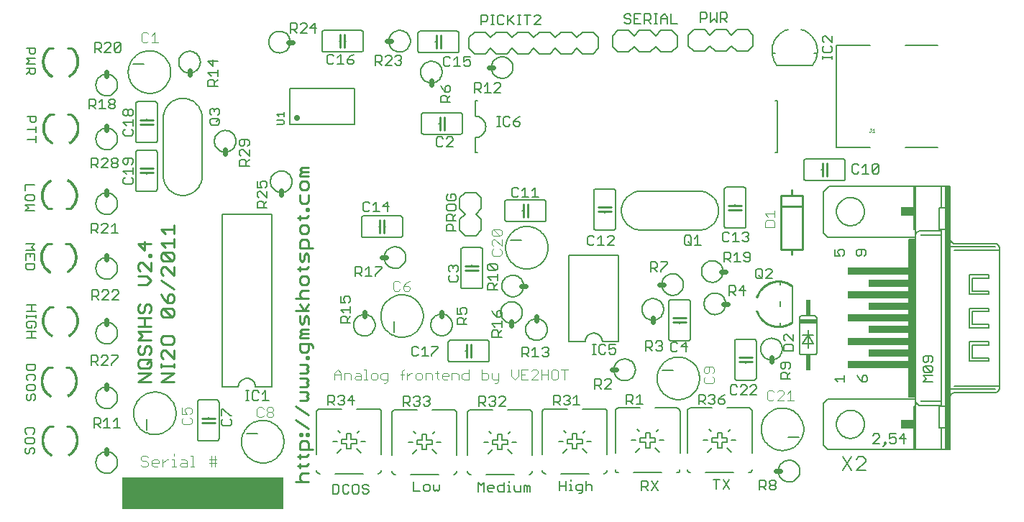
<source format=gto>
G75*
G70*
%OFA0B0*%
%FSLAX24Y24*%
%IPPOS*%
%LPD*%
%AMOC8*
5,1,8,0,0,1.08239X$1,22.5*
%
%ADD10C,0.0110*%
%ADD11C,0.0080*%
%ADD12R,0.7500X0.1500*%
%ADD13C,0.0040*%
%ADD14C,0.0050*%
%ADD15C,0.0010*%
%ADD16C,0.0100*%
%ADD17C,0.0060*%
%ADD18C,0.0240*%
%ADD19R,0.0950X0.0100*%
%ADD20R,0.0650X0.0400*%
%ADD21R,0.0300X0.7300*%
%ADD22R,0.0200X1.2200*%
%ADD23R,0.2850X0.0320*%
%ADD24R,0.1850X0.0320*%
%ADD25C,0.0070*%
%ADD26C,0.0279*%
%ADD27R,0.0800X0.0200*%
%ADD28R,0.0200X0.0750*%
D10*
X006145Y007002D02*
X006736Y007395D01*
X006145Y007395D01*
X006243Y007646D02*
X006145Y007745D01*
X006145Y007941D01*
X006243Y008040D01*
X006637Y008040D01*
X006736Y007941D01*
X006736Y007745D01*
X006637Y007646D01*
X006243Y007646D01*
X006539Y007843D02*
X006736Y008040D01*
X006637Y008291D02*
X006736Y008389D01*
X006736Y008586D01*
X006637Y008684D01*
X006539Y008684D01*
X006440Y008586D01*
X006440Y008389D01*
X006342Y008291D01*
X006243Y008291D01*
X006145Y008389D01*
X006145Y008586D01*
X006243Y008684D01*
X006145Y008935D02*
X006342Y009132D01*
X006145Y009329D01*
X006736Y009329D01*
X006736Y009580D02*
X006145Y009580D01*
X006440Y009580D02*
X006440Y009973D01*
X006342Y010224D02*
X006440Y010323D01*
X006440Y010520D01*
X006539Y010618D01*
X006637Y010618D01*
X006736Y010520D01*
X006736Y010323D01*
X006637Y010224D01*
X006736Y009973D02*
X006145Y009973D01*
X006243Y010224D02*
X006145Y010323D01*
X006145Y010520D01*
X006243Y010618D01*
X006243Y010224D02*
X006342Y010224D01*
X007215Y010122D02*
X007215Y010319D01*
X007313Y010418D01*
X007707Y010024D01*
X007805Y010122D01*
X007805Y010319D01*
X007707Y010418D01*
X007313Y010418D01*
X007510Y010669D02*
X007510Y010964D01*
X007609Y011062D01*
X007707Y011062D01*
X007805Y010964D01*
X007805Y010767D01*
X007707Y010669D01*
X007510Y010669D01*
X007313Y010865D01*
X007215Y011062D01*
X007805Y011313D02*
X007215Y011707D01*
X007313Y011958D02*
X007215Y012056D01*
X007215Y012253D01*
X007313Y012351D01*
X007412Y012351D01*
X007805Y011958D01*
X007805Y012351D01*
X007707Y012602D02*
X007313Y012602D01*
X007215Y012701D01*
X007215Y012897D01*
X007313Y012996D01*
X007707Y012602D01*
X007805Y012701D01*
X007805Y012897D01*
X007707Y012996D01*
X007313Y012996D01*
X007412Y013247D02*
X007215Y013444D01*
X007805Y013444D01*
X007805Y013640D02*
X007805Y013247D01*
X006736Y013420D02*
X006145Y013420D01*
X006440Y013125D01*
X006440Y013518D01*
X007215Y014088D02*
X007805Y014088D01*
X007805Y013891D02*
X007805Y014285D01*
X007412Y013891D02*
X007215Y014088D01*
X006736Y012901D02*
X006637Y012901D01*
X006637Y012802D01*
X006736Y012802D01*
X006736Y012901D01*
X006736Y012552D02*
X006736Y012158D01*
X006342Y012552D01*
X006243Y012552D01*
X006145Y012453D01*
X006145Y012256D01*
X006243Y012158D01*
X006145Y011907D02*
X006539Y011907D01*
X006736Y011710D01*
X006539Y011513D01*
X006145Y011513D01*
X007215Y010122D02*
X007313Y010024D01*
X007707Y010024D01*
X007707Y009129D02*
X007313Y009129D01*
X007215Y009030D01*
X007215Y008833D01*
X007313Y008735D01*
X007707Y008735D01*
X007805Y008833D01*
X007805Y009030D01*
X007707Y009129D01*
X006736Y008935D02*
X006145Y008935D01*
X007215Y008386D02*
X007215Y008189D01*
X007313Y008091D01*
X007215Y007858D02*
X007215Y007661D01*
X007215Y007759D02*
X007805Y007759D01*
X007805Y007661D02*
X007805Y007858D01*
X007805Y008091D02*
X007412Y008484D01*
X007313Y008484D01*
X007215Y008386D01*
X007805Y008484D02*
X007805Y008091D01*
X007805Y007410D02*
X007215Y007410D01*
X007215Y007016D02*
X007805Y007410D01*
X007805Y007016D02*
X007215Y007016D01*
X006736Y007002D02*
X006145Y007002D01*
X013443Y005886D02*
X014033Y005492D01*
X013443Y005241D02*
X014033Y004847D01*
X014033Y004623D02*
X014033Y004525D01*
X013935Y004525D01*
X013935Y004623D01*
X014033Y004623D01*
X013738Y004623D02*
X013738Y004525D01*
X013639Y004525D01*
X013639Y004623D01*
X013738Y004623D01*
X013738Y004274D02*
X013935Y004274D01*
X014033Y004176D01*
X014033Y003881D01*
X014230Y003881D02*
X013639Y003881D01*
X013639Y004176D01*
X013738Y004274D01*
X013639Y003648D02*
X013639Y003451D01*
X013541Y003549D02*
X013935Y003549D01*
X014033Y003648D01*
X014033Y003218D02*
X013935Y003120D01*
X013541Y003120D01*
X013639Y003218D02*
X013639Y003021D01*
X013738Y002770D02*
X014033Y002770D01*
X013738Y002770D02*
X013639Y002672D01*
X013639Y002475D01*
X013738Y002377D01*
X013443Y002377D02*
X014033Y002377D01*
X013935Y006136D02*
X013639Y006136D01*
X013935Y006136D02*
X014033Y006235D01*
X013935Y006333D01*
X014033Y006432D01*
X013935Y006530D01*
X013639Y006530D01*
X013639Y006781D02*
X013935Y006781D01*
X014033Y006879D01*
X013935Y006978D01*
X014033Y007076D01*
X013935Y007175D01*
X013639Y007175D01*
X013639Y007425D02*
X013935Y007425D01*
X014033Y007524D01*
X013935Y007622D01*
X014033Y007721D01*
X013935Y007819D01*
X013639Y007819D01*
X013935Y008070D02*
X013935Y008168D01*
X014033Y008168D01*
X014033Y008070D01*
X013935Y008070D01*
X013935Y008392D02*
X013738Y008392D01*
X013639Y008491D01*
X013639Y008786D01*
X014131Y008786D01*
X014230Y008687D01*
X014230Y008589D01*
X014033Y008491D02*
X014033Y008786D01*
X014033Y009037D02*
X013639Y009037D01*
X013639Y009135D01*
X013738Y009234D01*
X013639Y009332D01*
X013738Y009430D01*
X014033Y009430D01*
X014033Y009234D02*
X013738Y009234D01*
X013738Y009681D02*
X013639Y009780D01*
X013639Y010075D01*
X013836Y009976D02*
X013836Y009780D01*
X013738Y009681D01*
X014033Y009681D02*
X014033Y009976D01*
X013935Y010075D01*
X013836Y009976D01*
X013836Y010326D02*
X013639Y010621D01*
X013738Y010863D02*
X013639Y010961D01*
X013639Y011158D01*
X013738Y011257D01*
X014033Y011257D01*
X013935Y011507D02*
X013738Y011507D01*
X013639Y011606D01*
X013639Y011803D01*
X013738Y011901D01*
X013935Y011901D01*
X014033Y011803D01*
X014033Y011606D01*
X013935Y011507D01*
X013639Y012152D02*
X013639Y012349D01*
X013541Y012250D02*
X013935Y012250D01*
X014033Y012349D01*
X014033Y012582D02*
X014033Y012877D01*
X013935Y012975D01*
X013836Y012877D01*
X013836Y012680D01*
X013738Y012582D01*
X013639Y012680D01*
X013639Y012975D01*
X013639Y013226D02*
X013639Y013521D01*
X013738Y013620D01*
X013935Y013620D01*
X014033Y013521D01*
X014033Y013226D01*
X014230Y013226D02*
X013639Y013226D01*
X013738Y013871D02*
X013935Y013871D01*
X014033Y013969D01*
X014033Y014166D01*
X013935Y014264D01*
X013738Y014264D01*
X013639Y014166D01*
X013639Y013969D01*
X013738Y013871D01*
X013639Y014515D02*
X013639Y014712D01*
X013541Y014614D02*
X013935Y014614D01*
X014033Y014712D01*
X014033Y014945D02*
X014033Y015043D01*
X013935Y015043D01*
X013935Y014945D01*
X014033Y014945D01*
X013935Y015267D02*
X013738Y015267D01*
X013639Y015366D01*
X013639Y015661D01*
X013738Y015912D02*
X013935Y015912D01*
X014033Y016010D01*
X014033Y016207D01*
X013935Y016305D01*
X013738Y016305D01*
X013639Y016207D01*
X013639Y016010D01*
X013738Y015912D01*
X014033Y015661D02*
X014033Y015366D01*
X013935Y015267D01*
X014033Y016556D02*
X013639Y016556D01*
X013639Y016655D01*
X013738Y016753D01*
X013639Y016851D01*
X013738Y016950D01*
X014033Y016950D01*
X014033Y016753D02*
X013738Y016753D01*
X013443Y010863D02*
X014033Y010863D01*
X014033Y010621D02*
X013836Y010326D01*
X014033Y010326D02*
X013443Y010326D01*
X014033Y008491D02*
X013935Y008392D01*
D11*
X018020Y009304D02*
X018020Y009804D01*
X017398Y010058D02*
X017400Y010120D01*
X017406Y010183D01*
X017416Y010244D01*
X017430Y010305D01*
X017447Y010365D01*
X017468Y010424D01*
X017494Y010481D01*
X017522Y010536D01*
X017554Y010590D01*
X017590Y010641D01*
X017628Y010691D01*
X017670Y010737D01*
X017714Y010781D01*
X017762Y010822D01*
X017811Y010860D01*
X017863Y010894D01*
X017917Y010925D01*
X017973Y010953D01*
X018031Y010977D01*
X018090Y010998D01*
X018150Y011014D01*
X018211Y011027D01*
X018273Y011036D01*
X018335Y011041D01*
X018398Y011042D01*
X018460Y011039D01*
X018522Y011032D01*
X018584Y011021D01*
X018644Y011006D01*
X018704Y010988D01*
X018762Y010966D01*
X018819Y010940D01*
X018874Y010910D01*
X018927Y010877D01*
X018978Y010841D01*
X019026Y010802D01*
X019072Y010759D01*
X019115Y010714D01*
X019155Y010666D01*
X019192Y010616D01*
X019226Y010563D01*
X019257Y010509D01*
X019283Y010453D01*
X019307Y010395D01*
X019326Y010335D01*
X019342Y010275D01*
X019354Y010213D01*
X019362Y010152D01*
X019366Y010089D01*
X019366Y010027D01*
X019362Y009964D01*
X019354Y009903D01*
X019342Y009841D01*
X019326Y009781D01*
X019307Y009721D01*
X019283Y009663D01*
X019257Y009607D01*
X019226Y009553D01*
X019192Y009500D01*
X019155Y009450D01*
X019115Y009402D01*
X019072Y009357D01*
X019026Y009314D01*
X018978Y009275D01*
X018927Y009239D01*
X018874Y009206D01*
X018819Y009176D01*
X018762Y009150D01*
X018704Y009128D01*
X018644Y009110D01*
X018584Y009095D01*
X018522Y009084D01*
X018460Y009077D01*
X018398Y009074D01*
X018335Y009075D01*
X018273Y009080D01*
X018211Y009089D01*
X018150Y009102D01*
X018090Y009118D01*
X018031Y009139D01*
X017973Y009163D01*
X017917Y009191D01*
X017863Y009222D01*
X017811Y009256D01*
X017762Y009294D01*
X017714Y009335D01*
X017670Y009379D01*
X017628Y009425D01*
X017590Y009475D01*
X017554Y009526D01*
X017522Y009580D01*
X017494Y009635D01*
X017468Y009692D01*
X017447Y009751D01*
X017430Y009811D01*
X017416Y009872D01*
X017406Y009933D01*
X017400Y009996D01*
X017398Y010058D01*
X023414Y013587D02*
X023914Y013587D01*
X023184Y013225D02*
X023186Y013287D01*
X023192Y013350D01*
X023202Y013411D01*
X023216Y013472D01*
X023233Y013532D01*
X023254Y013591D01*
X023280Y013648D01*
X023308Y013703D01*
X023340Y013757D01*
X023376Y013808D01*
X023414Y013858D01*
X023456Y013904D01*
X023500Y013948D01*
X023548Y013989D01*
X023597Y014027D01*
X023649Y014061D01*
X023703Y014092D01*
X023759Y014120D01*
X023817Y014144D01*
X023876Y014165D01*
X023936Y014181D01*
X023997Y014194D01*
X024059Y014203D01*
X024121Y014208D01*
X024184Y014209D01*
X024246Y014206D01*
X024308Y014199D01*
X024370Y014188D01*
X024430Y014173D01*
X024490Y014155D01*
X024548Y014133D01*
X024605Y014107D01*
X024660Y014077D01*
X024713Y014044D01*
X024764Y014008D01*
X024812Y013969D01*
X024858Y013926D01*
X024901Y013881D01*
X024941Y013833D01*
X024978Y013783D01*
X025012Y013730D01*
X025043Y013676D01*
X025069Y013620D01*
X025093Y013562D01*
X025112Y013502D01*
X025128Y013442D01*
X025140Y013380D01*
X025148Y013319D01*
X025152Y013256D01*
X025152Y013194D01*
X025148Y013131D01*
X025140Y013070D01*
X025128Y013008D01*
X025112Y012948D01*
X025093Y012888D01*
X025069Y012830D01*
X025043Y012774D01*
X025012Y012720D01*
X024978Y012667D01*
X024941Y012617D01*
X024901Y012569D01*
X024858Y012524D01*
X024812Y012481D01*
X024764Y012442D01*
X024713Y012406D01*
X024660Y012373D01*
X024605Y012343D01*
X024548Y012317D01*
X024490Y012295D01*
X024430Y012277D01*
X024370Y012262D01*
X024308Y012251D01*
X024246Y012244D01*
X024184Y012241D01*
X024121Y012242D01*
X024059Y012247D01*
X023997Y012256D01*
X023936Y012269D01*
X023876Y012285D01*
X023817Y012306D01*
X023759Y012330D01*
X023703Y012358D01*
X023649Y012389D01*
X023597Y012423D01*
X023548Y012461D01*
X023500Y012502D01*
X023456Y012546D01*
X023414Y012592D01*
X023376Y012642D01*
X023340Y012693D01*
X023308Y012747D01*
X023280Y012802D01*
X023254Y012859D01*
X023233Y012918D01*
X023216Y012978D01*
X023202Y013039D01*
X023192Y013100D01*
X023186Y013163D01*
X023184Y013225D01*
X022046Y014038D02*
X021796Y013788D01*
X021296Y013788D01*
X021046Y014038D01*
X021046Y014538D01*
X021296Y014788D01*
X021046Y015038D01*
X021046Y015538D01*
X021296Y015788D01*
X021796Y015788D01*
X022046Y015538D01*
X022046Y015038D01*
X021796Y014788D01*
X022046Y014538D01*
X022046Y014038D01*
X021862Y017627D02*
X021762Y017627D01*
X021762Y018327D01*
X021806Y018329D01*
X021849Y018335D01*
X021891Y018344D01*
X021933Y018357D01*
X021973Y018374D01*
X022012Y018394D01*
X022049Y018417D01*
X022083Y018444D01*
X022116Y018473D01*
X022145Y018506D01*
X022172Y018540D01*
X022195Y018577D01*
X022215Y018616D01*
X022232Y018656D01*
X022245Y018698D01*
X022254Y018740D01*
X022260Y018783D01*
X022262Y018827D01*
X022260Y018871D01*
X022254Y018914D01*
X022245Y018956D01*
X022232Y018998D01*
X022215Y019038D01*
X022195Y019077D01*
X022172Y019114D01*
X022145Y019148D01*
X022116Y019181D01*
X022083Y019210D01*
X022049Y019237D01*
X022012Y019260D01*
X021973Y019280D01*
X021933Y019297D01*
X021891Y019310D01*
X021849Y019319D01*
X021806Y019325D01*
X021762Y019327D01*
X021762Y020027D01*
X021862Y020027D01*
X021737Y022225D02*
X022237Y022225D01*
X022487Y022475D01*
X022737Y022225D01*
X023237Y022225D01*
X023487Y022475D01*
X023737Y022225D01*
X024237Y022225D01*
X024487Y022475D01*
X024737Y022225D01*
X025237Y022225D01*
X025487Y022475D01*
X025737Y022225D01*
X026237Y022225D01*
X026487Y022475D01*
X026737Y022225D01*
X027237Y022225D01*
X027487Y022475D01*
X027487Y022975D01*
X027237Y023225D01*
X026737Y023225D01*
X026487Y022975D01*
X026237Y023225D01*
X025737Y023225D01*
X025487Y022975D01*
X025237Y023225D01*
X024737Y023225D01*
X024487Y022975D01*
X024237Y023225D01*
X023737Y023225D01*
X023487Y022975D01*
X023237Y023225D01*
X022737Y023225D01*
X022487Y022975D01*
X022237Y023225D01*
X021737Y023225D01*
X021487Y022975D01*
X021487Y022475D01*
X021737Y022225D01*
X016193Y020612D02*
X013190Y020612D01*
X013190Y018932D01*
X016193Y018932D01*
X016193Y020612D01*
X009115Y019248D02*
X009115Y016548D01*
X009113Y016489D01*
X009107Y016431D01*
X009098Y016372D01*
X009084Y016315D01*
X009067Y016259D01*
X009046Y016204D01*
X009022Y016150D01*
X008994Y016098D01*
X008963Y016048D01*
X008929Y016000D01*
X008892Y015955D01*
X008851Y015912D01*
X008808Y015871D01*
X008763Y015834D01*
X008715Y015800D01*
X008665Y015769D01*
X008613Y015741D01*
X008559Y015717D01*
X008504Y015696D01*
X008448Y015679D01*
X008391Y015665D01*
X008332Y015656D01*
X008274Y015650D01*
X008215Y015648D01*
X008156Y015650D01*
X008098Y015656D01*
X008039Y015665D01*
X007982Y015679D01*
X007926Y015696D01*
X007871Y015717D01*
X007817Y015741D01*
X007765Y015769D01*
X007715Y015800D01*
X007667Y015834D01*
X007622Y015871D01*
X007579Y015912D01*
X007538Y015955D01*
X007501Y016000D01*
X007467Y016048D01*
X007436Y016098D01*
X007408Y016150D01*
X007384Y016204D01*
X007363Y016259D01*
X007346Y016315D01*
X007332Y016372D01*
X007323Y016431D01*
X007317Y016489D01*
X007315Y016548D01*
X007315Y019248D01*
X007317Y019307D01*
X007323Y019365D01*
X007332Y019424D01*
X007346Y019481D01*
X007363Y019537D01*
X007384Y019592D01*
X007408Y019646D01*
X007436Y019698D01*
X007467Y019748D01*
X007501Y019796D01*
X007538Y019841D01*
X007579Y019884D01*
X007622Y019925D01*
X007667Y019962D01*
X007715Y019996D01*
X007765Y020027D01*
X007817Y020055D01*
X007871Y020079D01*
X007926Y020100D01*
X007982Y020117D01*
X008039Y020131D01*
X008098Y020140D01*
X008156Y020146D01*
X008215Y020148D01*
X008274Y020146D01*
X008332Y020140D01*
X008391Y020131D01*
X008448Y020117D01*
X008504Y020100D01*
X008559Y020079D01*
X008613Y020055D01*
X008665Y020027D01*
X008715Y019996D01*
X008763Y019962D01*
X008808Y019925D01*
X008851Y019884D01*
X008892Y019841D01*
X008929Y019796D01*
X008963Y019748D01*
X008994Y019698D01*
X009022Y019646D01*
X009046Y019592D01*
X009067Y019537D01*
X009084Y019481D01*
X009098Y019424D01*
X009107Y019365D01*
X009113Y019307D01*
X009115Y019248D01*
X005692Y021367D02*
X005694Y021429D01*
X005700Y021492D01*
X005710Y021553D01*
X005724Y021614D01*
X005741Y021674D01*
X005762Y021733D01*
X005788Y021790D01*
X005816Y021845D01*
X005848Y021899D01*
X005884Y021950D01*
X005922Y022000D01*
X005964Y022046D01*
X006008Y022090D01*
X006056Y022131D01*
X006105Y022169D01*
X006157Y022203D01*
X006211Y022234D01*
X006267Y022262D01*
X006325Y022286D01*
X006384Y022307D01*
X006444Y022323D01*
X006505Y022336D01*
X006567Y022345D01*
X006629Y022350D01*
X006692Y022351D01*
X006754Y022348D01*
X006816Y022341D01*
X006878Y022330D01*
X006938Y022315D01*
X006998Y022297D01*
X007056Y022275D01*
X007113Y022249D01*
X007168Y022219D01*
X007221Y022186D01*
X007272Y022150D01*
X007320Y022111D01*
X007366Y022068D01*
X007409Y022023D01*
X007449Y021975D01*
X007486Y021925D01*
X007520Y021872D01*
X007551Y021818D01*
X007577Y021762D01*
X007601Y021704D01*
X007620Y021644D01*
X007636Y021584D01*
X007648Y021522D01*
X007656Y021461D01*
X007660Y021398D01*
X007660Y021336D01*
X007656Y021273D01*
X007648Y021212D01*
X007636Y021150D01*
X007620Y021090D01*
X007601Y021030D01*
X007577Y020972D01*
X007551Y020916D01*
X007520Y020862D01*
X007486Y020809D01*
X007449Y020759D01*
X007409Y020711D01*
X007366Y020666D01*
X007320Y020623D01*
X007272Y020584D01*
X007221Y020548D01*
X007168Y020515D01*
X007113Y020485D01*
X007056Y020459D01*
X006998Y020437D01*
X006938Y020419D01*
X006878Y020404D01*
X006816Y020393D01*
X006754Y020386D01*
X006692Y020383D01*
X006629Y020384D01*
X006567Y020389D01*
X006505Y020398D01*
X006444Y020411D01*
X006384Y020427D01*
X006325Y020448D01*
X006267Y020472D01*
X006211Y020500D01*
X006157Y020531D01*
X006105Y020565D01*
X006056Y020603D01*
X006008Y020644D01*
X005964Y020688D01*
X005922Y020734D01*
X005884Y020784D01*
X005848Y020835D01*
X005816Y020889D01*
X005788Y020944D01*
X005762Y021001D01*
X005741Y021060D01*
X005724Y021120D01*
X005710Y021181D01*
X005700Y021242D01*
X005694Y021305D01*
X005692Y021367D01*
X005922Y021729D02*
X006422Y021729D01*
X001393Y021738D02*
X000972Y021738D01*
X001113Y021878D01*
X000972Y022018D01*
X001393Y022018D01*
X001323Y022198D02*
X001183Y022198D01*
X001113Y022268D01*
X001113Y022479D01*
X000972Y022479D02*
X001393Y022479D01*
X001393Y022268D01*
X001323Y022198D01*
X001393Y021558D02*
X001393Y021348D01*
X001323Y021278D01*
X001183Y021278D01*
X001113Y021348D01*
X001113Y021558D01*
X001113Y021418D02*
X000972Y021278D01*
X000972Y021558D02*
X001393Y021558D01*
X001427Y019315D02*
X001427Y019105D01*
X001357Y019035D01*
X001216Y019035D01*
X001146Y019105D01*
X001146Y019315D01*
X001006Y019315D02*
X001427Y019315D01*
X001427Y018855D02*
X001427Y018575D01*
X001427Y018715D02*
X001006Y018715D01*
X001006Y018255D02*
X001427Y018255D01*
X001427Y018395D02*
X001427Y018114D01*
X001348Y016146D02*
X000928Y016146D01*
X000928Y015866D01*
X000998Y015686D02*
X000928Y015616D01*
X000928Y015476D01*
X000998Y015406D01*
X001278Y015406D01*
X001348Y015476D01*
X001348Y015616D01*
X001278Y015686D01*
X000998Y015686D01*
X000928Y015226D02*
X001068Y015086D01*
X000928Y014945D01*
X001348Y014945D01*
X001348Y015226D02*
X000928Y015226D01*
X000933Y013399D02*
X001353Y013399D01*
X001213Y013259D01*
X001353Y013119D01*
X000933Y013119D01*
X000933Y012939D02*
X000933Y012658D01*
X000933Y012478D02*
X000933Y012268D01*
X001003Y012198D01*
X001283Y012198D01*
X001353Y012268D01*
X001353Y012478D01*
X000933Y012478D01*
X001143Y012798D02*
X001143Y012939D01*
X001353Y012939D02*
X000933Y012939D01*
X001353Y012939D02*
X001353Y012658D01*
X001408Y010566D02*
X000988Y010566D01*
X001198Y010566D02*
X001198Y010285D01*
X001408Y010285D02*
X000988Y010285D01*
X000988Y010105D02*
X000988Y009965D01*
X000988Y010035D02*
X001408Y010035D01*
X001408Y010105D02*
X001408Y009965D01*
X001338Y009798D02*
X001058Y009798D01*
X000988Y009728D01*
X000988Y009588D01*
X001058Y009518D01*
X001198Y009518D01*
X001198Y009658D01*
X001338Y009518D02*
X001408Y009588D01*
X001408Y009728D01*
X001338Y009798D01*
X001408Y009338D02*
X000988Y009338D01*
X001198Y009338D02*
X001198Y009058D01*
X001408Y009058D02*
X000988Y009058D01*
X000966Y007813D02*
X000966Y007603D01*
X001036Y007533D01*
X001316Y007533D01*
X001386Y007603D01*
X001386Y007813D01*
X000966Y007813D01*
X001036Y007353D02*
X000966Y007283D01*
X000966Y007143D01*
X001036Y007073D01*
X001036Y006893D02*
X000966Y006823D01*
X000966Y006683D01*
X001036Y006612D01*
X001316Y006612D01*
X001386Y006683D01*
X001386Y006823D01*
X001316Y006893D01*
X001036Y006893D01*
X001316Y007073D02*
X001386Y007143D01*
X001386Y007283D01*
X001316Y007353D01*
X001036Y007353D01*
X001036Y006432D02*
X000966Y006362D01*
X000966Y006222D01*
X001036Y006152D01*
X001106Y006152D01*
X001176Y006222D01*
X001176Y006362D01*
X001246Y006432D01*
X001316Y006432D01*
X001386Y006362D01*
X001386Y006222D01*
X001316Y006152D01*
X001266Y004873D02*
X000986Y004873D01*
X000916Y004803D01*
X000916Y004663D01*
X000986Y004593D01*
X000986Y004413D02*
X000916Y004343D01*
X000916Y004203D01*
X000986Y004133D01*
X001266Y004133D01*
X001336Y004203D01*
X001336Y004343D01*
X001266Y004413D01*
X000986Y004413D01*
X001266Y004593D02*
X001336Y004663D01*
X001336Y004803D01*
X001266Y004873D01*
X001266Y003953D02*
X001196Y003953D01*
X001126Y003883D01*
X001126Y003743D01*
X001056Y003673D01*
X000986Y003673D01*
X000916Y003743D01*
X000916Y003883D01*
X000986Y003953D01*
X001266Y003953D02*
X001336Y003883D01*
X001336Y003743D01*
X001266Y003673D01*
X006559Y004793D02*
X006559Y005293D01*
X005938Y005547D02*
X005940Y005609D01*
X005946Y005672D01*
X005956Y005733D01*
X005970Y005794D01*
X005987Y005854D01*
X006008Y005913D01*
X006034Y005970D01*
X006062Y006025D01*
X006094Y006079D01*
X006130Y006130D01*
X006168Y006180D01*
X006210Y006226D01*
X006254Y006270D01*
X006302Y006311D01*
X006351Y006349D01*
X006403Y006383D01*
X006457Y006414D01*
X006513Y006442D01*
X006571Y006466D01*
X006630Y006487D01*
X006690Y006503D01*
X006751Y006516D01*
X006813Y006525D01*
X006875Y006530D01*
X006938Y006531D01*
X007000Y006528D01*
X007062Y006521D01*
X007124Y006510D01*
X007184Y006495D01*
X007244Y006477D01*
X007302Y006455D01*
X007359Y006429D01*
X007414Y006399D01*
X007467Y006366D01*
X007518Y006330D01*
X007566Y006291D01*
X007612Y006248D01*
X007655Y006203D01*
X007695Y006155D01*
X007732Y006105D01*
X007766Y006052D01*
X007797Y005998D01*
X007823Y005942D01*
X007847Y005884D01*
X007866Y005824D01*
X007882Y005764D01*
X007894Y005702D01*
X007902Y005641D01*
X007906Y005578D01*
X007906Y005516D01*
X007902Y005453D01*
X007894Y005392D01*
X007882Y005330D01*
X007866Y005270D01*
X007847Y005210D01*
X007823Y005152D01*
X007797Y005096D01*
X007766Y005042D01*
X007732Y004989D01*
X007695Y004939D01*
X007655Y004891D01*
X007612Y004846D01*
X007566Y004803D01*
X007518Y004764D01*
X007467Y004728D01*
X007414Y004695D01*
X007359Y004665D01*
X007302Y004639D01*
X007244Y004617D01*
X007184Y004599D01*
X007124Y004584D01*
X007062Y004573D01*
X007000Y004566D01*
X006938Y004563D01*
X006875Y004564D01*
X006813Y004569D01*
X006751Y004578D01*
X006690Y004591D01*
X006630Y004607D01*
X006571Y004628D01*
X006513Y004652D01*
X006457Y004680D01*
X006403Y004711D01*
X006351Y004745D01*
X006302Y004783D01*
X006254Y004824D01*
X006210Y004868D01*
X006168Y004914D01*
X006130Y004964D01*
X006094Y005015D01*
X006062Y005069D01*
X006034Y005124D01*
X006008Y005181D01*
X005987Y005240D01*
X005970Y005300D01*
X005956Y005361D01*
X005946Y005422D01*
X005940Y005485D01*
X005938Y005547D01*
X011168Y004597D02*
X011668Y004597D01*
X010938Y004234D02*
X010940Y004296D01*
X010946Y004359D01*
X010956Y004420D01*
X010970Y004481D01*
X010987Y004541D01*
X011008Y004600D01*
X011034Y004657D01*
X011062Y004712D01*
X011094Y004766D01*
X011130Y004817D01*
X011168Y004867D01*
X011210Y004913D01*
X011254Y004957D01*
X011302Y004998D01*
X011351Y005036D01*
X011403Y005070D01*
X011457Y005101D01*
X011513Y005129D01*
X011571Y005153D01*
X011630Y005174D01*
X011690Y005190D01*
X011751Y005203D01*
X011813Y005212D01*
X011875Y005217D01*
X011938Y005218D01*
X012000Y005215D01*
X012062Y005208D01*
X012124Y005197D01*
X012184Y005182D01*
X012244Y005164D01*
X012302Y005142D01*
X012359Y005116D01*
X012414Y005086D01*
X012467Y005053D01*
X012518Y005017D01*
X012566Y004978D01*
X012612Y004935D01*
X012655Y004890D01*
X012695Y004842D01*
X012732Y004792D01*
X012766Y004739D01*
X012797Y004685D01*
X012823Y004629D01*
X012847Y004571D01*
X012866Y004511D01*
X012882Y004451D01*
X012894Y004389D01*
X012902Y004328D01*
X012906Y004265D01*
X012906Y004203D01*
X012902Y004140D01*
X012894Y004079D01*
X012882Y004017D01*
X012866Y003957D01*
X012847Y003897D01*
X012823Y003839D01*
X012797Y003783D01*
X012766Y003729D01*
X012732Y003676D01*
X012695Y003626D01*
X012655Y003578D01*
X012612Y003533D01*
X012566Y003490D01*
X012518Y003451D01*
X012467Y003415D01*
X012414Y003382D01*
X012359Y003352D01*
X012302Y003326D01*
X012244Y003304D01*
X012184Y003286D01*
X012124Y003271D01*
X012062Y003260D01*
X012000Y003253D01*
X011938Y003250D01*
X011875Y003251D01*
X011813Y003256D01*
X011751Y003265D01*
X011690Y003278D01*
X011630Y003294D01*
X011571Y003315D01*
X011513Y003339D01*
X011457Y003367D01*
X011403Y003398D01*
X011351Y003432D01*
X011302Y003470D01*
X011254Y003511D01*
X011210Y003555D01*
X011168Y003601D01*
X011130Y003651D01*
X011094Y003702D01*
X011062Y003756D01*
X011034Y003811D01*
X011008Y003868D01*
X010987Y003927D01*
X010970Y003987D01*
X010956Y004048D01*
X010946Y004109D01*
X010940Y004172D01*
X010938Y004234D01*
X015170Y002245D02*
X015170Y001824D01*
X015380Y001824D01*
X015450Y001894D01*
X015450Y002175D01*
X015380Y002245D01*
X015170Y002245D01*
X015630Y002175D02*
X015630Y001894D01*
X015700Y001824D01*
X015840Y001824D01*
X015911Y001894D01*
X016091Y001894D02*
X016161Y001824D01*
X016301Y001824D01*
X016371Y001894D01*
X016371Y002175D01*
X016301Y002245D01*
X016161Y002245D01*
X016091Y002175D01*
X016091Y001894D01*
X015911Y002175D02*
X015840Y002245D01*
X015700Y002245D01*
X015630Y002175D01*
X016551Y002175D02*
X016551Y002105D01*
X016621Y002035D01*
X016761Y002035D01*
X016831Y001965D01*
X016831Y001894D01*
X016761Y001824D01*
X016621Y001824D01*
X016551Y001894D01*
X016551Y002175D02*
X016621Y002245D01*
X016761Y002245D01*
X016831Y002175D01*
X018927Y002376D02*
X018927Y001956D01*
X019208Y001956D01*
X019388Y002026D02*
X019458Y001956D01*
X019598Y001956D01*
X019668Y002026D01*
X019668Y002166D01*
X019598Y002236D01*
X019458Y002236D01*
X019388Y002166D01*
X019388Y002026D01*
X019848Y002026D02*
X019848Y002236D01*
X019848Y002026D02*
X019918Y001956D01*
X019988Y002026D01*
X020058Y001956D01*
X020128Y002026D01*
X020128Y002236D01*
X021896Y002346D02*
X021896Y001925D01*
X022176Y001925D02*
X022176Y002346D01*
X022036Y002206D01*
X021896Y002346D01*
X022357Y002136D02*
X022427Y002206D01*
X022567Y002206D01*
X022637Y002136D01*
X022637Y002065D01*
X022357Y002065D01*
X022357Y001995D02*
X022357Y002136D01*
X022357Y001995D02*
X022427Y001925D01*
X022567Y001925D01*
X022817Y001995D02*
X022817Y002136D01*
X022887Y002206D01*
X023097Y002206D01*
X023097Y002346D02*
X023097Y001925D01*
X022887Y001925D01*
X022817Y001995D01*
X023277Y001925D02*
X023417Y001925D01*
X023347Y001925D02*
X023347Y002206D01*
X023277Y002206D01*
X023347Y002346D02*
X023347Y002416D01*
X023584Y002206D02*
X023584Y001995D01*
X023654Y001925D01*
X023864Y001925D01*
X023864Y002206D01*
X024044Y002206D02*
X024115Y002206D01*
X024185Y002136D01*
X024255Y002206D01*
X024325Y002136D01*
X024325Y001925D01*
X024185Y001925D02*
X024185Y002136D01*
X024044Y002206D02*
X024044Y001925D01*
X025687Y001973D02*
X025687Y002394D01*
X025687Y002183D02*
X025967Y002183D01*
X026148Y002254D02*
X026218Y002254D01*
X026218Y001973D01*
X026148Y001973D02*
X026288Y001973D01*
X026454Y002043D02*
X026525Y001973D01*
X026735Y001973D01*
X026735Y001903D02*
X026735Y002254D01*
X026525Y002254D01*
X026454Y002183D01*
X026454Y002043D01*
X026595Y001833D02*
X026665Y001833D01*
X026735Y001903D01*
X026915Y001973D02*
X026915Y002394D01*
X026985Y002254D02*
X027125Y002254D01*
X027195Y002183D01*
X027195Y001973D01*
X026915Y002183D02*
X026985Y002254D01*
X026218Y002394D02*
X026218Y002464D01*
X025967Y002394D02*
X025967Y001973D01*
X029491Y001987D02*
X029491Y002407D01*
X029701Y002407D01*
X029771Y002337D01*
X029771Y002197D01*
X029701Y002127D01*
X029491Y002127D01*
X029631Y002127D02*
X029771Y001987D01*
X029952Y001987D02*
X030232Y002407D01*
X029952Y002407D02*
X030232Y001987D01*
X032816Y002464D02*
X033097Y002464D01*
X032957Y002464D02*
X032957Y002043D01*
X033277Y002043D02*
X033557Y002464D01*
X033277Y002464D02*
X033557Y002043D01*
X036270Y004447D02*
X036770Y004447D01*
X035032Y004809D02*
X035034Y004871D01*
X035040Y004934D01*
X035050Y004995D01*
X035064Y005056D01*
X035081Y005116D01*
X035102Y005175D01*
X035128Y005232D01*
X035156Y005287D01*
X035188Y005341D01*
X035224Y005392D01*
X035262Y005442D01*
X035304Y005488D01*
X035348Y005532D01*
X035396Y005573D01*
X035445Y005611D01*
X035497Y005645D01*
X035551Y005676D01*
X035607Y005704D01*
X035665Y005728D01*
X035724Y005749D01*
X035784Y005765D01*
X035845Y005778D01*
X035907Y005787D01*
X035969Y005792D01*
X036032Y005793D01*
X036094Y005790D01*
X036156Y005783D01*
X036218Y005772D01*
X036278Y005757D01*
X036338Y005739D01*
X036396Y005717D01*
X036453Y005691D01*
X036508Y005661D01*
X036561Y005628D01*
X036612Y005592D01*
X036660Y005553D01*
X036706Y005510D01*
X036749Y005465D01*
X036789Y005417D01*
X036826Y005367D01*
X036860Y005314D01*
X036891Y005260D01*
X036917Y005204D01*
X036941Y005146D01*
X036960Y005086D01*
X036976Y005026D01*
X036988Y004964D01*
X036996Y004903D01*
X037000Y004840D01*
X037000Y004778D01*
X036996Y004715D01*
X036988Y004654D01*
X036976Y004592D01*
X036960Y004532D01*
X036941Y004472D01*
X036917Y004414D01*
X036891Y004358D01*
X036860Y004304D01*
X036826Y004251D01*
X036789Y004201D01*
X036749Y004153D01*
X036706Y004108D01*
X036660Y004065D01*
X036612Y004026D01*
X036561Y003990D01*
X036508Y003957D01*
X036453Y003927D01*
X036396Y003901D01*
X036338Y003879D01*
X036278Y003861D01*
X036218Y003846D01*
X036156Y003835D01*
X036094Y003828D01*
X036032Y003825D01*
X035969Y003826D01*
X035907Y003831D01*
X035845Y003840D01*
X035784Y003853D01*
X035724Y003869D01*
X035665Y003890D01*
X035607Y003914D01*
X035551Y003942D01*
X035497Y003973D01*
X035445Y004007D01*
X035396Y004045D01*
X035348Y004086D01*
X035304Y004130D01*
X035262Y004176D01*
X035224Y004226D01*
X035188Y004277D01*
X035156Y004331D01*
X035128Y004386D01*
X035102Y004443D01*
X035081Y004502D01*
X035064Y004562D01*
X035050Y004623D01*
X035040Y004684D01*
X035034Y004747D01*
X035032Y004809D01*
X030205Y007171D02*
X030207Y007233D01*
X030213Y007296D01*
X030223Y007357D01*
X030237Y007418D01*
X030254Y007478D01*
X030275Y007537D01*
X030301Y007594D01*
X030329Y007649D01*
X030361Y007703D01*
X030397Y007754D01*
X030435Y007804D01*
X030477Y007850D01*
X030521Y007894D01*
X030569Y007935D01*
X030618Y007973D01*
X030670Y008007D01*
X030724Y008038D01*
X030780Y008066D01*
X030838Y008090D01*
X030897Y008111D01*
X030957Y008127D01*
X031018Y008140D01*
X031080Y008149D01*
X031142Y008154D01*
X031205Y008155D01*
X031267Y008152D01*
X031329Y008145D01*
X031391Y008134D01*
X031451Y008119D01*
X031511Y008101D01*
X031569Y008079D01*
X031626Y008053D01*
X031681Y008023D01*
X031734Y007990D01*
X031785Y007954D01*
X031833Y007915D01*
X031879Y007872D01*
X031922Y007827D01*
X031962Y007779D01*
X031999Y007729D01*
X032033Y007676D01*
X032064Y007622D01*
X032090Y007566D01*
X032114Y007508D01*
X032133Y007448D01*
X032149Y007388D01*
X032161Y007326D01*
X032169Y007265D01*
X032173Y007202D01*
X032173Y007140D01*
X032169Y007077D01*
X032161Y007016D01*
X032149Y006954D01*
X032133Y006894D01*
X032114Y006834D01*
X032090Y006776D01*
X032064Y006720D01*
X032033Y006666D01*
X031999Y006613D01*
X031962Y006563D01*
X031922Y006515D01*
X031879Y006470D01*
X031833Y006427D01*
X031785Y006388D01*
X031734Y006352D01*
X031681Y006319D01*
X031626Y006289D01*
X031569Y006263D01*
X031511Y006241D01*
X031451Y006223D01*
X031391Y006208D01*
X031329Y006197D01*
X031267Y006190D01*
X031205Y006187D01*
X031142Y006188D01*
X031080Y006193D01*
X031018Y006202D01*
X030957Y006215D01*
X030897Y006231D01*
X030838Y006252D01*
X030780Y006276D01*
X030724Y006304D01*
X030670Y006335D01*
X030618Y006369D01*
X030569Y006407D01*
X030521Y006448D01*
X030477Y006492D01*
X030435Y006538D01*
X030397Y006588D01*
X030361Y006639D01*
X030329Y006693D01*
X030301Y006748D01*
X030275Y006805D01*
X030254Y006864D01*
X030237Y006924D01*
X030223Y006985D01*
X030213Y007046D01*
X030207Y007109D01*
X030205Y007171D01*
X030436Y007533D02*
X030936Y007533D01*
X035925Y009573D02*
X035925Y009731D01*
X036475Y009794D02*
X036475Y011443D01*
X035925Y011506D02*
X035925Y011664D01*
X035925Y010731D02*
X035925Y010506D01*
X032152Y014045D02*
X029452Y014045D01*
X029393Y014047D01*
X029335Y014053D01*
X029276Y014062D01*
X029219Y014076D01*
X029163Y014093D01*
X029108Y014114D01*
X029054Y014138D01*
X029002Y014166D01*
X028952Y014197D01*
X028904Y014231D01*
X028859Y014268D01*
X028816Y014309D01*
X028775Y014352D01*
X028738Y014397D01*
X028704Y014445D01*
X028673Y014495D01*
X028645Y014547D01*
X028621Y014601D01*
X028600Y014656D01*
X028583Y014712D01*
X028569Y014769D01*
X028560Y014828D01*
X028554Y014886D01*
X028552Y014945D01*
X028554Y015004D01*
X028560Y015062D01*
X028569Y015121D01*
X028583Y015178D01*
X028600Y015234D01*
X028621Y015289D01*
X028645Y015343D01*
X028673Y015395D01*
X028704Y015445D01*
X028738Y015493D01*
X028775Y015538D01*
X028816Y015581D01*
X028859Y015622D01*
X028904Y015659D01*
X028952Y015693D01*
X029002Y015724D01*
X029054Y015752D01*
X029108Y015776D01*
X029163Y015797D01*
X029219Y015814D01*
X029276Y015828D01*
X029335Y015837D01*
X029393Y015843D01*
X029452Y015845D01*
X032152Y015845D01*
X032211Y015843D01*
X032269Y015837D01*
X032328Y015828D01*
X032385Y015814D01*
X032441Y015797D01*
X032496Y015776D01*
X032550Y015752D01*
X032602Y015724D01*
X032652Y015693D01*
X032700Y015659D01*
X032745Y015622D01*
X032788Y015581D01*
X032829Y015538D01*
X032866Y015493D01*
X032900Y015445D01*
X032931Y015395D01*
X032959Y015343D01*
X032983Y015289D01*
X033004Y015234D01*
X033021Y015178D01*
X033035Y015121D01*
X033044Y015062D01*
X033050Y015004D01*
X033052Y014945D01*
X033050Y014886D01*
X033044Y014828D01*
X033035Y014769D01*
X033021Y014712D01*
X033004Y014656D01*
X032983Y014601D01*
X032959Y014547D01*
X032931Y014495D01*
X032900Y014445D01*
X032866Y014397D01*
X032829Y014352D01*
X032788Y014309D01*
X032745Y014268D01*
X032700Y014231D01*
X032652Y014197D01*
X032602Y014166D01*
X032550Y014138D01*
X032496Y014114D01*
X032441Y014093D01*
X032385Y014076D01*
X032328Y014062D01*
X032269Y014053D01*
X032211Y014047D01*
X032152Y014045D01*
X035662Y017627D02*
X035762Y017627D01*
X035762Y020027D01*
X035662Y020027D01*
X034410Y022343D02*
X033910Y022343D01*
X033660Y022593D01*
X033410Y022343D01*
X032910Y022343D01*
X032660Y022593D01*
X032410Y022343D01*
X031910Y022343D01*
X031660Y022593D01*
X031660Y023093D01*
X031910Y023343D01*
X032410Y023343D01*
X032660Y023093D01*
X032910Y023343D01*
X033410Y023343D01*
X033660Y023093D01*
X033910Y023343D01*
X034410Y023343D01*
X034660Y023093D01*
X034660Y022593D01*
X034410Y022343D01*
X031132Y022554D02*
X031132Y023054D01*
X030882Y023304D01*
X030382Y023304D01*
X030132Y023054D01*
X029882Y023304D01*
X029382Y023304D01*
X029132Y023054D01*
X028882Y023304D01*
X028382Y023304D01*
X028132Y023054D01*
X028132Y022554D01*
X028382Y022304D01*
X028882Y022304D01*
X029132Y022554D01*
X029382Y022304D01*
X029882Y022304D01*
X030132Y022554D01*
X030382Y022304D01*
X030882Y022304D01*
X031132Y022554D01*
X038526Y022607D02*
X038526Y017882D01*
X040062Y017882D01*
X041715Y017882D02*
X043211Y017882D01*
X043211Y022607D02*
X041715Y022607D01*
X040062Y022607D02*
X038526Y022607D01*
D12*
X009146Y001837D03*
D13*
X009529Y003068D02*
X009529Y003588D01*
X009703Y003588D02*
X009703Y003068D01*
X009789Y003241D02*
X009442Y003241D01*
X009442Y003415D02*
X009703Y003415D01*
X009789Y003415D01*
X008756Y003068D02*
X008583Y003068D01*
X008670Y003068D02*
X008670Y003588D01*
X008583Y003588D01*
X008328Y003415D02*
X008414Y003328D01*
X008414Y003068D01*
X008154Y003068D01*
X008067Y003154D01*
X008154Y003241D01*
X008414Y003241D01*
X008328Y003415D02*
X008154Y003415D01*
X007810Y003415D02*
X007810Y003068D01*
X007724Y003068D02*
X007897Y003068D01*
X007467Y003415D02*
X007294Y003241D01*
X007125Y003241D02*
X006778Y003241D01*
X006778Y003154D02*
X006778Y003328D01*
X006865Y003415D01*
X007039Y003415D01*
X007125Y003328D01*
X007125Y003241D01*
X007039Y003068D02*
X006865Y003068D01*
X006778Y003154D01*
X006610Y003154D02*
X006523Y003068D01*
X006349Y003068D01*
X006263Y003154D01*
X006349Y003328D02*
X006523Y003328D01*
X006610Y003241D01*
X006610Y003154D01*
X006349Y003328D02*
X006263Y003415D01*
X006263Y003501D01*
X006349Y003588D01*
X006523Y003588D01*
X006610Y003501D01*
X007294Y003415D02*
X007294Y003068D01*
X007467Y003415D02*
X007554Y003415D01*
X007724Y003415D02*
X007810Y003415D01*
X007810Y003588D02*
X007810Y003675D01*
X008250Y005042D02*
X008557Y005042D01*
X008633Y005119D01*
X008633Y005272D01*
X008557Y005349D01*
X008557Y005502D02*
X008633Y005579D01*
X008633Y005732D01*
X008557Y005809D01*
X008403Y005809D01*
X008326Y005732D01*
X008326Y005656D01*
X008403Y005502D01*
X008173Y005502D01*
X008173Y005809D01*
X008250Y005349D02*
X008173Y005272D01*
X008173Y005119D01*
X008250Y005042D01*
X011658Y005449D02*
X011735Y005372D01*
X011888Y005372D01*
X011965Y005449D01*
X012118Y005449D02*
X012118Y005526D01*
X012195Y005602D01*
X012348Y005602D01*
X012425Y005526D01*
X012425Y005449D01*
X012348Y005372D01*
X012195Y005372D01*
X012118Y005449D01*
X012195Y005602D02*
X012118Y005679D01*
X012118Y005756D01*
X012195Y005833D01*
X012348Y005833D01*
X012425Y005756D01*
X012425Y005679D01*
X012348Y005602D01*
X011965Y005756D02*
X011888Y005833D01*
X011735Y005833D01*
X011658Y005756D01*
X011658Y005449D01*
X015247Y007111D02*
X015247Y007418D01*
X015401Y007572D01*
X015554Y007418D01*
X015554Y007111D01*
X015707Y007111D02*
X015707Y007418D01*
X015938Y007418D01*
X016014Y007342D01*
X016014Y007111D01*
X016168Y007188D02*
X016245Y007265D01*
X016475Y007265D01*
X016475Y007342D02*
X016475Y007111D01*
X016245Y007111D01*
X016168Y007188D01*
X016245Y007418D02*
X016398Y007418D01*
X016475Y007342D01*
X016628Y007572D02*
X016705Y007572D01*
X016705Y007111D01*
X016628Y007111D02*
X016782Y007111D01*
X016935Y007188D02*
X017012Y007111D01*
X017165Y007111D01*
X017242Y007188D01*
X017242Y007342D01*
X017165Y007418D01*
X017012Y007418D01*
X016935Y007342D01*
X016935Y007188D01*
X017395Y007188D02*
X017395Y007342D01*
X017472Y007418D01*
X017702Y007418D01*
X017702Y007035D01*
X017626Y006958D01*
X017549Y006958D01*
X017472Y007111D02*
X017702Y007111D01*
X017472Y007111D02*
X017395Y007188D01*
X018316Y007342D02*
X018470Y007342D01*
X018623Y007418D02*
X018623Y007111D01*
X018623Y007265D02*
X018776Y007418D01*
X018853Y007418D01*
X019007Y007342D02*
X019007Y007188D01*
X019083Y007111D01*
X019237Y007111D01*
X019314Y007188D01*
X019314Y007342D01*
X019237Y007418D01*
X019083Y007418D01*
X019007Y007342D01*
X019467Y007418D02*
X019467Y007111D01*
X019774Y007111D02*
X019774Y007342D01*
X019697Y007418D01*
X019467Y007418D01*
X019927Y007418D02*
X020081Y007418D01*
X020004Y007495D02*
X020004Y007188D01*
X020081Y007111D01*
X020234Y007188D02*
X020234Y007342D01*
X020311Y007418D01*
X020464Y007418D01*
X020541Y007342D01*
X020541Y007265D01*
X020234Y007265D01*
X020234Y007188D02*
X020311Y007111D01*
X020464Y007111D01*
X020695Y007111D02*
X020695Y007418D01*
X020925Y007418D01*
X021001Y007342D01*
X021001Y007111D01*
X021155Y007188D02*
X021155Y007342D01*
X021232Y007418D01*
X021462Y007418D01*
X021462Y007572D02*
X021462Y007111D01*
X021232Y007111D01*
X021155Y007188D01*
X022076Y007111D02*
X022076Y007572D01*
X022076Y007418D02*
X022306Y007418D01*
X022383Y007342D01*
X022383Y007188D01*
X022306Y007111D01*
X022076Y007111D01*
X022536Y007188D02*
X022536Y007418D01*
X022536Y007188D02*
X022613Y007111D01*
X022843Y007111D01*
X022843Y007035D02*
X022766Y006958D01*
X022689Y006958D01*
X022843Y007035D02*
X022843Y007418D01*
X023457Y007265D02*
X023610Y007111D01*
X023764Y007265D01*
X023764Y007572D01*
X023917Y007572D02*
X023917Y007111D01*
X024224Y007111D01*
X024377Y007111D02*
X024684Y007418D01*
X024684Y007495D01*
X024608Y007572D01*
X024454Y007572D01*
X024377Y007495D01*
X024224Y007572D02*
X023917Y007572D01*
X023917Y007342D02*
X024071Y007342D01*
X024377Y007111D02*
X024684Y007111D01*
X024838Y007111D02*
X024838Y007572D01*
X024838Y007342D02*
X025145Y007342D01*
X025298Y007495D02*
X025298Y007188D01*
X025375Y007111D01*
X025528Y007111D01*
X025605Y007188D01*
X025605Y007495D01*
X025528Y007572D01*
X025375Y007572D01*
X025298Y007495D01*
X025145Y007572D02*
X025145Y007111D01*
X025912Y007111D02*
X025912Y007572D01*
X025759Y007572D02*
X026065Y007572D01*
X023457Y007572D02*
X023457Y007265D01*
X018470Y007572D02*
X018393Y007495D01*
X018393Y007111D01*
X015554Y007342D02*
X015247Y007342D01*
X018058Y011222D02*
X018211Y011222D01*
X018288Y011298D01*
X018442Y011298D02*
X018518Y011222D01*
X018672Y011222D01*
X018749Y011298D01*
X018749Y011375D01*
X018672Y011452D01*
X018442Y011452D01*
X018442Y011298D01*
X018442Y011452D02*
X018595Y011605D01*
X018749Y011682D01*
X018288Y011605D02*
X018211Y011682D01*
X018058Y011682D01*
X017981Y011605D01*
X017981Y011298D01*
X018058Y011222D01*
X022536Y012932D02*
X022613Y012856D01*
X022920Y012856D01*
X022997Y012932D01*
X022997Y013086D01*
X022920Y013162D01*
X022997Y013316D02*
X022690Y013623D01*
X022613Y013623D01*
X022536Y013546D01*
X022536Y013393D01*
X022613Y013316D01*
X022613Y013162D02*
X022536Y013086D01*
X022536Y012932D01*
X022997Y013316D02*
X022997Y013623D01*
X022920Y013776D02*
X022613Y013776D01*
X022536Y013853D01*
X022536Y014006D01*
X022613Y014083D01*
X022920Y013776D01*
X022997Y013853D01*
X022997Y014006D01*
X022920Y014083D01*
X022613Y014083D01*
X032383Y007626D02*
X032383Y007472D01*
X032459Y007396D01*
X032536Y007396D01*
X032613Y007472D01*
X032613Y007702D01*
X032766Y007702D02*
X032459Y007702D01*
X032383Y007626D01*
X032766Y007702D02*
X032843Y007626D01*
X032843Y007472D01*
X032766Y007396D01*
X032766Y007242D02*
X032843Y007165D01*
X032843Y007012D01*
X032766Y006935D01*
X032459Y006935D01*
X032383Y007012D01*
X032383Y007165D01*
X032459Y007242D01*
X035314Y006533D02*
X035314Y006226D01*
X035391Y006149D01*
X035544Y006149D01*
X035621Y006226D01*
X035774Y006149D02*
X036081Y006456D01*
X036081Y006533D01*
X036004Y006609D01*
X035851Y006609D01*
X035774Y006533D01*
X035621Y006533D02*
X035544Y006609D01*
X035391Y006609D01*
X035314Y006533D01*
X035774Y006149D02*
X036081Y006149D01*
X036235Y006149D02*
X036541Y006149D01*
X036388Y006149D02*
X036388Y006609D01*
X036235Y006456D01*
X035661Y014191D02*
X035661Y014421D01*
X035585Y014498D01*
X035278Y014498D01*
X035201Y014421D01*
X035201Y014191D01*
X035661Y014191D01*
X035661Y014651D02*
X035661Y014958D01*
X035661Y014805D02*
X035201Y014805D01*
X035354Y014651D01*
X007070Y022750D02*
X006764Y022750D01*
X006917Y022750D02*
X006917Y023210D01*
X006764Y023057D01*
X006610Y023133D02*
X006533Y023210D01*
X006380Y023210D01*
X006303Y023133D01*
X006303Y022826D01*
X006380Y022750D01*
X006533Y022750D01*
X006610Y022826D01*
D14*
X005350Y022663D02*
X005350Y022363D01*
X005275Y022288D01*
X005125Y022288D01*
X005050Y022363D01*
X005350Y022663D01*
X005275Y022738D01*
X005125Y022738D01*
X005050Y022663D01*
X005050Y022363D01*
X004890Y022288D02*
X004590Y022288D01*
X004890Y022588D01*
X004890Y022663D01*
X004815Y022738D01*
X004665Y022738D01*
X004590Y022663D01*
X004430Y022663D02*
X004430Y022513D01*
X004354Y022438D01*
X004129Y022438D01*
X004129Y022288D02*
X004129Y022738D01*
X004354Y022738D01*
X004430Y022663D01*
X004279Y022438D02*
X004430Y022288D01*
X004483Y020112D02*
X004483Y019662D01*
X004333Y019662D02*
X004634Y019662D01*
X004794Y019737D02*
X004794Y019812D01*
X004869Y019887D01*
X005019Y019887D01*
X005094Y019812D01*
X005094Y019737D01*
X005019Y019662D01*
X004869Y019662D01*
X004794Y019737D01*
X004869Y019887D02*
X004794Y019962D01*
X004794Y020037D01*
X004869Y020112D01*
X005019Y020112D01*
X005094Y020037D01*
X005094Y019962D01*
X005019Y019887D01*
X005459Y019569D02*
X005534Y019644D01*
X005609Y019644D01*
X005684Y019569D01*
X005684Y019418D01*
X005609Y019343D01*
X005534Y019343D01*
X005459Y019418D01*
X005459Y019569D01*
X005684Y019569D02*
X005759Y019644D01*
X005834Y019644D01*
X005909Y019569D01*
X005909Y019418D01*
X005834Y019343D01*
X005759Y019343D01*
X005684Y019418D01*
X005909Y019183D02*
X005909Y018883D01*
X005909Y019033D02*
X005459Y019033D01*
X005609Y018883D01*
X005534Y018723D02*
X005459Y018648D01*
X005459Y018498D01*
X005534Y018423D01*
X005834Y018423D01*
X005909Y018498D01*
X005909Y018648D01*
X005834Y018723D01*
X004173Y019662D02*
X004023Y019812D01*
X004098Y019812D02*
X003873Y019812D01*
X003873Y019662D02*
X003873Y020112D01*
X004098Y020112D01*
X004173Y020037D01*
X004173Y019887D01*
X004098Y019812D01*
X004333Y019962D02*
X004483Y020112D01*
X009384Y020723D02*
X009384Y020948D01*
X009459Y021023D01*
X009609Y021023D01*
X009684Y020948D01*
X009684Y020723D01*
X009834Y020723D02*
X009384Y020723D01*
X009684Y020873D02*
X009834Y021023D01*
X009834Y021183D02*
X009834Y021484D01*
X009834Y021333D02*
X009384Y021333D01*
X009534Y021183D01*
X009609Y021644D02*
X009609Y021944D01*
X009834Y021869D02*
X009384Y021869D01*
X009609Y021644D01*
X013204Y023185D02*
X013204Y023636D01*
X013430Y023636D01*
X013505Y023561D01*
X013505Y023410D01*
X013430Y023335D01*
X013204Y023335D01*
X013354Y023335D02*
X013505Y023185D01*
X013665Y023185D02*
X013965Y023486D01*
X013965Y023561D01*
X013890Y023636D01*
X013740Y023636D01*
X013665Y023561D01*
X013665Y023185D02*
X013965Y023185D01*
X014125Y023410D02*
X014425Y023410D01*
X014350Y023185D02*
X014350Y023636D01*
X014125Y023410D01*
X014993Y022179D02*
X014918Y022104D01*
X014918Y021804D01*
X014993Y021729D01*
X015144Y021729D01*
X015219Y021804D01*
X015379Y021729D02*
X015679Y021729D01*
X015529Y021729D02*
X015529Y022179D01*
X015379Y022029D01*
X015219Y022104D02*
X015144Y022179D01*
X014993Y022179D01*
X015839Y021954D02*
X015839Y021804D01*
X015914Y021729D01*
X016064Y021729D01*
X016139Y021804D01*
X016139Y021879D01*
X016064Y021954D01*
X015839Y021954D01*
X015989Y022104D01*
X016139Y022179D01*
X017139Y022139D02*
X017139Y021688D01*
X017139Y021839D02*
X017364Y021839D01*
X017439Y021914D01*
X017439Y022064D01*
X017364Y022139D01*
X017139Y022139D01*
X017289Y021839D02*
X017439Y021688D01*
X017599Y021688D02*
X017899Y021989D01*
X017899Y022064D01*
X017824Y022139D01*
X017674Y022139D01*
X017599Y022064D01*
X017599Y021688D02*
X017899Y021688D01*
X018060Y021764D02*
X018135Y021688D01*
X018285Y021688D01*
X018360Y021764D01*
X018360Y021839D01*
X018285Y021914D01*
X018210Y021914D01*
X018285Y021914D02*
X018360Y021989D01*
X018360Y022064D01*
X018285Y022139D01*
X018135Y022139D01*
X018060Y022064D01*
X020319Y022006D02*
X020319Y021706D01*
X020394Y021631D01*
X020544Y021631D01*
X020619Y021706D01*
X020779Y021631D02*
X021079Y021631D01*
X020929Y021631D02*
X020929Y022081D01*
X020779Y021931D01*
X020619Y022006D02*
X020544Y022081D01*
X020394Y022081D01*
X020319Y022006D01*
X021240Y022081D02*
X021240Y021856D01*
X021390Y021931D01*
X021465Y021931D01*
X021540Y021856D01*
X021540Y021706D01*
X021465Y021631D01*
X021315Y021631D01*
X021240Y021706D01*
X021240Y022081D02*
X021540Y022081D01*
X021738Y020871D02*
X021963Y020871D01*
X022038Y020796D01*
X022038Y020645D01*
X021963Y020570D01*
X021738Y020570D01*
X021738Y020420D02*
X021738Y020871D01*
X021888Y020570D02*
X022038Y020420D01*
X022198Y020420D02*
X022498Y020420D01*
X022348Y020420D02*
X022348Y020871D01*
X022198Y020720D01*
X022658Y020796D02*
X022734Y020871D01*
X022884Y020871D01*
X022959Y020796D01*
X022959Y020720D01*
X022658Y020420D01*
X022959Y020420D01*
X022937Y019303D02*
X022787Y019303D01*
X022862Y019303D02*
X022862Y018852D01*
X022787Y018852D02*
X022937Y018852D01*
X023094Y018927D02*
X023169Y018852D01*
X023319Y018852D01*
X023394Y018927D01*
X023555Y018927D02*
X023630Y018852D01*
X023780Y018852D01*
X023855Y018927D01*
X023855Y019002D01*
X023780Y019077D01*
X023555Y019077D01*
X023555Y018927D01*
X023555Y019077D02*
X023705Y019228D01*
X023855Y019303D01*
X023394Y019228D02*
X023319Y019303D01*
X023169Y019303D01*
X023094Y019228D01*
X023094Y018927D01*
X020744Y018293D02*
X020669Y018368D01*
X020519Y018368D01*
X020444Y018293D01*
X020284Y018293D02*
X020209Y018368D01*
X020058Y018368D01*
X019983Y018293D01*
X019983Y017993D01*
X020058Y017918D01*
X020209Y017918D01*
X020284Y017993D01*
X020444Y017918D02*
X020744Y018218D01*
X020744Y018293D01*
X020744Y017918D02*
X020444Y017918D01*
X023480Y015946D02*
X023480Y015645D01*
X023555Y015570D01*
X023705Y015570D01*
X023780Y015645D01*
X023940Y015570D02*
X024240Y015570D01*
X024090Y015570D02*
X024090Y016021D01*
X023940Y015871D01*
X023780Y015946D02*
X023705Y016021D01*
X023555Y016021D01*
X023480Y015946D01*
X024401Y015871D02*
X024551Y016021D01*
X024551Y015570D01*
X024401Y015570D02*
X024701Y015570D01*
X026991Y013711D02*
X027066Y013786D01*
X027216Y013786D01*
X027291Y013711D01*
X027452Y013635D02*
X027602Y013786D01*
X027602Y013335D01*
X027452Y013335D02*
X027752Y013335D01*
X027912Y013335D02*
X028212Y013635D01*
X028212Y013711D01*
X028137Y013786D01*
X027987Y013786D01*
X027912Y013711D01*
X027912Y013335D02*
X028212Y013335D01*
X027291Y013410D02*
X027216Y013335D01*
X027066Y013335D01*
X026991Y013410D01*
X026991Y013711D01*
X029902Y012564D02*
X029902Y012114D01*
X029902Y012264D02*
X030127Y012264D01*
X030202Y012339D01*
X030202Y012489D01*
X030127Y012564D01*
X029902Y012564D01*
X030052Y012264D02*
X030202Y012114D01*
X030362Y012114D02*
X030362Y012189D01*
X030662Y012489D01*
X030662Y012564D01*
X030362Y012564D01*
X031479Y013422D02*
X031554Y013347D01*
X031704Y013347D01*
X031779Y013422D01*
X031779Y013722D01*
X031704Y013797D01*
X031554Y013797D01*
X031479Y013722D01*
X031479Y013422D01*
X031629Y013497D02*
X031779Y013347D01*
X031940Y013347D02*
X032240Y013347D01*
X032090Y013347D02*
X032090Y013797D01*
X031940Y013647D01*
X033239Y013582D02*
X033314Y013506D01*
X033464Y013506D01*
X033539Y013582D01*
X033699Y013506D02*
X034000Y013506D01*
X033849Y013506D02*
X033849Y013957D01*
X033699Y013807D01*
X033539Y013882D02*
X033464Y013957D01*
X033314Y013957D01*
X033239Y013882D01*
X033239Y013582D01*
X033304Y013015D02*
X033529Y013015D01*
X033604Y012940D01*
X033604Y012790D01*
X033529Y012715D01*
X033304Y012715D01*
X033454Y012715D02*
X033604Y012565D01*
X033764Y012565D02*
X034065Y012565D01*
X033914Y012565D02*
X033914Y013015D01*
X033764Y012865D01*
X034225Y012865D02*
X034300Y012790D01*
X034525Y012790D01*
X034525Y012940D02*
X034450Y013015D01*
X034300Y013015D01*
X034225Y012940D01*
X034225Y012865D01*
X034225Y012640D02*
X034300Y012565D01*
X034450Y012565D01*
X034525Y012640D01*
X034525Y012940D01*
X034385Y013506D02*
X034235Y013506D01*
X034160Y013582D01*
X034310Y013732D02*
X034385Y013732D01*
X034460Y013657D01*
X034460Y013582D01*
X034385Y013506D01*
X034385Y013732D02*
X034460Y013807D01*
X034460Y013882D01*
X034385Y013957D01*
X034235Y013957D01*
X034160Y013882D01*
X033304Y013015D02*
X033304Y012565D01*
X034772Y012175D02*
X034772Y011875D01*
X034847Y011800D01*
X034997Y011800D01*
X035072Y011875D01*
X035072Y012175D01*
X034997Y012250D01*
X034847Y012250D01*
X034772Y012175D01*
X034922Y011950D02*
X035072Y011800D01*
X035232Y011800D02*
X035533Y012100D01*
X035533Y012175D01*
X035457Y012250D01*
X035307Y012250D01*
X035232Y012175D01*
X035232Y011800D02*
X035533Y011800D01*
X034304Y011237D02*
X034003Y011237D01*
X034228Y011462D01*
X034228Y011012D01*
X033843Y011012D02*
X033693Y011162D01*
X033768Y011162D02*
X033543Y011162D01*
X033543Y011012D02*
X033543Y011462D01*
X033768Y011462D01*
X033843Y011387D01*
X033843Y011237D01*
X033768Y011162D01*
X036070Y009140D02*
X036070Y008990D01*
X036146Y008915D01*
X036146Y008755D02*
X036070Y008680D01*
X036070Y008455D01*
X036521Y008455D01*
X036521Y008680D01*
X036446Y008755D01*
X036146Y008755D01*
X036521Y008915D02*
X036221Y009215D01*
X036146Y009215D01*
X036070Y009140D01*
X036521Y009215D02*
X036521Y008915D01*
X036306Y007913D02*
X036006Y007913D01*
X035931Y007838D01*
X035931Y007688D01*
X036006Y007613D01*
X036081Y007613D01*
X036156Y007688D01*
X036156Y007913D01*
X036306Y007913D02*
X036381Y007838D01*
X036381Y007688D01*
X036306Y007613D01*
X036381Y007453D02*
X036231Y007302D01*
X036231Y007377D02*
X036231Y007152D01*
X036381Y007152D02*
X035931Y007152D01*
X035931Y007377D01*
X036006Y007453D01*
X036156Y007453D01*
X036231Y007377D01*
X034827Y006787D02*
X034827Y006712D01*
X034527Y006412D01*
X034827Y006412D01*
X034367Y006412D02*
X034067Y006412D01*
X034367Y006712D01*
X034367Y006787D01*
X034292Y006862D01*
X034142Y006862D01*
X034067Y006787D01*
X033907Y006787D02*
X033832Y006862D01*
X033682Y006862D01*
X033607Y006787D01*
X033607Y006487D01*
X033682Y006412D01*
X033832Y006412D01*
X033907Y006487D01*
X033351Y006421D02*
X033201Y006346D01*
X033051Y006196D01*
X033276Y006196D01*
X033351Y006121D01*
X033351Y006046D01*
X033276Y005971D01*
X033126Y005971D01*
X033051Y006046D01*
X033051Y006196D01*
X032890Y006271D02*
X032815Y006196D01*
X032890Y006121D01*
X032890Y006046D01*
X032815Y005971D01*
X032665Y005971D01*
X032590Y006046D01*
X032430Y005971D02*
X032280Y006121D01*
X032355Y006121D02*
X032130Y006121D01*
X032130Y005971D02*
X032130Y006421D01*
X032355Y006421D01*
X032430Y006346D01*
X032430Y006196D01*
X032355Y006121D01*
X032590Y006346D02*
X032665Y006421D01*
X032815Y006421D01*
X032890Y006346D01*
X032890Y006271D01*
X032815Y006196D02*
X032740Y006196D01*
X034527Y006787D02*
X034602Y006862D01*
X034752Y006862D01*
X034827Y006787D01*
X038443Y007144D02*
X038893Y007144D01*
X038893Y006994D02*
X038893Y007294D01*
X038593Y006994D02*
X038443Y007144D01*
X039493Y007294D02*
X039568Y007144D01*
X039718Y006994D01*
X039718Y007219D01*
X039793Y007294D01*
X039868Y007294D01*
X039943Y007219D01*
X039943Y007069D01*
X039868Y006994D01*
X039718Y006994D01*
X042543Y006994D02*
X042693Y007144D01*
X042543Y007294D01*
X042993Y007294D01*
X042918Y007454D02*
X042618Y007755D01*
X042918Y007755D01*
X042993Y007679D01*
X042993Y007529D01*
X042918Y007454D01*
X042618Y007454D01*
X042543Y007529D01*
X042543Y007679D01*
X042618Y007755D01*
X042618Y007915D02*
X042693Y007915D01*
X042768Y007990D01*
X042768Y008215D01*
X042918Y008215D02*
X042618Y008215D01*
X042543Y008140D01*
X042543Y007990D01*
X042618Y007915D01*
X042918Y007915D02*
X042993Y007990D01*
X042993Y008140D01*
X042918Y008215D01*
X042993Y006994D02*
X042543Y006994D01*
X041658Y004594D02*
X041432Y004369D01*
X041733Y004369D01*
X041658Y004144D02*
X041658Y004594D01*
X041272Y004594D02*
X040972Y004594D01*
X040972Y004369D01*
X041122Y004444D01*
X041197Y004444D01*
X041272Y004369D01*
X041272Y004219D01*
X041197Y004144D01*
X041047Y004144D01*
X040972Y004219D01*
X040815Y004219D02*
X040815Y004144D01*
X040740Y004144D01*
X040740Y004219D01*
X040815Y004219D01*
X040815Y004144D02*
X040665Y003994D01*
X040505Y004144D02*
X040205Y004144D01*
X040505Y004444D01*
X040505Y004519D01*
X040430Y004594D01*
X040280Y004594D01*
X040205Y004519D01*
X035706Y002371D02*
X035706Y002296D01*
X035631Y002221D01*
X035481Y002221D01*
X035406Y002296D01*
X035406Y002371D01*
X035481Y002446D01*
X035631Y002446D01*
X035706Y002371D01*
X035631Y002221D02*
X035706Y002146D01*
X035706Y002071D01*
X035631Y001996D01*
X035481Y001996D01*
X035406Y002071D01*
X035406Y002146D01*
X035481Y002221D01*
X035246Y002221D02*
X035171Y002146D01*
X034946Y002146D01*
X035096Y002146D02*
X035246Y001996D01*
X035246Y002221D02*
X035246Y002371D01*
X035171Y002446D01*
X034946Y002446D01*
X034946Y001996D01*
X029548Y005971D02*
X029248Y005971D01*
X029398Y005971D02*
X029398Y006421D01*
X029248Y006271D01*
X029088Y006346D02*
X029088Y006196D01*
X029013Y006121D01*
X028787Y006121D01*
X028787Y005971D02*
X028787Y006421D01*
X029013Y006421D01*
X029088Y006346D01*
X028937Y006121D02*
X029088Y005971D01*
X028083Y006690D02*
X027782Y006690D01*
X028083Y006990D01*
X028083Y007065D01*
X028008Y007140D01*
X027858Y007140D01*
X027782Y007065D01*
X027622Y007065D02*
X027622Y006915D01*
X027547Y006840D01*
X027322Y006840D01*
X027322Y006690D02*
X027322Y007140D01*
X027547Y007140D01*
X027622Y007065D01*
X027472Y006840D02*
X027622Y006690D01*
X026476Y006382D02*
X026476Y005931D01*
X026326Y005931D02*
X026626Y005931D01*
X026326Y006232D02*
X026476Y006382D01*
X026166Y006307D02*
X026166Y006232D01*
X026091Y006157D01*
X026166Y006081D01*
X026166Y006006D01*
X026091Y005931D01*
X025941Y005931D01*
X025866Y006006D01*
X025706Y005931D02*
X025556Y006081D01*
X025631Y006081D02*
X025405Y006081D01*
X025405Y005931D02*
X025405Y006382D01*
X025631Y006382D01*
X025706Y006307D01*
X025706Y006157D01*
X025631Y006081D01*
X025866Y006307D02*
X025941Y006382D01*
X026091Y006382D01*
X026166Y006307D01*
X026091Y006157D02*
X026016Y006157D01*
X023166Y006192D02*
X022866Y005892D01*
X023166Y005892D01*
X023166Y006192D02*
X023166Y006267D01*
X023091Y006342D01*
X022941Y006342D01*
X022866Y006267D01*
X022705Y006267D02*
X022705Y006192D01*
X022630Y006117D01*
X022705Y006042D01*
X022705Y005967D01*
X022630Y005892D01*
X022480Y005892D01*
X022405Y005967D01*
X022245Y005892D02*
X022095Y006042D01*
X022170Y006042D02*
X021945Y006042D01*
X021945Y005892D02*
X021945Y006342D01*
X022170Y006342D01*
X022245Y006267D01*
X022245Y006117D01*
X022170Y006042D01*
X022405Y006267D02*
X022480Y006342D01*
X022630Y006342D01*
X022705Y006267D01*
X022630Y006117D02*
X022555Y006117D01*
X019666Y006042D02*
X019666Y005967D01*
X019591Y005892D01*
X019441Y005892D01*
X019366Y005967D01*
X019205Y005967D02*
X019130Y005892D01*
X018980Y005892D01*
X018905Y005967D01*
X018745Y005892D02*
X018595Y006042D01*
X018670Y006042D02*
X018445Y006042D01*
X018445Y005892D02*
X018445Y006342D01*
X018670Y006342D01*
X018745Y006267D01*
X018745Y006117D01*
X018670Y006042D01*
X018905Y006267D02*
X018980Y006342D01*
X019130Y006342D01*
X019205Y006267D01*
X019205Y006192D01*
X019130Y006117D01*
X019205Y006042D01*
X019205Y005967D01*
X019130Y006117D02*
X019055Y006117D01*
X019366Y006267D02*
X019441Y006342D01*
X019591Y006342D01*
X019666Y006267D01*
X019666Y006192D01*
X019591Y006117D01*
X019666Y006042D01*
X019591Y006117D02*
X019516Y006117D01*
X019446Y008201D02*
X019446Y008651D01*
X019296Y008501D01*
X019136Y008576D02*
X019061Y008651D01*
X018911Y008651D01*
X018836Y008576D01*
X018836Y008276D01*
X018911Y008201D01*
X019061Y008201D01*
X019136Y008276D01*
X019296Y008201D02*
X019596Y008201D01*
X019756Y008201D02*
X019756Y008276D01*
X020057Y008576D01*
X020057Y008651D01*
X019756Y008651D01*
X020931Y009680D02*
X020931Y009905D01*
X021006Y009980D01*
X021157Y009980D01*
X021232Y009905D01*
X021232Y009680D01*
X021382Y009680D02*
X020931Y009680D01*
X021232Y009830D02*
X021382Y009980D01*
X021307Y010140D02*
X021382Y010215D01*
X021382Y010365D01*
X021307Y010440D01*
X021157Y010440D01*
X021081Y010365D01*
X021081Y010290D01*
X021157Y010140D01*
X020931Y010140D01*
X020931Y010440D01*
X022545Y010314D02*
X022620Y010164D01*
X022770Y010014D01*
X022770Y010239D01*
X022846Y010314D01*
X022921Y010314D01*
X022996Y010239D01*
X022996Y010089D01*
X022921Y010014D01*
X022770Y010014D01*
X022996Y009854D02*
X022996Y009554D01*
X022996Y009704D02*
X022545Y009704D01*
X022695Y009554D01*
X022620Y009394D02*
X022770Y009394D01*
X022846Y009319D01*
X022846Y009093D01*
X022996Y009093D02*
X022545Y009093D01*
X022545Y009319D01*
X022620Y009394D01*
X022846Y009244D02*
X022996Y009394D01*
X023950Y008611D02*
X024175Y008611D01*
X024250Y008536D01*
X024250Y008386D01*
X024175Y008311D01*
X023950Y008311D01*
X023950Y008161D02*
X023950Y008611D01*
X024410Y008461D02*
X024560Y008611D01*
X024560Y008161D01*
X024410Y008161D02*
X024710Y008161D01*
X024871Y008236D02*
X024946Y008161D01*
X025096Y008161D01*
X025171Y008236D01*
X025171Y008311D01*
X025096Y008386D01*
X025021Y008386D01*
X025096Y008386D02*
X025171Y008461D01*
X025171Y008536D01*
X025096Y008611D01*
X024946Y008611D01*
X024871Y008536D01*
X024250Y008161D02*
X024100Y008311D01*
X027214Y008292D02*
X027364Y008292D01*
X027289Y008292D02*
X027289Y008742D01*
X027214Y008742D02*
X027364Y008742D01*
X027521Y008667D02*
X027521Y008367D01*
X027596Y008292D01*
X027746Y008292D01*
X027821Y008367D01*
X027981Y008367D02*
X028056Y008292D01*
X028206Y008292D01*
X028281Y008367D01*
X028281Y008517D01*
X028206Y008592D01*
X028131Y008592D01*
X027981Y008517D01*
X027981Y008742D01*
X028281Y008742D01*
X027821Y008667D02*
X027746Y008742D01*
X027596Y008742D01*
X027521Y008667D01*
X029677Y008601D02*
X029902Y008601D01*
X029977Y008676D01*
X029977Y008826D01*
X029902Y008901D01*
X029677Y008901D01*
X029677Y008451D01*
X029827Y008601D02*
X029977Y008451D01*
X030137Y008526D02*
X030212Y008451D01*
X030362Y008451D01*
X030437Y008526D01*
X030437Y008601D01*
X030362Y008676D01*
X030287Y008676D01*
X030362Y008676D02*
X030437Y008751D01*
X030437Y008826D01*
X030362Y008901D01*
X030212Y008901D01*
X030137Y008826D01*
X030844Y008777D02*
X030844Y008477D01*
X030919Y008402D01*
X031069Y008402D01*
X031145Y008477D01*
X031305Y008627D02*
X031605Y008627D01*
X031530Y008402D02*
X031530Y008852D01*
X031305Y008627D01*
X031145Y008777D02*
X031069Y008852D01*
X030919Y008852D01*
X030844Y008777D01*
X038443Y012844D02*
X038668Y012844D01*
X038593Y012994D01*
X038593Y013069D01*
X038668Y013144D01*
X038818Y013144D01*
X038893Y013069D01*
X038893Y012919D01*
X038818Y012844D01*
X038443Y012844D02*
X038443Y013144D01*
X039443Y013069D02*
X039443Y012919D01*
X039518Y012844D01*
X039593Y012844D01*
X039668Y012919D01*
X039668Y013144D01*
X039818Y013144D02*
X039518Y013144D01*
X039443Y013069D01*
X039818Y013144D02*
X039893Y013069D01*
X039893Y012919D01*
X039818Y012844D01*
X039870Y016657D02*
X039870Y017107D01*
X039720Y016957D01*
X039559Y017032D02*
X039484Y017107D01*
X039334Y017107D01*
X039259Y017032D01*
X039259Y016732D01*
X039334Y016657D01*
X039484Y016657D01*
X039559Y016732D01*
X039720Y016657D02*
X040020Y016657D01*
X040180Y016732D02*
X040480Y017032D01*
X040480Y016732D01*
X040405Y016657D01*
X040255Y016657D01*
X040180Y016732D01*
X040180Y017032D01*
X040255Y017107D01*
X040405Y017107D01*
X040480Y017032D01*
X038323Y021975D02*
X038323Y022126D01*
X038323Y022050D02*
X037873Y022050D01*
X037873Y021975D02*
X037873Y022126D01*
X037948Y022282D02*
X038248Y022282D01*
X038323Y022357D01*
X038323Y022507D01*
X038248Y022583D01*
X038323Y022743D02*
X038023Y023043D01*
X037948Y023043D01*
X037873Y022968D01*
X037873Y022818D01*
X037948Y022743D01*
X037948Y022583D02*
X037873Y022507D01*
X037873Y022357D01*
X037948Y022282D01*
X038323Y022743D02*
X038323Y023043D01*
X033442Y023677D02*
X033291Y023827D01*
X033366Y023827D02*
X033141Y023827D01*
X033141Y023677D02*
X033141Y024128D01*
X033366Y024128D01*
X033442Y024053D01*
X033442Y023903D01*
X033366Y023827D01*
X032981Y023677D02*
X032981Y024128D01*
X032681Y024128D02*
X032681Y023677D01*
X032831Y023827D01*
X032981Y023677D01*
X032521Y023903D02*
X032446Y023827D01*
X032221Y023827D01*
X032221Y023677D02*
X032221Y024128D01*
X032446Y024128D01*
X032521Y024053D01*
X032521Y023903D01*
X031140Y023612D02*
X030840Y023612D01*
X030840Y024062D01*
X030680Y023912D02*
X030680Y023612D01*
X030680Y023837D02*
X030380Y023837D01*
X030380Y023912D02*
X030380Y023612D01*
X030223Y023612D02*
X030073Y023612D01*
X030148Y023612D02*
X030148Y024062D01*
X030073Y024062D02*
X030223Y024062D01*
X030380Y023912D02*
X030530Y024062D01*
X030680Y023912D01*
X029913Y023837D02*
X029837Y023762D01*
X029612Y023762D01*
X029612Y023612D02*
X029612Y024062D01*
X029837Y024062D01*
X029913Y023987D01*
X029913Y023837D01*
X029762Y023762D02*
X029913Y023612D01*
X029452Y023612D02*
X029152Y023612D01*
X029152Y024062D01*
X029452Y024062D01*
X029302Y023837D02*
X029152Y023837D01*
X028992Y023762D02*
X028992Y023687D01*
X028917Y023612D01*
X028767Y023612D01*
X028692Y023687D01*
X028767Y023837D02*
X028917Y023837D01*
X028992Y023762D01*
X028992Y023987D02*
X028917Y024062D01*
X028767Y024062D01*
X028692Y023987D01*
X028692Y023912D01*
X028767Y023837D01*
X024799Y023869D02*
X024799Y023944D01*
X024724Y024019D01*
X024574Y024019D01*
X024499Y023944D01*
X024339Y024019D02*
X024039Y024019D01*
X024189Y024019D02*
X024189Y023569D01*
X023882Y023569D02*
X023732Y023569D01*
X023807Y023569D02*
X023807Y024019D01*
X023732Y024019D02*
X023882Y024019D01*
X023572Y024019D02*
X023271Y023719D01*
X023346Y023794D02*
X023572Y023569D01*
X023271Y023569D02*
X023271Y024019D01*
X023111Y023944D02*
X023036Y024019D01*
X022886Y024019D01*
X022811Y023944D01*
X022811Y023644D01*
X022886Y023569D01*
X023036Y023569D01*
X023111Y023644D01*
X022654Y023569D02*
X022504Y023569D01*
X022579Y023569D02*
X022579Y024019D01*
X022504Y024019D02*
X022654Y024019D01*
X022344Y023944D02*
X022344Y023794D01*
X022269Y023719D01*
X022044Y023719D01*
X022044Y023569D02*
X022044Y024019D01*
X022269Y024019D01*
X022344Y023944D01*
X024499Y023569D02*
X024799Y023869D01*
X024799Y023569D02*
X024499Y023569D01*
X020614Y020676D02*
X020539Y020751D01*
X020464Y020751D01*
X020389Y020676D01*
X020389Y020451D01*
X020539Y020451D01*
X020614Y020526D01*
X020614Y020676D01*
X020389Y020451D02*
X020238Y020601D01*
X020163Y020751D01*
X020238Y020291D02*
X020389Y020291D01*
X020464Y020216D01*
X020464Y019991D01*
X020614Y019991D02*
X020163Y019991D01*
X020163Y020216D01*
X020238Y020291D01*
X020464Y020141D02*
X020614Y020291D01*
X020654Y015700D02*
X020654Y015550D01*
X020654Y015700D02*
X020805Y015700D01*
X020880Y015625D01*
X020880Y015475D01*
X020805Y015400D01*
X020504Y015400D01*
X020429Y015475D01*
X020429Y015625D01*
X020504Y015700D01*
X020504Y015240D02*
X020429Y015165D01*
X020429Y015015D01*
X020504Y014940D01*
X020805Y014940D01*
X020880Y015015D01*
X020880Y015165D01*
X020805Y015240D01*
X020504Y015240D01*
X020504Y014780D02*
X020429Y014705D01*
X020429Y014479D01*
X020880Y014479D01*
X020729Y014479D02*
X020729Y014705D01*
X020654Y014780D01*
X020504Y014780D01*
X020729Y014630D02*
X020880Y014780D01*
X020654Y014319D02*
X020729Y014244D01*
X020729Y014019D01*
X020880Y014019D02*
X020429Y014019D01*
X020429Y014244D01*
X020504Y014319D01*
X020654Y014319D01*
X017794Y015128D02*
X017494Y015128D01*
X017719Y015354D01*
X017719Y014903D01*
X017334Y014903D02*
X017034Y014903D01*
X017184Y014903D02*
X017184Y015354D01*
X017034Y015204D01*
X016874Y015279D02*
X016799Y015354D01*
X016649Y015354D01*
X016574Y015279D01*
X016574Y014978D01*
X016649Y014903D01*
X016799Y014903D01*
X016874Y014978D01*
X016833Y012346D02*
X016833Y011895D01*
X016683Y011895D02*
X016983Y011895D01*
X017143Y011895D02*
X017143Y011971D01*
X017444Y012271D01*
X017444Y012346D01*
X017143Y012346D01*
X016833Y012346D02*
X016683Y012196D01*
X016523Y012271D02*
X016523Y012121D01*
X016448Y012046D01*
X016223Y012046D01*
X016373Y012046D02*
X016523Y011895D01*
X016223Y011895D02*
X016223Y012346D01*
X016448Y012346D01*
X016523Y012271D01*
X015905Y010963D02*
X015980Y010888D01*
X015980Y010737D01*
X015905Y010662D01*
X015755Y010662D02*
X015680Y010812D01*
X015680Y010888D01*
X015755Y010963D01*
X015905Y010963D01*
X015755Y010662D02*
X015530Y010662D01*
X015530Y010963D01*
X015980Y010502D02*
X015980Y010202D01*
X015980Y010352D02*
X015530Y010352D01*
X015680Y010202D01*
X015605Y010042D02*
X015755Y010042D01*
X015830Y009967D01*
X015830Y009742D01*
X015830Y009892D02*
X015980Y010042D01*
X015980Y009742D02*
X015530Y009742D01*
X015530Y009967D01*
X015605Y010042D01*
X020533Y011730D02*
X020609Y011655D01*
X020909Y011655D01*
X020984Y011730D01*
X020984Y011880D01*
X020909Y011955D01*
X020909Y012115D02*
X020984Y012190D01*
X020984Y012341D01*
X020909Y012416D01*
X020834Y012416D01*
X020759Y012341D01*
X020759Y012265D01*
X020759Y012341D02*
X020684Y012416D01*
X020609Y012416D01*
X020533Y012341D01*
X020533Y012190D01*
X020609Y012115D01*
X020609Y011955D02*
X020533Y011880D01*
X020533Y011730D01*
X022348Y011872D02*
X022798Y011872D01*
X022798Y011722D02*
X022798Y012022D01*
X022723Y012182D02*
X022423Y012482D01*
X022723Y012482D01*
X022798Y012407D01*
X022798Y012257D01*
X022723Y012182D01*
X022423Y012182D01*
X022348Y012257D01*
X022348Y012407D01*
X022423Y012482D01*
X022348Y011872D02*
X022498Y011722D01*
X022573Y011562D02*
X022648Y011487D01*
X022648Y011261D01*
X022798Y011261D02*
X022348Y011261D01*
X022348Y011487D01*
X022423Y011562D01*
X022573Y011562D01*
X022648Y011411D02*
X022798Y011562D01*
X016091Y006382D02*
X015866Y006157D01*
X016166Y006157D01*
X016091Y006382D02*
X016091Y005931D01*
X015705Y006006D02*
X015630Y005931D01*
X015480Y005931D01*
X015405Y006006D01*
X015245Y005931D02*
X015095Y006081D01*
X015170Y006081D02*
X014945Y006081D01*
X014945Y005931D02*
X014945Y006382D01*
X015170Y006382D01*
X015245Y006307D01*
X015245Y006157D01*
X015170Y006081D01*
X015405Y006307D02*
X015480Y006382D01*
X015630Y006382D01*
X015705Y006307D01*
X015705Y006232D01*
X015630Y006157D01*
X015705Y006081D01*
X015705Y006006D01*
X015630Y006157D02*
X015555Y006157D01*
X012206Y006147D02*
X011906Y006147D01*
X012056Y006147D02*
X012056Y006597D01*
X011906Y006447D01*
X011746Y006522D02*
X011671Y006597D01*
X011521Y006597D01*
X011446Y006522D01*
X011446Y006222D01*
X011521Y006147D01*
X011671Y006147D01*
X011746Y006222D01*
X011289Y006147D02*
X011139Y006147D01*
X011214Y006147D02*
X011214Y006597D01*
X011139Y006597D02*
X011289Y006597D01*
X010396Y005439D02*
X010095Y005739D01*
X010020Y005739D01*
X010020Y005439D01*
X010095Y005279D02*
X010020Y005204D01*
X010020Y005054D01*
X010095Y004979D01*
X010396Y004979D01*
X010471Y005054D01*
X010471Y005204D01*
X010396Y005279D01*
X010396Y005439D02*
X010471Y005439D01*
X005318Y004886D02*
X005018Y004886D01*
X005168Y004886D02*
X005168Y005336D01*
X005018Y005186D01*
X004858Y004886D02*
X004557Y004886D01*
X004708Y004886D02*
X004708Y005336D01*
X004557Y005186D01*
X004397Y005111D02*
X004322Y005036D01*
X004097Y005036D01*
X004247Y005036D02*
X004397Y004886D01*
X004397Y005111D02*
X004397Y005261D01*
X004322Y005336D01*
X004097Y005336D01*
X004097Y004886D01*
X003991Y007780D02*
X003991Y008230D01*
X004216Y008230D01*
X004291Y008155D01*
X004291Y008005D01*
X004216Y007930D01*
X003991Y007930D01*
X004141Y007930D02*
X004291Y007780D01*
X004451Y007780D02*
X004752Y008080D01*
X004752Y008155D01*
X004677Y008230D01*
X004526Y008230D01*
X004451Y008155D01*
X004912Y008230D02*
X005212Y008230D01*
X005212Y008155D01*
X004912Y007855D01*
X004912Y007780D01*
X004752Y007780D02*
X004451Y007780D01*
X004482Y010811D02*
X004783Y011111D01*
X004783Y011186D01*
X004708Y011261D01*
X004557Y011261D01*
X004482Y011186D01*
X004322Y011186D02*
X004322Y011036D01*
X004247Y010961D01*
X004022Y010961D01*
X004022Y010811D02*
X004022Y011261D01*
X004247Y011261D01*
X004322Y011186D01*
X004172Y010961D02*
X004322Y010811D01*
X004482Y010811D02*
X004783Y010811D01*
X004943Y010811D02*
X005243Y011111D01*
X005243Y011186D01*
X005168Y011261D01*
X005018Y011261D01*
X004943Y011186D01*
X004943Y010811D02*
X005243Y010811D01*
X005214Y013903D02*
X004913Y013903D01*
X005063Y013903D02*
X005063Y014353D01*
X004913Y014203D01*
X004753Y014203D02*
X004453Y013903D01*
X004753Y013903D01*
X004753Y014203D02*
X004753Y014278D01*
X004678Y014353D01*
X004528Y014353D01*
X004453Y014278D01*
X004293Y014278D02*
X004293Y014128D01*
X004218Y014053D01*
X003993Y014053D01*
X004143Y014053D02*
X004293Y013903D01*
X003993Y013903D02*
X003993Y014353D01*
X004218Y014353D01*
X004293Y014278D01*
X005534Y016171D02*
X005834Y016171D01*
X005909Y016246D01*
X005909Y016396D01*
X005834Y016471D01*
X005909Y016631D02*
X005909Y016931D01*
X005909Y016781D02*
X005459Y016781D01*
X005609Y016631D01*
X005534Y016471D02*
X005459Y016396D01*
X005459Y016246D01*
X005534Y016171D01*
X005139Y016934D02*
X004989Y016934D01*
X004914Y017009D01*
X004914Y017084D01*
X004989Y017159D01*
X005139Y017159D01*
X005214Y017084D01*
X005214Y017009D01*
X005139Y016934D01*
X005139Y017159D02*
X005214Y017234D01*
X005214Y017309D01*
X005139Y017384D01*
X004989Y017384D01*
X004914Y017309D01*
X004914Y017234D01*
X004989Y017159D01*
X004754Y017234D02*
X004454Y016934D01*
X004754Y016934D01*
X004754Y017234D02*
X004754Y017309D01*
X004679Y017384D01*
X004529Y017384D01*
X004454Y017309D01*
X004294Y017309D02*
X004294Y017159D01*
X004219Y017084D01*
X003993Y017084D01*
X003993Y016934D02*
X003993Y017384D01*
X004219Y017384D01*
X004294Y017309D01*
X004143Y017084D02*
X004294Y016934D01*
X005459Y017166D02*
X005534Y017091D01*
X005609Y017091D01*
X005684Y017166D01*
X005684Y017392D01*
X005834Y017392D02*
X005534Y017392D01*
X005459Y017317D01*
X005459Y017166D01*
X005834Y017091D02*
X005909Y017166D01*
X005909Y017317D01*
X005834Y017392D01*
X009467Y018999D02*
X009467Y019149D01*
X009542Y019224D01*
X009842Y019224D01*
X009917Y019149D01*
X009917Y018999D01*
X009842Y018924D01*
X009542Y018924D01*
X009467Y018999D01*
X009767Y019074D02*
X009917Y019224D01*
X009842Y019384D02*
X009917Y019459D01*
X009917Y019609D01*
X009842Y019684D01*
X009767Y019684D01*
X009692Y019609D01*
X009692Y019534D01*
X009692Y019609D02*
X009617Y019684D01*
X009542Y019684D01*
X009467Y019609D01*
X009467Y019459D01*
X009542Y019384D01*
X010852Y018165D02*
X010927Y018240D01*
X011228Y018240D01*
X011303Y018165D01*
X011303Y018014D01*
X011228Y017939D01*
X011078Y018014D02*
X011078Y018240D01*
X011078Y018014D02*
X011002Y017939D01*
X010927Y017939D01*
X010852Y018014D01*
X010852Y018165D01*
X010927Y017779D02*
X010852Y017704D01*
X010852Y017554D01*
X010927Y017479D01*
X010927Y017319D02*
X011078Y017319D01*
X011153Y017244D01*
X011153Y017019D01*
X011303Y017019D02*
X010852Y017019D01*
X010852Y017244D01*
X010927Y017319D01*
X011153Y017169D02*
X011303Y017319D01*
X011303Y017479D02*
X011002Y017779D01*
X010927Y017779D01*
X011303Y017779D02*
X011303Y017479D01*
X011669Y016302D02*
X011669Y016002D01*
X011894Y016002D01*
X011819Y016152D01*
X011819Y016227D01*
X011894Y016302D01*
X012044Y016302D01*
X012119Y016227D01*
X012119Y016077D01*
X012044Y016002D01*
X012119Y015842D02*
X012119Y015541D01*
X011819Y015842D01*
X011744Y015842D01*
X011669Y015767D01*
X011669Y015616D01*
X011744Y015541D01*
X011744Y015381D02*
X011894Y015381D01*
X011969Y015306D01*
X011969Y015081D01*
X011969Y015231D02*
X012119Y015381D01*
X012119Y015081D02*
X011669Y015081D01*
X011669Y015306D01*
X011744Y015381D01*
D15*
X002064Y016389D02*
X002109Y016311D01*
X002108Y016311D02*
X002064Y016283D01*
X002022Y016252D01*
X001982Y016219D01*
X001944Y016183D01*
X001909Y016144D01*
X001877Y016103D01*
X001847Y016059D01*
X001821Y016014D01*
X001798Y015967D01*
X001778Y015919D01*
X001762Y015869D01*
X001749Y015819D01*
X001740Y015767D01*
X001734Y015715D01*
X001732Y015663D01*
X001643Y015662D01*
X001642Y015663D01*
X001644Y015718D01*
X001650Y015772D01*
X001659Y015827D01*
X001672Y015880D01*
X001688Y015932D01*
X001707Y015984D01*
X001730Y016034D01*
X001756Y016082D01*
X001785Y016129D01*
X001817Y016173D01*
X001852Y016216D01*
X001890Y016256D01*
X001930Y016293D01*
X001972Y016328D01*
X002017Y016360D01*
X002063Y016389D01*
X002068Y016381D01*
X002022Y016353D01*
X001978Y016321D01*
X001936Y016286D01*
X001896Y016249D01*
X001859Y016210D01*
X001824Y016168D01*
X001793Y016124D01*
X001764Y016078D01*
X001738Y016030D01*
X001716Y015980D01*
X001696Y015930D01*
X001680Y015878D01*
X001668Y015825D01*
X001659Y015771D01*
X001653Y015717D01*
X001651Y015663D01*
X001660Y015663D01*
X001662Y015717D01*
X001668Y015770D01*
X001677Y015823D01*
X001689Y015875D01*
X001705Y015927D01*
X001724Y015977D01*
X001746Y016026D01*
X001772Y016073D01*
X001800Y016119D01*
X001832Y016162D01*
X001866Y016204D01*
X001902Y016243D01*
X001942Y016280D01*
X001983Y016314D01*
X002027Y016345D01*
X002072Y016374D01*
X002077Y016366D01*
X002029Y016336D01*
X001983Y016302D01*
X001940Y016266D01*
X001899Y016226D01*
X001861Y016184D01*
X001826Y016140D01*
X001794Y016093D01*
X001766Y016044D01*
X001741Y015993D01*
X001719Y015940D01*
X001702Y015887D01*
X001688Y015832D01*
X001678Y015776D01*
X001671Y015720D01*
X001669Y015663D01*
X001678Y015663D01*
X001680Y015719D01*
X001686Y015775D01*
X001696Y015830D01*
X001710Y015884D01*
X001728Y015937D01*
X001749Y015989D01*
X001774Y016040D01*
X001802Y016088D01*
X001833Y016134D01*
X001868Y016179D01*
X001905Y016220D01*
X001946Y016259D01*
X001988Y016295D01*
X002034Y016328D01*
X002081Y016358D01*
X002086Y016350D01*
X002039Y016321D01*
X001994Y016288D01*
X001952Y016252D01*
X001912Y016214D01*
X001875Y016173D01*
X001840Y016129D01*
X001809Y016083D01*
X001782Y016035D01*
X001757Y015986D01*
X001736Y015934D01*
X001719Y015882D01*
X001705Y015828D01*
X001695Y015773D01*
X001689Y015718D01*
X001687Y015663D01*
X001696Y015663D01*
X001698Y015718D01*
X001704Y015772D01*
X001714Y015826D01*
X001728Y015879D01*
X001745Y015931D01*
X001765Y015982D01*
X001790Y016031D01*
X001817Y016078D01*
X001848Y016124D01*
X001881Y016167D01*
X001918Y016208D01*
X001958Y016246D01*
X002000Y016281D01*
X002044Y016313D01*
X002090Y016342D01*
X002095Y016334D01*
X002049Y016306D01*
X002005Y016274D01*
X001964Y016239D01*
X001925Y016201D01*
X001888Y016161D01*
X001855Y016119D01*
X001825Y016074D01*
X001797Y016027D01*
X001774Y015978D01*
X001753Y015928D01*
X001736Y015877D01*
X001723Y015824D01*
X001713Y015771D01*
X001707Y015717D01*
X001705Y015663D01*
X001714Y015663D01*
X001716Y015716D01*
X001722Y015770D01*
X001732Y015822D01*
X001745Y015874D01*
X001762Y015925D01*
X001782Y015975D01*
X001805Y016023D01*
X001832Y016069D01*
X001862Y016113D01*
X001895Y016155D01*
X001931Y016195D01*
X001970Y016232D01*
X002011Y016267D01*
X002054Y016298D01*
X002099Y016327D01*
X002104Y016319D01*
X002059Y016291D01*
X002016Y016260D01*
X001976Y016226D01*
X001938Y016189D01*
X001902Y016150D01*
X001870Y016108D01*
X001840Y016064D01*
X001813Y016018D01*
X001790Y015971D01*
X001770Y015922D01*
X001753Y015872D01*
X001740Y015820D01*
X001731Y015768D01*
X001725Y015716D01*
X001723Y015663D01*
X001643Y015654D02*
X001733Y015654D01*
X001732Y015653D02*
X001734Y015599D01*
X001740Y015546D01*
X001750Y015493D01*
X001764Y015441D01*
X001781Y015390D01*
X001802Y015340D01*
X001826Y015292D01*
X001854Y015246D01*
X001885Y015202D01*
X001919Y015161D01*
X001956Y015121D01*
X001995Y015085D01*
X001938Y015017D01*
X001937Y015016D01*
X001896Y015054D01*
X001858Y015094D01*
X001822Y015137D01*
X001789Y015182D01*
X001759Y015229D01*
X001733Y015277D01*
X001709Y015328D01*
X001689Y015380D01*
X001673Y015433D01*
X001659Y015487D01*
X001650Y015542D01*
X001644Y015597D01*
X001642Y015653D01*
X001651Y015653D01*
X001653Y015598D01*
X001659Y015543D01*
X001668Y015489D01*
X001681Y015435D01*
X001698Y015383D01*
X001717Y015331D01*
X001741Y015281D01*
X001767Y015233D01*
X001797Y015187D01*
X001829Y015142D01*
X001864Y015100D01*
X001903Y015060D01*
X001943Y015023D01*
X001949Y015030D01*
X001909Y015067D01*
X001871Y015106D01*
X001836Y015148D01*
X001804Y015192D01*
X001775Y015238D01*
X001749Y015286D01*
X001726Y015335D01*
X001706Y015386D01*
X001690Y015438D01*
X001677Y015491D01*
X001668Y015544D01*
X001662Y015599D01*
X001660Y015653D01*
X001669Y015653D01*
X001671Y015599D01*
X001677Y015546D01*
X001686Y015493D01*
X001699Y015440D01*
X001715Y015389D01*
X001734Y015338D01*
X001757Y015290D01*
X001782Y015242D01*
X001811Y015197D01*
X001843Y015153D01*
X001878Y015112D01*
X001915Y015073D01*
X001955Y015037D01*
X001961Y015044D01*
X001921Y015080D01*
X001884Y015118D01*
X001850Y015159D01*
X001819Y015202D01*
X001790Y015247D01*
X001765Y015294D01*
X001742Y015342D01*
X001723Y015392D01*
X001707Y015443D01*
X001695Y015494D01*
X001686Y015547D01*
X001680Y015600D01*
X001678Y015653D01*
X001687Y015653D01*
X001689Y015600D01*
X001695Y015548D01*
X001704Y015496D01*
X001716Y015445D01*
X001732Y015395D01*
X001751Y015345D01*
X001773Y015298D01*
X001798Y015251D01*
X001826Y015207D01*
X001857Y015165D01*
X001891Y015124D01*
X001928Y015086D01*
X001966Y015051D01*
X001972Y015057D01*
X001934Y015093D01*
X001898Y015130D01*
X001864Y015170D01*
X001834Y015212D01*
X001806Y015256D01*
X001781Y015302D01*
X001759Y015349D01*
X001740Y015398D01*
X001725Y015447D01*
X001712Y015498D01*
X001704Y015549D01*
X001698Y015601D01*
X001696Y015653D01*
X001705Y015653D01*
X001707Y015597D01*
X001714Y015542D01*
X001724Y015487D01*
X001738Y015433D01*
X001756Y015380D01*
X001778Y015329D01*
X001803Y015279D01*
X001832Y015231D01*
X001864Y015186D01*
X001899Y015143D01*
X001937Y015102D01*
X001978Y015064D01*
X001984Y015071D01*
X001943Y015108D01*
X001906Y015149D01*
X001871Y015191D01*
X001839Y015236D01*
X001811Y015284D01*
X001786Y015333D01*
X001764Y015384D01*
X001747Y015436D01*
X001733Y015489D01*
X001723Y015543D01*
X001716Y015598D01*
X001714Y015653D01*
X001723Y015653D01*
X001725Y015599D01*
X001731Y015544D01*
X001741Y015491D01*
X001755Y015438D01*
X001773Y015387D01*
X001794Y015337D01*
X001819Y015288D01*
X001847Y015241D01*
X001878Y015197D01*
X001912Y015155D01*
X001950Y015115D01*
X001990Y015078D01*
X003331Y015663D02*
X003241Y015663D01*
X003242Y015663D02*
X003240Y015717D01*
X003234Y015770D01*
X003224Y015823D01*
X003210Y015875D01*
X003193Y015926D01*
X003172Y015975D01*
X003148Y016023D01*
X003120Y016069D01*
X003089Y016113D01*
X003055Y016155D01*
X003019Y016194D01*
X002979Y016231D01*
X002937Y016264D01*
X002893Y016295D01*
X002847Y016322D01*
X002889Y016401D01*
X002938Y016373D01*
X002984Y016341D01*
X003029Y016306D01*
X003071Y016269D01*
X003110Y016228D01*
X003147Y016185D01*
X003181Y016140D01*
X003212Y016093D01*
X003239Y016043D01*
X003263Y015992D01*
X003284Y015940D01*
X003301Y015886D01*
X003314Y015831D01*
X003324Y015776D01*
X003330Y015719D01*
X003332Y015663D01*
X003323Y015663D01*
X003321Y015719D01*
X003315Y015774D01*
X003305Y015829D01*
X003292Y015884D01*
X003275Y015937D01*
X003255Y015989D01*
X003231Y016039D01*
X003204Y016088D01*
X003174Y016135D01*
X003140Y016180D01*
X003104Y016222D01*
X003065Y016262D01*
X003023Y016299D01*
X002979Y016334D01*
X002933Y016365D01*
X002885Y016393D01*
X002881Y016385D01*
X002928Y016357D01*
X002974Y016326D01*
X003017Y016292D01*
X003059Y016256D01*
X003097Y016216D01*
X003133Y016174D01*
X003166Y016130D01*
X003196Y016084D01*
X003223Y016035D01*
X003246Y015985D01*
X003267Y015934D01*
X003283Y015881D01*
X003296Y015828D01*
X003306Y015773D01*
X003312Y015718D01*
X003314Y015663D01*
X003305Y015663D01*
X003303Y015718D01*
X003297Y015772D01*
X003288Y015826D01*
X003275Y015879D01*
X003258Y015931D01*
X003238Y015982D01*
X003215Y016031D01*
X003188Y016079D01*
X003159Y016125D01*
X003126Y016169D01*
X003091Y016210D01*
X003052Y016249D01*
X003012Y016286D01*
X002969Y016319D01*
X002923Y016350D01*
X002876Y016377D01*
X002872Y016369D01*
X002919Y016342D01*
X002963Y016312D01*
X003006Y016279D01*
X003046Y016243D01*
X003084Y016204D01*
X003119Y016163D01*
X003151Y016120D01*
X003181Y016074D01*
X003207Y016027D01*
X003230Y015978D01*
X003250Y015928D01*
X003266Y015876D01*
X003279Y015824D01*
X003288Y015771D01*
X003294Y015717D01*
X003296Y015663D01*
X003287Y015663D01*
X003285Y015716D01*
X003279Y015770D01*
X003270Y015822D01*
X003257Y015874D01*
X003241Y015925D01*
X003222Y015975D01*
X003199Y016023D01*
X003173Y016070D01*
X003144Y016114D01*
X003112Y016157D01*
X003077Y016198D01*
X003040Y016236D01*
X003000Y016272D01*
X002958Y016305D01*
X002914Y016335D01*
X002868Y016362D01*
X002864Y016354D01*
X002909Y016327D01*
X002953Y016297D01*
X002994Y016265D01*
X003034Y016230D01*
X003071Y016192D01*
X003105Y016152D01*
X003137Y016109D01*
X003165Y016065D01*
X003191Y016019D01*
X003213Y015971D01*
X003233Y015922D01*
X003249Y015872D01*
X003261Y015820D01*
X003270Y015768D01*
X003276Y015716D01*
X003278Y015663D01*
X003269Y015663D01*
X003267Y015719D01*
X003260Y015774D01*
X003250Y015829D01*
X003236Y015883D01*
X003218Y015935D01*
X003197Y015987D01*
X003171Y016036D01*
X003143Y016084D01*
X003111Y016130D01*
X003076Y016173D01*
X003038Y016213D01*
X002997Y016251D01*
X002953Y016286D01*
X002907Y016317D01*
X002859Y016346D01*
X002855Y016338D01*
X002903Y016310D01*
X002948Y016279D01*
X002991Y016244D01*
X003031Y016207D01*
X003069Y016167D01*
X003104Y016124D01*
X003135Y016079D01*
X003164Y016032D01*
X003188Y015983D01*
X003210Y015932D01*
X003227Y015880D01*
X003241Y015827D01*
X003251Y015773D01*
X003258Y015718D01*
X003260Y015663D01*
X003251Y015663D01*
X003249Y015717D01*
X003243Y015771D01*
X003233Y015825D01*
X003219Y015877D01*
X003201Y015929D01*
X003180Y015979D01*
X003156Y016028D01*
X003128Y016074D01*
X003096Y016119D01*
X003062Y016161D01*
X003025Y016200D01*
X002985Y016237D01*
X002943Y016271D01*
X002898Y016302D01*
X002851Y016330D01*
X003031Y015013D02*
X002974Y015082D01*
X002974Y015081D02*
X003014Y015118D01*
X003052Y015157D01*
X003086Y015199D01*
X003118Y015243D01*
X003146Y015289D01*
X003171Y015338D01*
X003192Y015388D01*
X003210Y015439D01*
X003223Y015492D01*
X003233Y015545D01*
X003240Y015599D01*
X003242Y015653D01*
X003331Y015654D01*
X003332Y015653D01*
X003330Y015597D01*
X003324Y015541D01*
X003314Y015486D01*
X003301Y015431D01*
X003284Y015378D01*
X003264Y015325D01*
X003240Y015274D01*
X003213Y015225D01*
X003182Y015178D01*
X003149Y015133D01*
X003113Y015090D01*
X003074Y015050D01*
X003032Y015012D01*
X003026Y015019D01*
X003067Y015056D01*
X003106Y015096D01*
X003142Y015138D01*
X003175Y015183D01*
X003205Y015230D01*
X003232Y015278D01*
X003255Y015329D01*
X003276Y015381D01*
X003292Y015434D01*
X003305Y015488D01*
X003315Y015542D01*
X003321Y015597D01*
X003323Y015653D01*
X003314Y015653D01*
X003312Y015598D01*
X003306Y015543D01*
X003297Y015489D01*
X003284Y015436D01*
X003267Y015384D01*
X003247Y015332D01*
X003224Y015283D01*
X003197Y015234D01*
X003168Y015188D01*
X003135Y015144D01*
X003099Y015102D01*
X003061Y015063D01*
X003020Y015026D01*
X003015Y015033D01*
X003055Y015069D01*
X003093Y015108D01*
X003128Y015150D01*
X003160Y015193D01*
X003190Y015239D01*
X003216Y015287D01*
X003239Y015336D01*
X003259Y015386D01*
X003275Y015438D01*
X003288Y015491D01*
X003297Y015545D01*
X003303Y015599D01*
X003305Y015653D01*
X003296Y015653D01*
X003294Y015599D01*
X003288Y015546D01*
X003279Y015493D01*
X003266Y015441D01*
X003250Y015389D01*
X003231Y015339D01*
X003208Y015291D01*
X003182Y015244D01*
X003153Y015198D01*
X003121Y015155D01*
X003086Y015114D01*
X003049Y015076D01*
X003009Y015040D01*
X003003Y015047D01*
X003042Y015082D01*
X003079Y015120D01*
X003114Y015161D01*
X003145Y015204D01*
X003174Y015248D01*
X003200Y015295D01*
X003222Y015343D01*
X003242Y015392D01*
X003258Y015443D01*
X003270Y015495D01*
X003279Y015547D01*
X003285Y015600D01*
X003287Y015653D01*
X003278Y015653D01*
X003276Y015601D01*
X003270Y015548D01*
X003261Y015497D01*
X003249Y015446D01*
X003233Y015395D01*
X003214Y015346D01*
X003192Y015299D01*
X003166Y015253D01*
X003138Y015209D01*
X003107Y015167D01*
X003073Y015126D01*
X003036Y015089D01*
X002997Y015054D01*
X002991Y015060D01*
X003030Y015095D01*
X003066Y015133D01*
X003100Y015172D01*
X003131Y015214D01*
X003159Y015258D01*
X003184Y015303D01*
X003206Y015350D01*
X003225Y015398D01*
X003240Y015448D01*
X003253Y015498D01*
X003261Y015549D01*
X003267Y015601D01*
X003269Y015653D01*
X003260Y015653D01*
X003258Y015602D01*
X003253Y015551D01*
X003244Y015500D01*
X003232Y015450D01*
X003216Y015401D01*
X003198Y015354D01*
X003176Y015307D01*
X003151Y015262D01*
X003123Y015219D01*
X003093Y015178D01*
X003060Y015139D01*
X003024Y015102D01*
X002986Y015067D01*
X002980Y015074D01*
X003021Y015111D01*
X003059Y015151D01*
X003093Y015193D01*
X003125Y015238D01*
X003154Y015285D01*
X003179Y015334D01*
X003200Y015385D01*
X003218Y015436D01*
X003232Y015490D01*
X003242Y015544D01*
X003249Y015598D01*
X003251Y015653D01*
X001611Y012795D02*
X001701Y012795D01*
X001700Y012795D02*
X001702Y012741D01*
X001708Y012688D01*
X001718Y012635D01*
X001732Y012583D01*
X001749Y012532D01*
X001770Y012483D01*
X001794Y012435D01*
X001822Y012389D01*
X001853Y012345D01*
X001887Y012303D01*
X001923Y012264D01*
X001963Y012227D01*
X002005Y012194D01*
X002049Y012163D01*
X002095Y012136D01*
X002053Y012057D01*
X002004Y012085D01*
X001958Y012117D01*
X001913Y012152D01*
X001871Y012189D01*
X001832Y012230D01*
X001795Y012273D01*
X001761Y012318D01*
X001730Y012365D01*
X001703Y012415D01*
X001679Y012466D01*
X001658Y012518D01*
X001641Y012572D01*
X001628Y012627D01*
X001618Y012682D01*
X001612Y012739D01*
X001610Y012795D01*
X001619Y012795D01*
X001621Y012739D01*
X001627Y012684D01*
X001637Y012629D01*
X001650Y012574D01*
X001667Y012521D01*
X001687Y012469D01*
X001711Y012419D01*
X001738Y012370D01*
X001768Y012323D01*
X001802Y012278D01*
X001838Y012236D01*
X001877Y012196D01*
X001919Y012159D01*
X001963Y012124D01*
X002009Y012093D01*
X002057Y012065D01*
X002061Y012073D01*
X002014Y012101D01*
X001968Y012132D01*
X001925Y012166D01*
X001883Y012202D01*
X001845Y012242D01*
X001809Y012284D01*
X001776Y012328D01*
X001746Y012374D01*
X001719Y012423D01*
X001696Y012473D01*
X001675Y012524D01*
X001659Y012577D01*
X001646Y012630D01*
X001636Y012685D01*
X001630Y012740D01*
X001628Y012795D01*
X001637Y012795D01*
X001639Y012740D01*
X001645Y012686D01*
X001654Y012632D01*
X001667Y012579D01*
X001684Y012527D01*
X001704Y012476D01*
X001727Y012427D01*
X001754Y012379D01*
X001783Y012333D01*
X001816Y012289D01*
X001851Y012248D01*
X001890Y012209D01*
X001930Y012172D01*
X001973Y012139D01*
X002019Y012108D01*
X002066Y012081D01*
X002070Y012089D01*
X002023Y012116D01*
X001979Y012146D01*
X001936Y012179D01*
X001896Y012215D01*
X001858Y012254D01*
X001823Y012295D01*
X001791Y012338D01*
X001761Y012384D01*
X001735Y012431D01*
X001712Y012480D01*
X001692Y012530D01*
X001676Y012582D01*
X001663Y012634D01*
X001654Y012687D01*
X001648Y012741D01*
X001646Y012795D01*
X001655Y012795D01*
X001657Y012742D01*
X001663Y012688D01*
X001672Y012636D01*
X001685Y012584D01*
X001701Y012533D01*
X001720Y012483D01*
X001743Y012435D01*
X001769Y012388D01*
X001798Y012344D01*
X001830Y012301D01*
X001865Y012260D01*
X001902Y012222D01*
X001942Y012186D01*
X001984Y012153D01*
X002028Y012123D01*
X002074Y012096D01*
X002078Y012104D01*
X002033Y012131D01*
X001989Y012161D01*
X001948Y012193D01*
X001908Y012228D01*
X001871Y012266D01*
X001837Y012306D01*
X001805Y012349D01*
X001777Y012393D01*
X001751Y012439D01*
X001729Y012487D01*
X001709Y012536D01*
X001693Y012586D01*
X001681Y012638D01*
X001672Y012690D01*
X001666Y012742D01*
X001664Y012795D01*
X001673Y012795D01*
X001675Y012739D01*
X001682Y012684D01*
X001692Y012629D01*
X001706Y012575D01*
X001724Y012523D01*
X001745Y012471D01*
X001771Y012422D01*
X001799Y012374D01*
X001831Y012328D01*
X001866Y012285D01*
X001904Y012245D01*
X001945Y012207D01*
X001989Y012172D01*
X002035Y012141D01*
X002083Y012112D01*
X002087Y012120D01*
X002039Y012148D01*
X001994Y012179D01*
X001951Y012214D01*
X001911Y012251D01*
X001873Y012291D01*
X001838Y012334D01*
X001807Y012379D01*
X001778Y012426D01*
X001754Y012475D01*
X001732Y012526D01*
X001715Y012578D01*
X001701Y012631D01*
X001691Y012685D01*
X001684Y012740D01*
X001682Y012795D01*
X001691Y012795D01*
X001693Y012741D01*
X001699Y012687D01*
X001709Y012633D01*
X001723Y012581D01*
X001741Y012529D01*
X001762Y012479D01*
X001786Y012430D01*
X001814Y012384D01*
X001846Y012339D01*
X001880Y012297D01*
X001917Y012258D01*
X001957Y012221D01*
X001999Y012187D01*
X002044Y012156D01*
X002091Y012128D01*
X002878Y012069D02*
X002833Y012147D01*
X002834Y012147D02*
X002878Y012175D01*
X002920Y012206D01*
X002960Y012239D01*
X002998Y012275D01*
X003033Y012314D01*
X003065Y012355D01*
X003095Y012399D01*
X003121Y012444D01*
X003144Y012491D01*
X003164Y012539D01*
X003180Y012589D01*
X003193Y012639D01*
X003202Y012691D01*
X003208Y012743D01*
X003210Y012795D01*
X003299Y012796D01*
X003300Y012795D01*
X003298Y012740D01*
X003292Y012686D01*
X003283Y012631D01*
X003270Y012578D01*
X003254Y012526D01*
X003235Y012474D01*
X003212Y012424D01*
X003186Y012376D01*
X003157Y012329D01*
X003125Y012285D01*
X003090Y012242D01*
X003052Y012202D01*
X003012Y012165D01*
X002970Y012130D01*
X002925Y012098D01*
X002879Y012069D01*
X002874Y012077D01*
X002920Y012105D01*
X002964Y012137D01*
X003006Y012172D01*
X003046Y012209D01*
X003083Y012248D01*
X003118Y012290D01*
X003149Y012334D01*
X003178Y012380D01*
X003204Y012428D01*
X003226Y012478D01*
X003246Y012528D01*
X003262Y012580D01*
X003274Y012633D01*
X003283Y012687D01*
X003289Y012741D01*
X003291Y012795D01*
X003282Y012795D01*
X003280Y012741D01*
X003274Y012688D01*
X003265Y012635D01*
X003253Y012583D01*
X003237Y012531D01*
X003218Y012481D01*
X003196Y012432D01*
X003170Y012385D01*
X003142Y012339D01*
X003110Y012296D01*
X003076Y012254D01*
X003040Y012215D01*
X003000Y012178D01*
X002959Y012144D01*
X002915Y012113D01*
X002870Y012084D01*
X002865Y012092D01*
X002913Y012122D01*
X002959Y012156D01*
X003002Y012192D01*
X003043Y012232D01*
X003081Y012274D01*
X003116Y012318D01*
X003148Y012365D01*
X003176Y012414D01*
X003201Y012465D01*
X003223Y012518D01*
X003240Y012571D01*
X003254Y012626D01*
X003264Y012682D01*
X003271Y012738D01*
X003273Y012795D01*
X003264Y012795D01*
X003262Y012739D01*
X003256Y012683D01*
X003246Y012628D01*
X003232Y012574D01*
X003214Y012521D01*
X003193Y012469D01*
X003168Y012418D01*
X003140Y012370D01*
X003109Y012324D01*
X003074Y012279D01*
X003037Y012238D01*
X002996Y012199D01*
X002954Y012163D01*
X002908Y012130D01*
X002861Y012100D01*
X002856Y012108D01*
X002903Y012137D01*
X002948Y012170D01*
X002990Y012206D01*
X003030Y012244D01*
X003067Y012285D01*
X003102Y012329D01*
X003133Y012375D01*
X003160Y012423D01*
X003185Y012472D01*
X003206Y012524D01*
X003223Y012576D01*
X003237Y012630D01*
X003247Y012685D01*
X003253Y012740D01*
X003255Y012795D01*
X003246Y012795D01*
X003244Y012740D01*
X003238Y012686D01*
X003228Y012632D01*
X003214Y012579D01*
X003197Y012527D01*
X003177Y012476D01*
X003152Y012427D01*
X003125Y012380D01*
X003094Y012334D01*
X003061Y012291D01*
X003024Y012250D01*
X002984Y012212D01*
X002942Y012177D01*
X002898Y012145D01*
X002852Y012116D01*
X002847Y012124D01*
X002893Y012152D01*
X002937Y012184D01*
X002978Y012219D01*
X003017Y012257D01*
X003054Y012297D01*
X003087Y012339D01*
X003117Y012384D01*
X003145Y012431D01*
X003168Y012480D01*
X003189Y012530D01*
X003206Y012581D01*
X003219Y012634D01*
X003229Y012687D01*
X003235Y012741D01*
X003237Y012795D01*
X003228Y012795D01*
X003226Y012742D01*
X003220Y012688D01*
X003210Y012636D01*
X003197Y012584D01*
X003180Y012533D01*
X003160Y012483D01*
X003137Y012435D01*
X003110Y012389D01*
X003080Y012345D01*
X003047Y012303D01*
X003011Y012263D01*
X002972Y012226D01*
X002931Y012191D01*
X002888Y012160D01*
X002843Y012131D01*
X002838Y012139D01*
X002883Y012167D01*
X002926Y012198D01*
X002966Y012232D01*
X003004Y012269D01*
X003040Y012308D01*
X003072Y012350D01*
X003102Y012394D01*
X003129Y012440D01*
X003152Y012487D01*
X003172Y012536D01*
X003189Y012586D01*
X003202Y012638D01*
X003211Y012690D01*
X003217Y012742D01*
X003219Y012795D01*
X003299Y012804D02*
X003209Y012804D01*
X003210Y012805D02*
X003208Y012859D01*
X003202Y012912D01*
X003192Y012965D01*
X003178Y013017D01*
X003161Y013068D01*
X003140Y013118D01*
X003116Y013166D01*
X003088Y013212D01*
X003057Y013256D01*
X003023Y013297D01*
X002986Y013337D01*
X002947Y013373D01*
X003004Y013441D01*
X003005Y013442D01*
X003046Y013404D01*
X003084Y013364D01*
X003120Y013321D01*
X003153Y013276D01*
X003183Y013229D01*
X003209Y013181D01*
X003233Y013130D01*
X003253Y013078D01*
X003269Y013025D01*
X003283Y012971D01*
X003292Y012916D01*
X003298Y012861D01*
X003300Y012805D01*
X003291Y012805D01*
X003289Y012860D01*
X003283Y012915D01*
X003274Y012969D01*
X003261Y013023D01*
X003244Y013075D01*
X003225Y013127D01*
X003201Y013177D01*
X003175Y013225D01*
X003145Y013271D01*
X003113Y013316D01*
X003078Y013358D01*
X003039Y013398D01*
X002999Y013435D01*
X002993Y013428D01*
X003033Y013391D01*
X003071Y013352D01*
X003106Y013310D01*
X003138Y013266D01*
X003167Y013220D01*
X003193Y013172D01*
X003216Y013123D01*
X003236Y013072D01*
X003252Y013020D01*
X003265Y012967D01*
X003274Y012914D01*
X003280Y012859D01*
X003282Y012805D01*
X003273Y012805D01*
X003271Y012859D01*
X003265Y012912D01*
X003256Y012965D01*
X003243Y013018D01*
X003227Y013069D01*
X003208Y013120D01*
X003185Y013168D01*
X003160Y013216D01*
X003131Y013261D01*
X003099Y013305D01*
X003064Y013346D01*
X003027Y013385D01*
X002987Y013421D01*
X002981Y013414D01*
X003021Y013378D01*
X003058Y013340D01*
X003092Y013299D01*
X003123Y013256D01*
X003152Y013211D01*
X003177Y013164D01*
X003200Y013116D01*
X003219Y013066D01*
X003235Y013015D01*
X003247Y012964D01*
X003256Y012911D01*
X003262Y012858D01*
X003264Y012805D01*
X003255Y012805D01*
X003253Y012858D01*
X003247Y012910D01*
X003238Y012962D01*
X003226Y013013D01*
X003210Y013063D01*
X003191Y013113D01*
X003169Y013160D01*
X003144Y013207D01*
X003116Y013251D01*
X003085Y013293D01*
X003051Y013334D01*
X003014Y013372D01*
X002976Y013407D01*
X002970Y013401D01*
X003008Y013365D01*
X003044Y013328D01*
X003078Y013288D01*
X003108Y013246D01*
X003136Y013202D01*
X003161Y013156D01*
X003183Y013109D01*
X003202Y013060D01*
X003217Y013011D01*
X003230Y012960D01*
X003238Y012909D01*
X003244Y012857D01*
X003246Y012805D01*
X003237Y012805D01*
X003235Y012861D01*
X003228Y012916D01*
X003218Y012971D01*
X003204Y013025D01*
X003186Y013078D01*
X003164Y013129D01*
X003139Y013179D01*
X003110Y013227D01*
X003078Y013272D01*
X003043Y013315D01*
X003005Y013356D01*
X002964Y013394D01*
X002958Y013387D01*
X002999Y013350D01*
X003036Y013309D01*
X003071Y013267D01*
X003103Y013222D01*
X003131Y013174D01*
X003156Y013125D01*
X003178Y013074D01*
X003195Y013022D01*
X003209Y012969D01*
X003219Y012915D01*
X003226Y012860D01*
X003228Y012805D01*
X003219Y012805D01*
X003217Y012859D01*
X003211Y012914D01*
X003201Y012967D01*
X003187Y013020D01*
X003169Y013071D01*
X003148Y013121D01*
X003123Y013170D01*
X003095Y013217D01*
X003064Y013261D01*
X003030Y013303D01*
X002992Y013343D01*
X002952Y013380D01*
X001911Y013445D02*
X001968Y013376D01*
X001968Y013377D02*
X001928Y013340D01*
X001890Y013301D01*
X001856Y013259D01*
X001824Y013215D01*
X001796Y013169D01*
X001771Y013120D01*
X001750Y013070D01*
X001732Y013019D01*
X001719Y012966D01*
X001709Y012913D01*
X001702Y012859D01*
X001700Y012805D01*
X001611Y012804D01*
X001610Y012805D01*
X001612Y012861D01*
X001618Y012917D01*
X001628Y012972D01*
X001641Y013027D01*
X001658Y013080D01*
X001678Y013133D01*
X001702Y013184D01*
X001729Y013233D01*
X001760Y013280D01*
X001793Y013325D01*
X001829Y013368D01*
X001868Y013408D01*
X001910Y013446D01*
X001916Y013439D01*
X001875Y013402D01*
X001836Y013362D01*
X001800Y013320D01*
X001767Y013275D01*
X001737Y013228D01*
X001710Y013180D01*
X001687Y013129D01*
X001666Y013077D01*
X001650Y013024D01*
X001637Y012970D01*
X001627Y012916D01*
X001621Y012861D01*
X001619Y012805D01*
X001628Y012805D01*
X001630Y012860D01*
X001636Y012915D01*
X001645Y012969D01*
X001658Y013022D01*
X001675Y013074D01*
X001695Y013126D01*
X001718Y013175D01*
X001745Y013224D01*
X001774Y013270D01*
X001807Y013314D01*
X001843Y013356D01*
X001881Y013395D01*
X001922Y013432D01*
X001927Y013425D01*
X001887Y013389D01*
X001849Y013350D01*
X001814Y013308D01*
X001782Y013265D01*
X001752Y013219D01*
X001726Y013171D01*
X001703Y013122D01*
X001683Y013072D01*
X001667Y013020D01*
X001654Y012967D01*
X001645Y012913D01*
X001639Y012859D01*
X001637Y012805D01*
X001646Y012805D01*
X001648Y012859D01*
X001654Y012912D01*
X001663Y012965D01*
X001676Y013017D01*
X001692Y013069D01*
X001711Y013119D01*
X001734Y013167D01*
X001760Y013214D01*
X001789Y013260D01*
X001821Y013303D01*
X001856Y013344D01*
X001893Y013382D01*
X001933Y013418D01*
X001939Y013411D01*
X001900Y013376D01*
X001863Y013338D01*
X001828Y013297D01*
X001797Y013254D01*
X001768Y013210D01*
X001742Y013163D01*
X001720Y013115D01*
X001700Y013066D01*
X001684Y013015D01*
X001672Y012963D01*
X001663Y012911D01*
X001657Y012858D01*
X001655Y012805D01*
X001664Y012805D01*
X001666Y012857D01*
X001672Y012910D01*
X001681Y012961D01*
X001693Y013012D01*
X001709Y013063D01*
X001728Y013112D01*
X001750Y013159D01*
X001776Y013205D01*
X001804Y013249D01*
X001835Y013291D01*
X001869Y013332D01*
X001906Y013369D01*
X001945Y013404D01*
X001951Y013398D01*
X001912Y013363D01*
X001876Y013325D01*
X001842Y013286D01*
X001811Y013244D01*
X001783Y013200D01*
X001758Y013155D01*
X001736Y013108D01*
X001717Y013060D01*
X001702Y013010D01*
X001689Y012960D01*
X001681Y012909D01*
X001675Y012857D01*
X001673Y012805D01*
X001682Y012805D01*
X001684Y012856D01*
X001689Y012907D01*
X001698Y012958D01*
X001710Y013008D01*
X001726Y013057D01*
X001744Y013104D01*
X001766Y013151D01*
X001791Y013196D01*
X001819Y013239D01*
X001849Y013280D01*
X001882Y013319D01*
X001918Y013356D01*
X001956Y013391D01*
X001962Y013384D01*
X001921Y013347D01*
X001883Y013307D01*
X001849Y013265D01*
X001817Y013220D01*
X001788Y013173D01*
X001763Y013124D01*
X001742Y013073D01*
X001724Y013022D01*
X001710Y012968D01*
X001700Y012914D01*
X001693Y012860D01*
X001691Y012805D01*
X001682Y009842D02*
X001772Y009842D01*
X001771Y009842D02*
X001773Y009788D01*
X001779Y009735D01*
X001789Y009682D01*
X001803Y009630D01*
X001820Y009579D01*
X001841Y009530D01*
X001865Y009482D01*
X001893Y009436D01*
X001924Y009392D01*
X001958Y009350D01*
X001994Y009311D01*
X002034Y009274D01*
X002076Y009241D01*
X002120Y009210D01*
X002166Y009183D01*
X002124Y009104D01*
X002075Y009132D01*
X002029Y009164D01*
X001984Y009199D01*
X001942Y009236D01*
X001903Y009277D01*
X001866Y009320D01*
X001832Y009365D01*
X001801Y009412D01*
X001774Y009462D01*
X001750Y009513D01*
X001729Y009565D01*
X001712Y009619D01*
X001699Y009674D01*
X001689Y009729D01*
X001683Y009786D01*
X001681Y009842D01*
X001690Y009842D01*
X001692Y009786D01*
X001698Y009731D01*
X001708Y009676D01*
X001721Y009621D01*
X001738Y009568D01*
X001758Y009516D01*
X001782Y009466D01*
X001809Y009417D01*
X001839Y009370D01*
X001873Y009325D01*
X001909Y009283D01*
X001948Y009243D01*
X001990Y009206D01*
X002034Y009171D01*
X002080Y009140D01*
X002128Y009112D01*
X002132Y009120D01*
X002085Y009148D01*
X002039Y009179D01*
X001996Y009213D01*
X001954Y009249D01*
X001916Y009289D01*
X001880Y009331D01*
X001847Y009375D01*
X001817Y009421D01*
X001790Y009470D01*
X001767Y009520D01*
X001746Y009571D01*
X001730Y009624D01*
X001717Y009677D01*
X001707Y009732D01*
X001701Y009787D01*
X001699Y009842D01*
X001708Y009842D01*
X001710Y009787D01*
X001716Y009733D01*
X001725Y009679D01*
X001738Y009626D01*
X001755Y009574D01*
X001775Y009523D01*
X001798Y009474D01*
X001825Y009426D01*
X001854Y009380D01*
X001887Y009336D01*
X001922Y009295D01*
X001961Y009256D01*
X002001Y009219D01*
X002044Y009186D01*
X002090Y009155D01*
X002137Y009128D01*
X002141Y009136D01*
X002094Y009163D01*
X002050Y009193D01*
X002007Y009226D01*
X001967Y009262D01*
X001929Y009301D01*
X001894Y009342D01*
X001862Y009385D01*
X001832Y009431D01*
X001806Y009478D01*
X001783Y009527D01*
X001763Y009577D01*
X001747Y009629D01*
X001734Y009681D01*
X001725Y009734D01*
X001719Y009788D01*
X001717Y009842D01*
X001726Y009842D01*
X001728Y009789D01*
X001734Y009735D01*
X001743Y009683D01*
X001756Y009631D01*
X001772Y009580D01*
X001791Y009530D01*
X001814Y009482D01*
X001840Y009435D01*
X001869Y009391D01*
X001901Y009348D01*
X001936Y009307D01*
X001973Y009269D01*
X002013Y009233D01*
X002055Y009200D01*
X002099Y009170D01*
X002145Y009143D01*
X002149Y009151D01*
X002104Y009178D01*
X002060Y009208D01*
X002019Y009240D01*
X001979Y009275D01*
X001942Y009313D01*
X001908Y009353D01*
X001876Y009396D01*
X001848Y009440D01*
X001822Y009486D01*
X001800Y009534D01*
X001780Y009583D01*
X001764Y009633D01*
X001752Y009685D01*
X001743Y009737D01*
X001737Y009789D01*
X001735Y009842D01*
X001744Y009842D01*
X001746Y009786D01*
X001753Y009731D01*
X001763Y009676D01*
X001777Y009622D01*
X001795Y009570D01*
X001816Y009518D01*
X001842Y009469D01*
X001870Y009421D01*
X001902Y009375D01*
X001937Y009332D01*
X001975Y009292D01*
X002016Y009254D01*
X002060Y009219D01*
X002106Y009188D01*
X002154Y009159D01*
X002158Y009167D01*
X002110Y009195D01*
X002065Y009226D01*
X002022Y009261D01*
X001982Y009298D01*
X001944Y009338D01*
X001909Y009381D01*
X001878Y009426D01*
X001849Y009473D01*
X001825Y009522D01*
X001803Y009573D01*
X001786Y009625D01*
X001772Y009678D01*
X001762Y009732D01*
X001755Y009787D01*
X001753Y009842D01*
X001762Y009842D01*
X001764Y009788D01*
X001770Y009734D01*
X001780Y009680D01*
X001794Y009628D01*
X001812Y009576D01*
X001833Y009526D01*
X001857Y009477D01*
X001885Y009431D01*
X001917Y009386D01*
X001951Y009344D01*
X001988Y009305D01*
X002028Y009268D01*
X002070Y009234D01*
X002115Y009203D01*
X002162Y009175D01*
X002949Y009116D02*
X002904Y009194D01*
X002905Y009194D02*
X002949Y009222D01*
X002991Y009253D01*
X003031Y009286D01*
X003069Y009322D01*
X003104Y009361D01*
X003136Y009402D01*
X003166Y009446D01*
X003192Y009491D01*
X003215Y009538D01*
X003235Y009586D01*
X003251Y009636D01*
X003264Y009686D01*
X003273Y009738D01*
X003279Y009790D01*
X003281Y009842D01*
X003370Y009843D01*
X003371Y009842D01*
X003369Y009787D01*
X003363Y009733D01*
X003354Y009678D01*
X003341Y009625D01*
X003325Y009573D01*
X003306Y009521D01*
X003283Y009471D01*
X003257Y009423D01*
X003228Y009376D01*
X003196Y009332D01*
X003161Y009289D01*
X003123Y009249D01*
X003083Y009212D01*
X003041Y009177D01*
X002996Y009145D01*
X002950Y009116D01*
X002945Y009124D01*
X002991Y009152D01*
X003035Y009184D01*
X003077Y009219D01*
X003117Y009256D01*
X003154Y009295D01*
X003189Y009337D01*
X003220Y009381D01*
X003249Y009427D01*
X003275Y009475D01*
X003297Y009525D01*
X003317Y009575D01*
X003333Y009627D01*
X003345Y009680D01*
X003354Y009734D01*
X003360Y009788D01*
X003362Y009842D01*
X003353Y009842D01*
X003351Y009788D01*
X003345Y009735D01*
X003336Y009682D01*
X003324Y009630D01*
X003308Y009578D01*
X003289Y009528D01*
X003267Y009479D01*
X003241Y009432D01*
X003213Y009386D01*
X003181Y009343D01*
X003147Y009301D01*
X003111Y009262D01*
X003071Y009225D01*
X003030Y009191D01*
X002986Y009160D01*
X002941Y009131D01*
X002936Y009139D01*
X002984Y009169D01*
X003030Y009203D01*
X003073Y009239D01*
X003114Y009279D01*
X003152Y009321D01*
X003187Y009365D01*
X003219Y009412D01*
X003247Y009461D01*
X003272Y009512D01*
X003294Y009565D01*
X003311Y009618D01*
X003325Y009673D01*
X003335Y009729D01*
X003342Y009785D01*
X003344Y009842D01*
X003335Y009842D01*
X003333Y009786D01*
X003327Y009730D01*
X003317Y009675D01*
X003303Y009621D01*
X003285Y009568D01*
X003264Y009516D01*
X003239Y009465D01*
X003211Y009417D01*
X003180Y009371D01*
X003145Y009326D01*
X003108Y009285D01*
X003067Y009246D01*
X003025Y009210D01*
X002979Y009177D01*
X002932Y009147D01*
X002927Y009155D01*
X002974Y009184D01*
X003019Y009217D01*
X003061Y009253D01*
X003101Y009291D01*
X003138Y009332D01*
X003173Y009376D01*
X003204Y009422D01*
X003231Y009470D01*
X003256Y009519D01*
X003277Y009571D01*
X003294Y009623D01*
X003308Y009677D01*
X003318Y009732D01*
X003324Y009787D01*
X003326Y009842D01*
X003317Y009842D01*
X003315Y009787D01*
X003309Y009733D01*
X003299Y009679D01*
X003285Y009626D01*
X003268Y009574D01*
X003248Y009523D01*
X003223Y009474D01*
X003196Y009427D01*
X003165Y009381D01*
X003132Y009338D01*
X003095Y009297D01*
X003055Y009259D01*
X003013Y009224D01*
X002969Y009192D01*
X002923Y009163D01*
X002918Y009171D01*
X002964Y009199D01*
X003008Y009231D01*
X003049Y009266D01*
X003088Y009304D01*
X003125Y009344D01*
X003158Y009386D01*
X003188Y009431D01*
X003216Y009478D01*
X003239Y009527D01*
X003260Y009577D01*
X003277Y009628D01*
X003290Y009681D01*
X003300Y009734D01*
X003306Y009788D01*
X003308Y009842D01*
X003299Y009842D01*
X003297Y009789D01*
X003291Y009735D01*
X003281Y009683D01*
X003268Y009631D01*
X003251Y009580D01*
X003231Y009530D01*
X003208Y009482D01*
X003181Y009436D01*
X003151Y009392D01*
X003118Y009350D01*
X003082Y009310D01*
X003043Y009273D01*
X003002Y009238D01*
X002959Y009207D01*
X002914Y009178D01*
X002909Y009186D01*
X002954Y009214D01*
X002997Y009245D01*
X003037Y009279D01*
X003075Y009316D01*
X003111Y009355D01*
X003143Y009397D01*
X003173Y009441D01*
X003200Y009487D01*
X003223Y009534D01*
X003243Y009583D01*
X003260Y009633D01*
X003273Y009685D01*
X003282Y009737D01*
X003288Y009789D01*
X003290Y009842D01*
X003370Y009851D02*
X003280Y009851D01*
X003281Y009852D02*
X003279Y009906D01*
X003273Y009959D01*
X003263Y010012D01*
X003249Y010064D01*
X003232Y010115D01*
X003211Y010165D01*
X003187Y010213D01*
X003159Y010259D01*
X003128Y010303D01*
X003094Y010344D01*
X003057Y010384D01*
X003018Y010420D01*
X003075Y010488D01*
X003076Y010489D01*
X003117Y010451D01*
X003155Y010411D01*
X003191Y010368D01*
X003224Y010323D01*
X003254Y010276D01*
X003280Y010228D01*
X003304Y010177D01*
X003324Y010125D01*
X003340Y010072D01*
X003354Y010018D01*
X003363Y009963D01*
X003369Y009908D01*
X003371Y009852D01*
X003362Y009852D01*
X003360Y009907D01*
X003354Y009962D01*
X003345Y010016D01*
X003332Y010070D01*
X003315Y010122D01*
X003296Y010174D01*
X003272Y010224D01*
X003246Y010272D01*
X003216Y010318D01*
X003184Y010363D01*
X003149Y010405D01*
X003110Y010445D01*
X003070Y010482D01*
X003064Y010475D01*
X003104Y010438D01*
X003142Y010399D01*
X003177Y010357D01*
X003209Y010313D01*
X003238Y010267D01*
X003264Y010219D01*
X003287Y010170D01*
X003307Y010119D01*
X003323Y010067D01*
X003336Y010014D01*
X003345Y009961D01*
X003351Y009906D01*
X003353Y009852D01*
X003344Y009852D01*
X003342Y009906D01*
X003336Y009959D01*
X003327Y010012D01*
X003314Y010065D01*
X003298Y010116D01*
X003279Y010167D01*
X003256Y010215D01*
X003231Y010263D01*
X003202Y010308D01*
X003170Y010352D01*
X003135Y010393D01*
X003098Y010432D01*
X003058Y010468D01*
X003052Y010461D01*
X003092Y010425D01*
X003129Y010387D01*
X003163Y010346D01*
X003194Y010303D01*
X003223Y010258D01*
X003248Y010211D01*
X003271Y010163D01*
X003290Y010113D01*
X003306Y010062D01*
X003318Y010011D01*
X003327Y009958D01*
X003333Y009905D01*
X003335Y009852D01*
X003326Y009852D01*
X003324Y009905D01*
X003318Y009957D01*
X003309Y010009D01*
X003297Y010060D01*
X003281Y010110D01*
X003262Y010160D01*
X003240Y010207D01*
X003215Y010254D01*
X003187Y010298D01*
X003156Y010340D01*
X003122Y010381D01*
X003085Y010419D01*
X003047Y010454D01*
X003041Y010448D01*
X003079Y010412D01*
X003115Y010375D01*
X003149Y010335D01*
X003179Y010293D01*
X003207Y010249D01*
X003232Y010203D01*
X003254Y010156D01*
X003273Y010107D01*
X003288Y010058D01*
X003301Y010007D01*
X003309Y009956D01*
X003315Y009904D01*
X003317Y009852D01*
X003308Y009852D01*
X003306Y009908D01*
X003299Y009963D01*
X003289Y010018D01*
X003275Y010072D01*
X003257Y010125D01*
X003235Y010176D01*
X003210Y010226D01*
X003181Y010274D01*
X003149Y010319D01*
X003114Y010362D01*
X003076Y010403D01*
X003035Y010441D01*
X003029Y010434D01*
X003070Y010397D01*
X003107Y010356D01*
X003142Y010314D01*
X003174Y010269D01*
X003202Y010221D01*
X003227Y010172D01*
X003249Y010121D01*
X003266Y010069D01*
X003280Y010016D01*
X003290Y009962D01*
X003297Y009907D01*
X003299Y009852D01*
X003290Y009852D01*
X003288Y009906D01*
X003282Y009961D01*
X003272Y010014D01*
X003258Y010067D01*
X003240Y010118D01*
X003219Y010168D01*
X003194Y010217D01*
X003166Y010264D01*
X003135Y010308D01*
X003101Y010350D01*
X003063Y010390D01*
X003023Y010427D01*
X001982Y010492D02*
X002039Y010423D01*
X002039Y010424D02*
X001999Y010387D01*
X001961Y010348D01*
X001927Y010306D01*
X001895Y010262D01*
X001867Y010216D01*
X001842Y010167D01*
X001821Y010117D01*
X001803Y010066D01*
X001790Y010013D01*
X001780Y009960D01*
X001773Y009906D01*
X001771Y009852D01*
X001682Y009851D01*
X001681Y009852D01*
X001683Y009908D01*
X001689Y009964D01*
X001699Y010019D01*
X001712Y010074D01*
X001729Y010127D01*
X001749Y010180D01*
X001773Y010231D01*
X001800Y010280D01*
X001831Y010327D01*
X001864Y010372D01*
X001900Y010415D01*
X001939Y010455D01*
X001981Y010493D01*
X001987Y010486D01*
X001946Y010449D01*
X001907Y010409D01*
X001871Y010367D01*
X001838Y010322D01*
X001808Y010275D01*
X001781Y010227D01*
X001758Y010176D01*
X001737Y010124D01*
X001721Y010071D01*
X001708Y010017D01*
X001698Y009963D01*
X001692Y009908D01*
X001690Y009852D01*
X001699Y009852D01*
X001701Y009907D01*
X001707Y009962D01*
X001716Y010016D01*
X001729Y010069D01*
X001746Y010121D01*
X001766Y010173D01*
X001789Y010222D01*
X001816Y010271D01*
X001845Y010317D01*
X001878Y010361D01*
X001914Y010403D01*
X001952Y010442D01*
X001993Y010479D01*
X001998Y010472D01*
X001958Y010436D01*
X001920Y010397D01*
X001885Y010355D01*
X001853Y010312D01*
X001823Y010266D01*
X001797Y010218D01*
X001774Y010169D01*
X001754Y010119D01*
X001738Y010067D01*
X001725Y010014D01*
X001716Y009960D01*
X001710Y009906D01*
X001708Y009852D01*
X001717Y009852D01*
X001719Y009906D01*
X001725Y009959D01*
X001734Y010012D01*
X001747Y010064D01*
X001763Y010116D01*
X001782Y010166D01*
X001805Y010214D01*
X001831Y010261D01*
X001860Y010307D01*
X001892Y010350D01*
X001927Y010391D01*
X001964Y010429D01*
X002004Y010465D01*
X002010Y010458D01*
X001971Y010423D01*
X001934Y010385D01*
X001899Y010344D01*
X001868Y010301D01*
X001839Y010257D01*
X001813Y010210D01*
X001791Y010162D01*
X001771Y010113D01*
X001755Y010062D01*
X001743Y010010D01*
X001734Y009958D01*
X001728Y009905D01*
X001726Y009852D01*
X001735Y009852D01*
X001737Y009904D01*
X001743Y009957D01*
X001752Y010008D01*
X001764Y010059D01*
X001780Y010110D01*
X001799Y010159D01*
X001821Y010206D01*
X001847Y010252D01*
X001875Y010296D01*
X001906Y010338D01*
X001940Y010379D01*
X001977Y010416D01*
X002016Y010451D01*
X002022Y010445D01*
X001983Y010410D01*
X001947Y010372D01*
X001913Y010333D01*
X001882Y010291D01*
X001854Y010247D01*
X001829Y010202D01*
X001807Y010155D01*
X001788Y010107D01*
X001773Y010057D01*
X001760Y010007D01*
X001752Y009956D01*
X001746Y009904D01*
X001744Y009852D01*
X001753Y009852D01*
X001755Y009903D01*
X001760Y009954D01*
X001769Y010005D01*
X001781Y010055D01*
X001797Y010104D01*
X001815Y010151D01*
X001837Y010198D01*
X001862Y010243D01*
X001890Y010286D01*
X001920Y010327D01*
X001953Y010366D01*
X001989Y010403D01*
X002027Y010438D01*
X002033Y010431D01*
X001992Y010394D01*
X001954Y010354D01*
X001920Y010312D01*
X001888Y010267D01*
X001859Y010220D01*
X001834Y010171D01*
X001813Y010120D01*
X001795Y010069D01*
X001781Y010015D01*
X001771Y009961D01*
X001764Y009907D01*
X001762Y009852D01*
X001635Y007047D02*
X001725Y007047D01*
X001724Y007047D02*
X001726Y006993D01*
X001732Y006940D01*
X001742Y006887D01*
X001756Y006835D01*
X001773Y006784D01*
X001794Y006735D01*
X001818Y006687D01*
X001846Y006641D01*
X001877Y006597D01*
X001911Y006555D01*
X001947Y006516D01*
X001987Y006479D01*
X002029Y006446D01*
X002073Y006415D01*
X002119Y006388D01*
X002077Y006309D01*
X002028Y006337D01*
X001982Y006369D01*
X001937Y006404D01*
X001895Y006441D01*
X001856Y006482D01*
X001819Y006525D01*
X001785Y006570D01*
X001754Y006617D01*
X001727Y006667D01*
X001703Y006718D01*
X001682Y006770D01*
X001665Y006824D01*
X001652Y006879D01*
X001642Y006934D01*
X001636Y006991D01*
X001634Y007047D01*
X001643Y007047D01*
X001645Y006991D01*
X001651Y006936D01*
X001661Y006881D01*
X001674Y006826D01*
X001691Y006773D01*
X001711Y006721D01*
X001735Y006671D01*
X001762Y006622D01*
X001792Y006575D01*
X001826Y006530D01*
X001862Y006488D01*
X001901Y006448D01*
X001943Y006411D01*
X001987Y006376D01*
X002033Y006345D01*
X002081Y006317D01*
X002085Y006325D01*
X002038Y006353D01*
X001992Y006384D01*
X001949Y006418D01*
X001907Y006454D01*
X001869Y006494D01*
X001833Y006536D01*
X001800Y006580D01*
X001770Y006626D01*
X001743Y006675D01*
X001720Y006725D01*
X001699Y006776D01*
X001683Y006829D01*
X001670Y006882D01*
X001660Y006937D01*
X001654Y006992D01*
X001652Y007047D01*
X001661Y007047D01*
X001663Y006992D01*
X001669Y006938D01*
X001678Y006884D01*
X001691Y006831D01*
X001708Y006779D01*
X001728Y006728D01*
X001751Y006679D01*
X001778Y006631D01*
X001807Y006585D01*
X001840Y006541D01*
X001875Y006500D01*
X001914Y006461D01*
X001954Y006424D01*
X001997Y006391D01*
X002043Y006360D01*
X002090Y006333D01*
X002094Y006341D01*
X002047Y006368D01*
X002003Y006398D01*
X001960Y006431D01*
X001920Y006467D01*
X001882Y006506D01*
X001847Y006547D01*
X001815Y006590D01*
X001785Y006636D01*
X001759Y006683D01*
X001736Y006732D01*
X001716Y006782D01*
X001700Y006834D01*
X001687Y006886D01*
X001678Y006939D01*
X001672Y006993D01*
X001670Y007047D01*
X001679Y007047D01*
X001681Y006994D01*
X001687Y006940D01*
X001696Y006888D01*
X001709Y006836D01*
X001725Y006785D01*
X001744Y006735D01*
X001767Y006687D01*
X001793Y006640D01*
X001822Y006596D01*
X001854Y006553D01*
X001889Y006512D01*
X001926Y006474D01*
X001966Y006438D01*
X002008Y006405D01*
X002052Y006375D01*
X002098Y006348D01*
X002102Y006356D01*
X002057Y006383D01*
X002013Y006413D01*
X001972Y006445D01*
X001932Y006480D01*
X001895Y006518D01*
X001861Y006558D01*
X001829Y006601D01*
X001801Y006645D01*
X001775Y006691D01*
X001753Y006739D01*
X001733Y006788D01*
X001717Y006838D01*
X001705Y006890D01*
X001696Y006942D01*
X001690Y006994D01*
X001688Y007047D01*
X001697Y007047D01*
X001699Y006991D01*
X001706Y006936D01*
X001716Y006881D01*
X001730Y006827D01*
X001748Y006775D01*
X001769Y006723D01*
X001795Y006674D01*
X001823Y006626D01*
X001855Y006580D01*
X001890Y006537D01*
X001928Y006497D01*
X001969Y006459D01*
X002013Y006424D01*
X002059Y006393D01*
X002107Y006364D01*
X002111Y006372D01*
X002063Y006400D01*
X002018Y006431D01*
X001975Y006466D01*
X001935Y006503D01*
X001897Y006543D01*
X001862Y006586D01*
X001831Y006631D01*
X001802Y006678D01*
X001778Y006727D01*
X001756Y006778D01*
X001739Y006830D01*
X001725Y006883D01*
X001715Y006937D01*
X001708Y006992D01*
X001706Y007047D01*
X001715Y007047D01*
X001717Y006993D01*
X001723Y006939D01*
X001733Y006885D01*
X001747Y006833D01*
X001765Y006781D01*
X001786Y006731D01*
X001810Y006682D01*
X001838Y006636D01*
X001870Y006591D01*
X001904Y006549D01*
X001941Y006510D01*
X001981Y006473D01*
X002023Y006439D01*
X002068Y006408D01*
X002115Y006380D01*
X002902Y006321D02*
X002857Y006399D01*
X002858Y006399D02*
X002902Y006427D01*
X002944Y006458D01*
X002984Y006491D01*
X003022Y006527D01*
X003057Y006566D01*
X003089Y006607D01*
X003119Y006651D01*
X003145Y006696D01*
X003168Y006743D01*
X003188Y006791D01*
X003204Y006841D01*
X003217Y006891D01*
X003226Y006943D01*
X003232Y006995D01*
X003234Y007047D01*
X003323Y007048D01*
X003324Y007047D01*
X003322Y006992D01*
X003316Y006938D01*
X003307Y006883D01*
X003294Y006830D01*
X003278Y006778D01*
X003259Y006726D01*
X003236Y006676D01*
X003210Y006628D01*
X003181Y006581D01*
X003149Y006537D01*
X003114Y006494D01*
X003076Y006454D01*
X003036Y006417D01*
X002994Y006382D01*
X002949Y006350D01*
X002903Y006321D01*
X002898Y006329D01*
X002944Y006357D01*
X002988Y006389D01*
X003030Y006424D01*
X003070Y006461D01*
X003107Y006500D01*
X003142Y006542D01*
X003173Y006586D01*
X003202Y006632D01*
X003228Y006680D01*
X003250Y006730D01*
X003270Y006780D01*
X003286Y006832D01*
X003298Y006885D01*
X003307Y006939D01*
X003313Y006993D01*
X003315Y007047D01*
X003306Y007047D01*
X003304Y006993D01*
X003298Y006940D01*
X003289Y006887D01*
X003277Y006835D01*
X003261Y006783D01*
X003242Y006733D01*
X003220Y006684D01*
X003194Y006637D01*
X003166Y006591D01*
X003134Y006548D01*
X003100Y006506D01*
X003064Y006467D01*
X003024Y006430D01*
X002983Y006396D01*
X002939Y006365D01*
X002894Y006336D01*
X002889Y006344D01*
X002937Y006374D01*
X002983Y006408D01*
X003026Y006444D01*
X003067Y006484D01*
X003105Y006526D01*
X003140Y006570D01*
X003172Y006617D01*
X003200Y006666D01*
X003225Y006717D01*
X003247Y006770D01*
X003264Y006823D01*
X003278Y006878D01*
X003288Y006934D01*
X003295Y006990D01*
X003297Y007047D01*
X003288Y007047D01*
X003286Y006991D01*
X003280Y006935D01*
X003270Y006880D01*
X003256Y006826D01*
X003238Y006773D01*
X003217Y006721D01*
X003192Y006670D01*
X003164Y006622D01*
X003133Y006576D01*
X003098Y006531D01*
X003061Y006490D01*
X003020Y006451D01*
X002978Y006415D01*
X002932Y006382D01*
X002885Y006352D01*
X002880Y006360D01*
X002927Y006389D01*
X002972Y006422D01*
X003014Y006458D01*
X003054Y006496D01*
X003091Y006537D01*
X003126Y006581D01*
X003157Y006627D01*
X003184Y006675D01*
X003209Y006724D01*
X003230Y006776D01*
X003247Y006828D01*
X003261Y006882D01*
X003271Y006937D01*
X003277Y006992D01*
X003279Y007047D01*
X003270Y007047D01*
X003268Y006992D01*
X003262Y006938D01*
X003252Y006884D01*
X003238Y006831D01*
X003221Y006779D01*
X003201Y006728D01*
X003176Y006679D01*
X003149Y006632D01*
X003118Y006586D01*
X003085Y006543D01*
X003048Y006502D01*
X003008Y006464D01*
X002966Y006429D01*
X002922Y006397D01*
X002876Y006368D01*
X002871Y006376D01*
X002917Y006404D01*
X002961Y006436D01*
X003002Y006471D01*
X003041Y006509D01*
X003078Y006549D01*
X003111Y006591D01*
X003141Y006636D01*
X003169Y006683D01*
X003192Y006732D01*
X003213Y006782D01*
X003230Y006833D01*
X003243Y006886D01*
X003253Y006939D01*
X003259Y006993D01*
X003261Y007047D01*
X003252Y007047D01*
X003250Y006994D01*
X003244Y006940D01*
X003234Y006888D01*
X003221Y006836D01*
X003204Y006785D01*
X003184Y006735D01*
X003161Y006687D01*
X003134Y006641D01*
X003104Y006597D01*
X003071Y006555D01*
X003035Y006515D01*
X002996Y006478D01*
X002955Y006443D01*
X002912Y006412D01*
X002867Y006383D01*
X002862Y006391D01*
X002907Y006419D01*
X002950Y006450D01*
X002990Y006484D01*
X003028Y006521D01*
X003064Y006560D01*
X003096Y006602D01*
X003126Y006646D01*
X003153Y006692D01*
X003176Y006739D01*
X003196Y006788D01*
X003213Y006838D01*
X003226Y006890D01*
X003235Y006942D01*
X003241Y006994D01*
X003243Y007047D01*
X003323Y007056D02*
X003233Y007056D01*
X003234Y007057D02*
X003232Y007111D01*
X003226Y007164D01*
X003216Y007217D01*
X003202Y007269D01*
X003185Y007320D01*
X003164Y007370D01*
X003140Y007418D01*
X003112Y007464D01*
X003081Y007508D01*
X003047Y007549D01*
X003010Y007589D01*
X002971Y007625D01*
X003028Y007693D01*
X003029Y007694D01*
X003070Y007656D01*
X003108Y007616D01*
X003144Y007573D01*
X003177Y007528D01*
X003207Y007481D01*
X003233Y007433D01*
X003257Y007382D01*
X003277Y007330D01*
X003293Y007277D01*
X003307Y007223D01*
X003316Y007168D01*
X003322Y007113D01*
X003324Y007057D01*
X003315Y007057D01*
X003313Y007112D01*
X003307Y007167D01*
X003298Y007221D01*
X003285Y007275D01*
X003268Y007327D01*
X003249Y007379D01*
X003225Y007429D01*
X003199Y007477D01*
X003169Y007523D01*
X003137Y007568D01*
X003102Y007610D01*
X003063Y007650D01*
X003023Y007687D01*
X003017Y007680D01*
X003057Y007643D01*
X003095Y007604D01*
X003130Y007562D01*
X003162Y007518D01*
X003191Y007472D01*
X003217Y007424D01*
X003240Y007375D01*
X003260Y007324D01*
X003276Y007272D01*
X003289Y007219D01*
X003298Y007166D01*
X003304Y007111D01*
X003306Y007057D01*
X003297Y007057D01*
X003295Y007111D01*
X003289Y007164D01*
X003280Y007217D01*
X003267Y007270D01*
X003251Y007321D01*
X003232Y007372D01*
X003209Y007420D01*
X003184Y007468D01*
X003155Y007513D01*
X003123Y007557D01*
X003088Y007598D01*
X003051Y007637D01*
X003011Y007673D01*
X003005Y007666D01*
X003045Y007630D01*
X003082Y007592D01*
X003116Y007551D01*
X003147Y007508D01*
X003176Y007463D01*
X003201Y007416D01*
X003224Y007368D01*
X003243Y007318D01*
X003259Y007267D01*
X003271Y007216D01*
X003280Y007163D01*
X003286Y007110D01*
X003288Y007057D01*
X003279Y007057D01*
X003277Y007110D01*
X003271Y007162D01*
X003262Y007214D01*
X003250Y007265D01*
X003234Y007315D01*
X003215Y007365D01*
X003193Y007412D01*
X003168Y007459D01*
X003140Y007503D01*
X003109Y007545D01*
X003075Y007586D01*
X003038Y007624D01*
X003000Y007659D01*
X002994Y007653D01*
X003032Y007617D01*
X003068Y007580D01*
X003102Y007540D01*
X003132Y007498D01*
X003160Y007454D01*
X003185Y007408D01*
X003207Y007361D01*
X003226Y007312D01*
X003241Y007263D01*
X003254Y007212D01*
X003262Y007161D01*
X003268Y007109D01*
X003270Y007057D01*
X003261Y007057D01*
X003259Y007113D01*
X003252Y007168D01*
X003242Y007223D01*
X003228Y007277D01*
X003210Y007330D01*
X003188Y007381D01*
X003163Y007431D01*
X003134Y007479D01*
X003102Y007524D01*
X003067Y007567D01*
X003029Y007608D01*
X002988Y007646D01*
X002982Y007639D01*
X003023Y007602D01*
X003060Y007561D01*
X003095Y007519D01*
X003127Y007474D01*
X003155Y007426D01*
X003180Y007377D01*
X003202Y007326D01*
X003219Y007274D01*
X003233Y007221D01*
X003243Y007167D01*
X003250Y007112D01*
X003252Y007057D01*
X003243Y007057D01*
X003241Y007111D01*
X003235Y007166D01*
X003225Y007219D01*
X003211Y007272D01*
X003193Y007323D01*
X003172Y007373D01*
X003147Y007422D01*
X003119Y007469D01*
X003088Y007513D01*
X003054Y007555D01*
X003016Y007595D01*
X002976Y007632D01*
X001935Y007697D02*
X001992Y007628D01*
X001992Y007629D02*
X001952Y007592D01*
X001914Y007553D01*
X001880Y007511D01*
X001848Y007467D01*
X001820Y007421D01*
X001795Y007372D01*
X001774Y007322D01*
X001756Y007271D01*
X001743Y007218D01*
X001733Y007165D01*
X001726Y007111D01*
X001724Y007057D01*
X001635Y007056D01*
X001634Y007057D01*
X001636Y007113D01*
X001642Y007169D01*
X001652Y007224D01*
X001665Y007279D01*
X001682Y007332D01*
X001702Y007385D01*
X001726Y007436D01*
X001753Y007485D01*
X001784Y007532D01*
X001817Y007577D01*
X001853Y007620D01*
X001892Y007660D01*
X001934Y007698D01*
X001940Y007691D01*
X001899Y007654D01*
X001860Y007614D01*
X001824Y007572D01*
X001791Y007527D01*
X001761Y007480D01*
X001734Y007432D01*
X001711Y007381D01*
X001690Y007329D01*
X001674Y007276D01*
X001661Y007222D01*
X001651Y007168D01*
X001645Y007113D01*
X001643Y007057D01*
X001652Y007057D01*
X001654Y007112D01*
X001660Y007167D01*
X001669Y007221D01*
X001682Y007274D01*
X001699Y007326D01*
X001719Y007378D01*
X001742Y007427D01*
X001769Y007476D01*
X001798Y007522D01*
X001831Y007566D01*
X001867Y007608D01*
X001905Y007647D01*
X001946Y007684D01*
X001951Y007677D01*
X001911Y007641D01*
X001873Y007602D01*
X001838Y007560D01*
X001806Y007517D01*
X001776Y007471D01*
X001750Y007423D01*
X001727Y007374D01*
X001707Y007324D01*
X001691Y007272D01*
X001678Y007219D01*
X001669Y007165D01*
X001663Y007111D01*
X001661Y007057D01*
X001670Y007057D01*
X001672Y007111D01*
X001678Y007164D01*
X001687Y007217D01*
X001700Y007269D01*
X001716Y007321D01*
X001735Y007371D01*
X001758Y007419D01*
X001784Y007466D01*
X001813Y007512D01*
X001845Y007555D01*
X001880Y007596D01*
X001917Y007634D01*
X001957Y007670D01*
X001963Y007663D01*
X001924Y007628D01*
X001887Y007590D01*
X001852Y007549D01*
X001821Y007506D01*
X001792Y007462D01*
X001766Y007415D01*
X001744Y007367D01*
X001724Y007318D01*
X001708Y007267D01*
X001696Y007215D01*
X001687Y007163D01*
X001681Y007110D01*
X001679Y007057D01*
X001688Y007057D01*
X001690Y007109D01*
X001696Y007162D01*
X001705Y007213D01*
X001717Y007264D01*
X001733Y007315D01*
X001752Y007364D01*
X001774Y007411D01*
X001800Y007457D01*
X001828Y007501D01*
X001859Y007543D01*
X001893Y007584D01*
X001930Y007621D01*
X001969Y007656D01*
X001975Y007650D01*
X001936Y007615D01*
X001900Y007577D01*
X001866Y007538D01*
X001835Y007496D01*
X001807Y007452D01*
X001782Y007407D01*
X001760Y007360D01*
X001741Y007312D01*
X001726Y007262D01*
X001713Y007212D01*
X001705Y007161D01*
X001699Y007109D01*
X001697Y007057D01*
X001706Y007057D01*
X001708Y007108D01*
X001713Y007159D01*
X001722Y007210D01*
X001734Y007260D01*
X001750Y007309D01*
X001768Y007356D01*
X001790Y007403D01*
X001815Y007448D01*
X001843Y007491D01*
X001873Y007532D01*
X001906Y007571D01*
X001942Y007608D01*
X001980Y007643D01*
X001986Y007636D01*
X001945Y007599D01*
X001907Y007559D01*
X001873Y007517D01*
X001841Y007472D01*
X001812Y007425D01*
X001787Y007376D01*
X001766Y007325D01*
X001748Y007274D01*
X001734Y007220D01*
X001724Y007166D01*
X001717Y007112D01*
X001715Y007057D01*
X001667Y004305D02*
X001757Y004305D01*
X001756Y004305D02*
X001758Y004251D01*
X001764Y004198D01*
X001774Y004145D01*
X001788Y004093D01*
X001805Y004042D01*
X001826Y003993D01*
X001850Y003945D01*
X001878Y003899D01*
X001909Y003855D01*
X001943Y003813D01*
X001979Y003774D01*
X002019Y003737D01*
X002061Y003704D01*
X002105Y003673D01*
X002151Y003646D01*
X002109Y003567D01*
X002060Y003595D01*
X002014Y003627D01*
X001969Y003662D01*
X001927Y003699D01*
X001888Y003740D01*
X001851Y003783D01*
X001817Y003828D01*
X001786Y003875D01*
X001759Y003925D01*
X001735Y003976D01*
X001714Y004028D01*
X001697Y004082D01*
X001684Y004137D01*
X001674Y004192D01*
X001668Y004249D01*
X001666Y004305D01*
X001675Y004305D01*
X001677Y004249D01*
X001683Y004194D01*
X001693Y004139D01*
X001706Y004084D01*
X001723Y004031D01*
X001743Y003979D01*
X001767Y003929D01*
X001794Y003880D01*
X001824Y003833D01*
X001858Y003788D01*
X001894Y003746D01*
X001933Y003706D01*
X001975Y003669D01*
X002019Y003634D01*
X002065Y003603D01*
X002113Y003575D01*
X002117Y003583D01*
X002070Y003611D01*
X002024Y003642D01*
X001981Y003676D01*
X001939Y003712D01*
X001901Y003752D01*
X001865Y003794D01*
X001832Y003838D01*
X001802Y003884D01*
X001775Y003933D01*
X001752Y003983D01*
X001731Y004034D01*
X001715Y004087D01*
X001702Y004140D01*
X001692Y004195D01*
X001686Y004250D01*
X001684Y004305D01*
X001693Y004305D01*
X001695Y004250D01*
X001701Y004196D01*
X001710Y004142D01*
X001723Y004089D01*
X001740Y004037D01*
X001760Y003986D01*
X001783Y003937D01*
X001810Y003889D01*
X001839Y003843D01*
X001872Y003799D01*
X001907Y003758D01*
X001946Y003719D01*
X001986Y003682D01*
X002029Y003649D01*
X002075Y003618D01*
X002122Y003591D01*
X002126Y003599D01*
X002079Y003626D01*
X002035Y003656D01*
X001992Y003689D01*
X001952Y003725D01*
X001914Y003764D01*
X001879Y003805D01*
X001847Y003848D01*
X001817Y003894D01*
X001791Y003941D01*
X001768Y003990D01*
X001748Y004040D01*
X001732Y004092D01*
X001719Y004144D01*
X001710Y004197D01*
X001704Y004251D01*
X001702Y004305D01*
X001711Y004305D01*
X001713Y004252D01*
X001719Y004198D01*
X001728Y004146D01*
X001741Y004094D01*
X001757Y004043D01*
X001776Y003993D01*
X001799Y003945D01*
X001825Y003898D01*
X001854Y003854D01*
X001886Y003811D01*
X001921Y003770D01*
X001958Y003732D01*
X001998Y003696D01*
X002040Y003663D01*
X002084Y003633D01*
X002130Y003606D01*
X002134Y003614D01*
X002089Y003641D01*
X002045Y003671D01*
X002004Y003703D01*
X001964Y003738D01*
X001927Y003776D01*
X001893Y003816D01*
X001861Y003859D01*
X001833Y003903D01*
X001807Y003949D01*
X001785Y003997D01*
X001765Y004046D01*
X001749Y004096D01*
X001737Y004148D01*
X001728Y004200D01*
X001722Y004252D01*
X001720Y004305D01*
X001729Y004305D01*
X001731Y004249D01*
X001738Y004194D01*
X001748Y004139D01*
X001762Y004085D01*
X001780Y004033D01*
X001801Y003981D01*
X001827Y003932D01*
X001855Y003884D01*
X001887Y003838D01*
X001922Y003795D01*
X001960Y003755D01*
X002001Y003717D01*
X002045Y003682D01*
X002091Y003651D01*
X002139Y003622D01*
X002143Y003630D01*
X002095Y003658D01*
X002050Y003689D01*
X002007Y003724D01*
X001967Y003761D01*
X001929Y003801D01*
X001894Y003844D01*
X001863Y003889D01*
X001834Y003936D01*
X001810Y003985D01*
X001788Y004036D01*
X001771Y004088D01*
X001757Y004141D01*
X001747Y004195D01*
X001740Y004250D01*
X001738Y004305D01*
X001747Y004305D01*
X001749Y004251D01*
X001755Y004197D01*
X001765Y004143D01*
X001779Y004091D01*
X001797Y004039D01*
X001818Y003989D01*
X001842Y003940D01*
X001870Y003894D01*
X001902Y003849D01*
X001936Y003807D01*
X001973Y003768D01*
X002013Y003731D01*
X002055Y003697D01*
X002100Y003666D01*
X002147Y003638D01*
X002934Y003579D02*
X002889Y003657D01*
X002890Y003657D02*
X002934Y003685D01*
X002976Y003716D01*
X003016Y003749D01*
X003054Y003785D01*
X003089Y003824D01*
X003121Y003865D01*
X003151Y003909D01*
X003177Y003954D01*
X003200Y004001D01*
X003220Y004049D01*
X003236Y004099D01*
X003249Y004149D01*
X003258Y004201D01*
X003264Y004253D01*
X003266Y004305D01*
X003355Y004306D01*
X003356Y004305D01*
X003354Y004250D01*
X003348Y004196D01*
X003339Y004141D01*
X003326Y004088D01*
X003310Y004036D01*
X003291Y003984D01*
X003268Y003934D01*
X003242Y003886D01*
X003213Y003839D01*
X003181Y003795D01*
X003146Y003752D01*
X003108Y003712D01*
X003068Y003675D01*
X003026Y003640D01*
X002981Y003608D01*
X002935Y003579D01*
X002930Y003587D01*
X002976Y003615D01*
X003020Y003647D01*
X003062Y003682D01*
X003102Y003719D01*
X003139Y003758D01*
X003174Y003800D01*
X003205Y003844D01*
X003234Y003890D01*
X003260Y003938D01*
X003282Y003988D01*
X003302Y004038D01*
X003318Y004090D01*
X003330Y004143D01*
X003339Y004197D01*
X003345Y004251D01*
X003347Y004305D01*
X003338Y004305D01*
X003336Y004251D01*
X003330Y004198D01*
X003321Y004145D01*
X003309Y004093D01*
X003293Y004041D01*
X003274Y003991D01*
X003252Y003942D01*
X003226Y003895D01*
X003198Y003849D01*
X003166Y003806D01*
X003132Y003764D01*
X003096Y003725D01*
X003056Y003688D01*
X003015Y003654D01*
X002971Y003623D01*
X002926Y003594D01*
X002921Y003602D01*
X002969Y003632D01*
X003015Y003666D01*
X003058Y003702D01*
X003099Y003742D01*
X003137Y003784D01*
X003172Y003828D01*
X003204Y003875D01*
X003232Y003924D01*
X003257Y003975D01*
X003279Y004028D01*
X003296Y004081D01*
X003310Y004136D01*
X003320Y004192D01*
X003327Y004248D01*
X003329Y004305D01*
X003320Y004305D01*
X003318Y004249D01*
X003312Y004193D01*
X003302Y004138D01*
X003288Y004084D01*
X003270Y004031D01*
X003249Y003979D01*
X003224Y003928D01*
X003196Y003880D01*
X003165Y003834D01*
X003130Y003789D01*
X003093Y003748D01*
X003052Y003709D01*
X003010Y003673D01*
X002964Y003640D01*
X002917Y003610D01*
X002912Y003618D01*
X002959Y003647D01*
X003004Y003680D01*
X003046Y003716D01*
X003086Y003754D01*
X003123Y003795D01*
X003158Y003839D01*
X003189Y003885D01*
X003216Y003933D01*
X003241Y003982D01*
X003262Y004034D01*
X003279Y004086D01*
X003293Y004140D01*
X003303Y004195D01*
X003309Y004250D01*
X003311Y004305D01*
X003302Y004305D01*
X003300Y004250D01*
X003294Y004196D01*
X003284Y004142D01*
X003270Y004089D01*
X003253Y004037D01*
X003233Y003986D01*
X003208Y003937D01*
X003181Y003890D01*
X003150Y003844D01*
X003117Y003801D01*
X003080Y003760D01*
X003040Y003722D01*
X002998Y003687D01*
X002954Y003655D01*
X002908Y003626D01*
X002903Y003634D01*
X002949Y003662D01*
X002993Y003694D01*
X003034Y003729D01*
X003073Y003767D01*
X003110Y003807D01*
X003143Y003849D01*
X003173Y003894D01*
X003201Y003941D01*
X003224Y003990D01*
X003245Y004040D01*
X003262Y004091D01*
X003275Y004144D01*
X003285Y004197D01*
X003291Y004251D01*
X003293Y004305D01*
X003284Y004305D01*
X003282Y004252D01*
X003276Y004198D01*
X003266Y004146D01*
X003253Y004094D01*
X003236Y004043D01*
X003216Y003993D01*
X003193Y003945D01*
X003166Y003899D01*
X003136Y003855D01*
X003103Y003813D01*
X003067Y003773D01*
X003028Y003736D01*
X002987Y003701D01*
X002944Y003670D01*
X002899Y003641D01*
X002894Y003649D01*
X002939Y003677D01*
X002982Y003708D01*
X003022Y003742D01*
X003060Y003779D01*
X003096Y003818D01*
X003128Y003860D01*
X003158Y003904D01*
X003185Y003950D01*
X003208Y003997D01*
X003228Y004046D01*
X003245Y004096D01*
X003258Y004148D01*
X003267Y004200D01*
X003273Y004252D01*
X003275Y004305D01*
X003355Y004314D02*
X003265Y004314D01*
X003266Y004315D02*
X003264Y004369D01*
X003258Y004422D01*
X003248Y004475D01*
X003234Y004527D01*
X003217Y004578D01*
X003196Y004628D01*
X003172Y004676D01*
X003144Y004722D01*
X003113Y004766D01*
X003079Y004807D01*
X003042Y004847D01*
X003003Y004883D01*
X003060Y004951D01*
X003061Y004952D01*
X003102Y004914D01*
X003140Y004874D01*
X003176Y004831D01*
X003209Y004786D01*
X003239Y004739D01*
X003265Y004691D01*
X003289Y004640D01*
X003309Y004588D01*
X003325Y004535D01*
X003339Y004481D01*
X003348Y004426D01*
X003354Y004371D01*
X003356Y004315D01*
X003347Y004315D01*
X003345Y004370D01*
X003339Y004425D01*
X003330Y004479D01*
X003317Y004533D01*
X003300Y004585D01*
X003281Y004637D01*
X003257Y004687D01*
X003231Y004735D01*
X003201Y004781D01*
X003169Y004826D01*
X003134Y004868D01*
X003095Y004908D01*
X003055Y004945D01*
X003049Y004938D01*
X003089Y004901D01*
X003127Y004862D01*
X003162Y004820D01*
X003194Y004776D01*
X003223Y004730D01*
X003249Y004682D01*
X003272Y004633D01*
X003292Y004582D01*
X003308Y004530D01*
X003321Y004477D01*
X003330Y004424D01*
X003336Y004369D01*
X003338Y004315D01*
X003329Y004315D01*
X003327Y004369D01*
X003321Y004422D01*
X003312Y004475D01*
X003299Y004528D01*
X003283Y004579D01*
X003264Y004630D01*
X003241Y004678D01*
X003216Y004726D01*
X003187Y004771D01*
X003155Y004815D01*
X003120Y004856D01*
X003083Y004895D01*
X003043Y004931D01*
X003037Y004924D01*
X003077Y004888D01*
X003114Y004850D01*
X003148Y004809D01*
X003179Y004766D01*
X003208Y004721D01*
X003233Y004674D01*
X003256Y004626D01*
X003275Y004576D01*
X003291Y004525D01*
X003303Y004474D01*
X003312Y004421D01*
X003318Y004368D01*
X003320Y004315D01*
X003311Y004315D01*
X003309Y004368D01*
X003303Y004420D01*
X003294Y004472D01*
X003282Y004523D01*
X003266Y004573D01*
X003247Y004623D01*
X003225Y004670D01*
X003200Y004717D01*
X003172Y004761D01*
X003141Y004803D01*
X003107Y004844D01*
X003070Y004882D01*
X003032Y004917D01*
X003026Y004911D01*
X003064Y004875D01*
X003100Y004838D01*
X003134Y004798D01*
X003164Y004756D01*
X003192Y004712D01*
X003217Y004666D01*
X003239Y004619D01*
X003258Y004570D01*
X003273Y004521D01*
X003286Y004470D01*
X003294Y004419D01*
X003300Y004367D01*
X003302Y004315D01*
X003293Y004315D01*
X003291Y004371D01*
X003284Y004426D01*
X003274Y004481D01*
X003260Y004535D01*
X003242Y004588D01*
X003220Y004639D01*
X003195Y004689D01*
X003166Y004737D01*
X003134Y004782D01*
X003099Y004825D01*
X003061Y004866D01*
X003020Y004904D01*
X003014Y004897D01*
X003055Y004860D01*
X003092Y004819D01*
X003127Y004777D01*
X003159Y004732D01*
X003187Y004684D01*
X003212Y004635D01*
X003234Y004584D01*
X003251Y004532D01*
X003265Y004479D01*
X003275Y004425D01*
X003282Y004370D01*
X003284Y004315D01*
X003275Y004315D01*
X003273Y004369D01*
X003267Y004424D01*
X003257Y004477D01*
X003243Y004530D01*
X003225Y004581D01*
X003204Y004631D01*
X003179Y004680D01*
X003151Y004727D01*
X003120Y004771D01*
X003086Y004813D01*
X003048Y004853D01*
X003008Y004890D01*
X001967Y004955D02*
X002024Y004886D01*
X002024Y004887D02*
X001984Y004850D01*
X001946Y004811D01*
X001912Y004769D01*
X001880Y004725D01*
X001852Y004679D01*
X001827Y004630D01*
X001806Y004580D01*
X001788Y004529D01*
X001775Y004476D01*
X001765Y004423D01*
X001758Y004369D01*
X001756Y004315D01*
X001667Y004314D01*
X001666Y004315D01*
X001668Y004371D01*
X001674Y004427D01*
X001684Y004482D01*
X001697Y004537D01*
X001714Y004590D01*
X001734Y004643D01*
X001758Y004694D01*
X001785Y004743D01*
X001816Y004790D01*
X001849Y004835D01*
X001885Y004878D01*
X001924Y004918D01*
X001966Y004956D01*
X001972Y004949D01*
X001931Y004912D01*
X001892Y004872D01*
X001856Y004830D01*
X001823Y004785D01*
X001793Y004738D01*
X001766Y004690D01*
X001743Y004639D01*
X001722Y004587D01*
X001706Y004534D01*
X001693Y004480D01*
X001683Y004426D01*
X001677Y004371D01*
X001675Y004315D01*
X001684Y004315D01*
X001686Y004370D01*
X001692Y004425D01*
X001701Y004479D01*
X001714Y004532D01*
X001731Y004584D01*
X001751Y004636D01*
X001774Y004685D01*
X001801Y004734D01*
X001830Y004780D01*
X001863Y004824D01*
X001899Y004866D01*
X001937Y004905D01*
X001978Y004942D01*
X001983Y004935D01*
X001943Y004899D01*
X001905Y004860D01*
X001870Y004818D01*
X001838Y004775D01*
X001808Y004729D01*
X001782Y004681D01*
X001759Y004632D01*
X001739Y004582D01*
X001723Y004530D01*
X001710Y004477D01*
X001701Y004423D01*
X001695Y004369D01*
X001693Y004315D01*
X001702Y004315D01*
X001704Y004369D01*
X001710Y004422D01*
X001719Y004475D01*
X001732Y004527D01*
X001748Y004579D01*
X001767Y004629D01*
X001790Y004677D01*
X001816Y004724D01*
X001845Y004770D01*
X001877Y004813D01*
X001912Y004854D01*
X001949Y004892D01*
X001989Y004928D01*
X001995Y004921D01*
X001956Y004886D01*
X001919Y004848D01*
X001884Y004807D01*
X001853Y004764D01*
X001824Y004720D01*
X001798Y004673D01*
X001776Y004625D01*
X001756Y004576D01*
X001740Y004525D01*
X001728Y004473D01*
X001719Y004421D01*
X001713Y004368D01*
X001711Y004315D01*
X001720Y004315D01*
X001722Y004367D01*
X001728Y004420D01*
X001737Y004471D01*
X001749Y004522D01*
X001765Y004573D01*
X001784Y004622D01*
X001806Y004669D01*
X001832Y004715D01*
X001860Y004759D01*
X001891Y004801D01*
X001925Y004842D01*
X001962Y004879D01*
X002001Y004914D01*
X002007Y004908D01*
X001968Y004873D01*
X001932Y004835D01*
X001898Y004796D01*
X001867Y004754D01*
X001839Y004710D01*
X001814Y004665D01*
X001792Y004618D01*
X001773Y004570D01*
X001758Y004520D01*
X001745Y004470D01*
X001737Y004419D01*
X001731Y004367D01*
X001729Y004315D01*
X001738Y004315D01*
X001740Y004366D01*
X001745Y004417D01*
X001754Y004468D01*
X001766Y004518D01*
X001782Y004567D01*
X001800Y004614D01*
X001822Y004661D01*
X001847Y004706D01*
X001875Y004749D01*
X001905Y004790D01*
X001938Y004829D01*
X001974Y004866D01*
X002012Y004901D01*
X002018Y004894D01*
X001977Y004857D01*
X001939Y004817D01*
X001905Y004775D01*
X001873Y004730D01*
X001844Y004683D01*
X001819Y004634D01*
X001798Y004583D01*
X001780Y004532D01*
X001766Y004478D01*
X001756Y004424D01*
X001749Y004370D01*
X001747Y004315D01*
X002973Y018053D02*
X002928Y018131D01*
X002929Y018131D02*
X002973Y018159D01*
X003015Y018190D01*
X003055Y018223D01*
X003093Y018259D01*
X003128Y018298D01*
X003160Y018339D01*
X003190Y018383D01*
X003216Y018428D01*
X003239Y018475D01*
X003259Y018523D01*
X003275Y018573D01*
X003288Y018623D01*
X003297Y018675D01*
X003303Y018727D01*
X003305Y018779D01*
X003394Y018780D01*
X003395Y018779D01*
X003393Y018724D01*
X003387Y018670D01*
X003378Y018615D01*
X003365Y018562D01*
X003349Y018510D01*
X003330Y018458D01*
X003307Y018408D01*
X003281Y018360D01*
X003252Y018313D01*
X003220Y018269D01*
X003185Y018226D01*
X003147Y018186D01*
X003107Y018149D01*
X003065Y018114D01*
X003020Y018082D01*
X002974Y018053D01*
X002969Y018061D01*
X003015Y018089D01*
X003059Y018121D01*
X003101Y018156D01*
X003141Y018193D01*
X003178Y018232D01*
X003213Y018274D01*
X003244Y018318D01*
X003273Y018364D01*
X003299Y018412D01*
X003321Y018462D01*
X003341Y018512D01*
X003357Y018564D01*
X003369Y018617D01*
X003378Y018671D01*
X003384Y018725D01*
X003386Y018779D01*
X003377Y018779D01*
X003375Y018725D01*
X003369Y018672D01*
X003360Y018619D01*
X003348Y018567D01*
X003332Y018515D01*
X003313Y018465D01*
X003291Y018416D01*
X003265Y018369D01*
X003237Y018323D01*
X003205Y018280D01*
X003171Y018238D01*
X003135Y018199D01*
X003095Y018162D01*
X003054Y018128D01*
X003010Y018097D01*
X002965Y018068D01*
X002960Y018076D01*
X003008Y018106D01*
X003054Y018140D01*
X003097Y018176D01*
X003138Y018216D01*
X003176Y018258D01*
X003211Y018302D01*
X003243Y018349D01*
X003271Y018398D01*
X003296Y018449D01*
X003318Y018502D01*
X003335Y018555D01*
X003349Y018610D01*
X003359Y018666D01*
X003366Y018722D01*
X003368Y018779D01*
X003359Y018779D01*
X003357Y018723D01*
X003351Y018667D01*
X003341Y018612D01*
X003327Y018558D01*
X003309Y018505D01*
X003288Y018453D01*
X003263Y018402D01*
X003235Y018354D01*
X003204Y018308D01*
X003169Y018263D01*
X003132Y018222D01*
X003091Y018183D01*
X003049Y018147D01*
X003003Y018114D01*
X002956Y018084D01*
X002951Y018092D01*
X002998Y018121D01*
X003043Y018154D01*
X003085Y018190D01*
X003125Y018228D01*
X003162Y018269D01*
X003197Y018313D01*
X003228Y018359D01*
X003255Y018407D01*
X003280Y018456D01*
X003301Y018508D01*
X003318Y018560D01*
X003332Y018614D01*
X003342Y018669D01*
X003348Y018724D01*
X003350Y018779D01*
X003341Y018779D01*
X003339Y018724D01*
X003333Y018670D01*
X003323Y018616D01*
X003309Y018563D01*
X003292Y018511D01*
X003272Y018460D01*
X003247Y018411D01*
X003220Y018364D01*
X003189Y018318D01*
X003156Y018275D01*
X003119Y018234D01*
X003079Y018196D01*
X003037Y018161D01*
X002993Y018129D01*
X002947Y018100D01*
X002942Y018108D01*
X002988Y018136D01*
X003032Y018168D01*
X003073Y018203D01*
X003112Y018241D01*
X003149Y018281D01*
X003182Y018323D01*
X003212Y018368D01*
X003240Y018415D01*
X003263Y018464D01*
X003284Y018514D01*
X003301Y018565D01*
X003314Y018618D01*
X003324Y018671D01*
X003330Y018725D01*
X003332Y018779D01*
X003323Y018779D01*
X003321Y018726D01*
X003315Y018672D01*
X003305Y018620D01*
X003292Y018568D01*
X003275Y018517D01*
X003255Y018467D01*
X003232Y018419D01*
X003205Y018373D01*
X003175Y018329D01*
X003142Y018287D01*
X003106Y018247D01*
X003067Y018210D01*
X003026Y018175D01*
X002983Y018144D01*
X002938Y018115D01*
X002933Y018123D01*
X002978Y018151D01*
X003021Y018182D01*
X003061Y018216D01*
X003099Y018253D01*
X003135Y018292D01*
X003167Y018334D01*
X003197Y018378D01*
X003224Y018424D01*
X003247Y018471D01*
X003267Y018520D01*
X003284Y018570D01*
X003297Y018622D01*
X003306Y018674D01*
X003312Y018726D01*
X003314Y018779D01*
X003394Y018788D02*
X003304Y018788D01*
X003305Y018789D02*
X003303Y018843D01*
X003297Y018896D01*
X003287Y018949D01*
X003273Y019001D01*
X003256Y019052D01*
X003235Y019102D01*
X003211Y019150D01*
X003183Y019196D01*
X003152Y019240D01*
X003118Y019281D01*
X003081Y019321D01*
X003042Y019357D01*
X003099Y019425D01*
X003100Y019426D01*
X003141Y019388D01*
X003179Y019348D01*
X003215Y019305D01*
X003248Y019260D01*
X003278Y019213D01*
X003304Y019165D01*
X003328Y019114D01*
X003348Y019062D01*
X003364Y019009D01*
X003378Y018955D01*
X003387Y018900D01*
X003393Y018845D01*
X003395Y018789D01*
X003386Y018789D01*
X003384Y018844D01*
X003378Y018899D01*
X003369Y018953D01*
X003356Y019007D01*
X003339Y019059D01*
X003320Y019111D01*
X003296Y019161D01*
X003270Y019209D01*
X003240Y019255D01*
X003208Y019300D01*
X003173Y019342D01*
X003134Y019382D01*
X003094Y019419D01*
X003088Y019412D01*
X003128Y019375D01*
X003166Y019336D01*
X003201Y019294D01*
X003233Y019250D01*
X003262Y019204D01*
X003288Y019156D01*
X003311Y019107D01*
X003331Y019056D01*
X003347Y019004D01*
X003360Y018951D01*
X003369Y018898D01*
X003375Y018843D01*
X003377Y018789D01*
X003368Y018789D01*
X003366Y018843D01*
X003360Y018896D01*
X003351Y018949D01*
X003338Y019002D01*
X003322Y019053D01*
X003303Y019104D01*
X003280Y019152D01*
X003255Y019200D01*
X003226Y019245D01*
X003194Y019289D01*
X003159Y019330D01*
X003122Y019369D01*
X003082Y019405D01*
X003076Y019398D01*
X003116Y019362D01*
X003153Y019324D01*
X003187Y019283D01*
X003218Y019240D01*
X003247Y019195D01*
X003272Y019148D01*
X003295Y019100D01*
X003314Y019050D01*
X003330Y018999D01*
X003342Y018948D01*
X003351Y018895D01*
X003357Y018842D01*
X003359Y018789D01*
X003350Y018789D01*
X003348Y018842D01*
X003342Y018894D01*
X003333Y018946D01*
X003321Y018997D01*
X003305Y019047D01*
X003286Y019097D01*
X003264Y019144D01*
X003239Y019191D01*
X003211Y019235D01*
X003180Y019277D01*
X003146Y019318D01*
X003109Y019356D01*
X003071Y019391D01*
X003065Y019385D01*
X003103Y019349D01*
X003139Y019312D01*
X003173Y019272D01*
X003203Y019230D01*
X003231Y019186D01*
X003256Y019140D01*
X003278Y019093D01*
X003297Y019044D01*
X003312Y018995D01*
X003325Y018944D01*
X003333Y018893D01*
X003339Y018841D01*
X003341Y018789D01*
X003332Y018789D01*
X003330Y018845D01*
X003323Y018900D01*
X003313Y018955D01*
X003299Y019009D01*
X003281Y019062D01*
X003259Y019113D01*
X003234Y019163D01*
X003205Y019211D01*
X003173Y019256D01*
X003138Y019299D01*
X003100Y019340D01*
X003059Y019378D01*
X003053Y019371D01*
X003094Y019334D01*
X003131Y019293D01*
X003166Y019251D01*
X003198Y019206D01*
X003226Y019158D01*
X003251Y019109D01*
X003273Y019058D01*
X003290Y019006D01*
X003304Y018953D01*
X003314Y018899D01*
X003321Y018844D01*
X003323Y018789D01*
X003314Y018789D01*
X003312Y018843D01*
X003306Y018898D01*
X003296Y018951D01*
X003282Y019004D01*
X003264Y019055D01*
X003243Y019105D01*
X003218Y019154D01*
X003190Y019201D01*
X003159Y019245D01*
X003125Y019287D01*
X003087Y019327D01*
X003047Y019364D01*
X001706Y018779D02*
X001796Y018779D01*
X001795Y018779D02*
X001797Y018725D01*
X001803Y018672D01*
X001813Y018619D01*
X001827Y018567D01*
X001844Y018516D01*
X001865Y018467D01*
X001889Y018419D01*
X001917Y018373D01*
X001948Y018329D01*
X001982Y018287D01*
X002018Y018248D01*
X002058Y018211D01*
X002100Y018178D01*
X002144Y018147D01*
X002190Y018120D01*
X002148Y018041D01*
X002099Y018069D01*
X002053Y018101D01*
X002008Y018136D01*
X001966Y018173D01*
X001927Y018214D01*
X001890Y018257D01*
X001856Y018302D01*
X001825Y018349D01*
X001798Y018399D01*
X001774Y018450D01*
X001753Y018502D01*
X001736Y018556D01*
X001723Y018611D01*
X001713Y018666D01*
X001707Y018723D01*
X001705Y018779D01*
X001714Y018779D01*
X001716Y018723D01*
X001722Y018668D01*
X001732Y018613D01*
X001745Y018558D01*
X001762Y018505D01*
X001782Y018453D01*
X001806Y018403D01*
X001833Y018354D01*
X001863Y018307D01*
X001897Y018262D01*
X001933Y018220D01*
X001972Y018180D01*
X002014Y018143D01*
X002058Y018108D01*
X002104Y018077D01*
X002152Y018049D01*
X002156Y018057D01*
X002109Y018085D01*
X002063Y018116D01*
X002020Y018150D01*
X001978Y018186D01*
X001940Y018226D01*
X001904Y018268D01*
X001871Y018312D01*
X001841Y018358D01*
X001814Y018407D01*
X001791Y018457D01*
X001770Y018508D01*
X001754Y018561D01*
X001741Y018614D01*
X001731Y018669D01*
X001725Y018724D01*
X001723Y018779D01*
X001732Y018779D01*
X001734Y018724D01*
X001740Y018670D01*
X001749Y018616D01*
X001762Y018563D01*
X001779Y018511D01*
X001799Y018460D01*
X001822Y018411D01*
X001849Y018363D01*
X001878Y018317D01*
X001911Y018273D01*
X001946Y018232D01*
X001985Y018193D01*
X002025Y018156D01*
X002068Y018123D01*
X002114Y018092D01*
X002161Y018065D01*
X002165Y018073D01*
X002118Y018100D01*
X002074Y018130D01*
X002031Y018163D01*
X001991Y018199D01*
X001953Y018238D01*
X001918Y018279D01*
X001886Y018322D01*
X001856Y018368D01*
X001830Y018415D01*
X001807Y018464D01*
X001787Y018514D01*
X001771Y018566D01*
X001758Y018618D01*
X001749Y018671D01*
X001743Y018725D01*
X001741Y018779D01*
X001750Y018779D01*
X001752Y018726D01*
X001758Y018672D01*
X001767Y018620D01*
X001780Y018568D01*
X001796Y018517D01*
X001815Y018467D01*
X001838Y018419D01*
X001864Y018372D01*
X001893Y018328D01*
X001925Y018285D01*
X001960Y018244D01*
X001997Y018206D01*
X002037Y018170D01*
X002079Y018137D01*
X002123Y018107D01*
X002169Y018080D01*
X002173Y018088D01*
X002128Y018115D01*
X002084Y018145D01*
X002043Y018177D01*
X002003Y018212D01*
X001966Y018250D01*
X001932Y018290D01*
X001900Y018333D01*
X001872Y018377D01*
X001846Y018423D01*
X001824Y018471D01*
X001804Y018520D01*
X001788Y018570D01*
X001776Y018622D01*
X001767Y018674D01*
X001761Y018726D01*
X001759Y018779D01*
X001768Y018779D01*
X001770Y018723D01*
X001777Y018668D01*
X001787Y018613D01*
X001801Y018559D01*
X001819Y018507D01*
X001840Y018455D01*
X001866Y018406D01*
X001894Y018358D01*
X001926Y018312D01*
X001961Y018269D01*
X001999Y018229D01*
X002040Y018191D01*
X002084Y018156D01*
X002130Y018125D01*
X002178Y018096D01*
X002182Y018104D01*
X002134Y018132D01*
X002089Y018163D01*
X002046Y018198D01*
X002006Y018235D01*
X001968Y018275D01*
X001933Y018318D01*
X001902Y018363D01*
X001873Y018410D01*
X001849Y018459D01*
X001827Y018510D01*
X001810Y018562D01*
X001796Y018615D01*
X001786Y018669D01*
X001779Y018724D01*
X001777Y018779D01*
X001786Y018779D01*
X001788Y018725D01*
X001794Y018671D01*
X001804Y018617D01*
X001818Y018565D01*
X001836Y018513D01*
X001857Y018463D01*
X001881Y018414D01*
X001909Y018368D01*
X001941Y018323D01*
X001975Y018281D01*
X002012Y018242D01*
X002052Y018205D01*
X002094Y018171D01*
X002139Y018140D01*
X002186Y018112D01*
X002006Y019429D02*
X002063Y019360D01*
X002063Y019361D02*
X002023Y019324D01*
X001985Y019285D01*
X001951Y019243D01*
X001919Y019199D01*
X001891Y019153D01*
X001866Y019104D01*
X001845Y019054D01*
X001827Y019003D01*
X001814Y018950D01*
X001804Y018897D01*
X001797Y018843D01*
X001795Y018789D01*
X001706Y018788D01*
X001705Y018789D01*
X001707Y018845D01*
X001713Y018901D01*
X001723Y018956D01*
X001736Y019011D01*
X001753Y019064D01*
X001773Y019117D01*
X001797Y019168D01*
X001824Y019217D01*
X001855Y019264D01*
X001888Y019309D01*
X001924Y019352D01*
X001963Y019392D01*
X002005Y019430D01*
X002011Y019423D01*
X001970Y019386D01*
X001931Y019346D01*
X001895Y019304D01*
X001862Y019259D01*
X001832Y019212D01*
X001805Y019164D01*
X001782Y019113D01*
X001761Y019061D01*
X001745Y019008D01*
X001732Y018954D01*
X001722Y018900D01*
X001716Y018845D01*
X001714Y018789D01*
X001723Y018789D01*
X001725Y018844D01*
X001731Y018899D01*
X001740Y018953D01*
X001753Y019006D01*
X001770Y019058D01*
X001790Y019110D01*
X001813Y019159D01*
X001840Y019208D01*
X001869Y019254D01*
X001902Y019298D01*
X001938Y019340D01*
X001976Y019379D01*
X002017Y019416D01*
X002022Y019409D01*
X001982Y019373D01*
X001944Y019334D01*
X001909Y019292D01*
X001877Y019249D01*
X001847Y019203D01*
X001821Y019155D01*
X001798Y019106D01*
X001778Y019056D01*
X001762Y019004D01*
X001749Y018951D01*
X001740Y018897D01*
X001734Y018843D01*
X001732Y018789D01*
X001741Y018789D01*
X001743Y018843D01*
X001749Y018896D01*
X001758Y018949D01*
X001771Y019001D01*
X001787Y019053D01*
X001806Y019103D01*
X001829Y019151D01*
X001855Y019198D01*
X001884Y019244D01*
X001916Y019287D01*
X001951Y019328D01*
X001988Y019366D01*
X002028Y019402D01*
X002034Y019395D01*
X001995Y019360D01*
X001958Y019322D01*
X001923Y019281D01*
X001892Y019238D01*
X001863Y019194D01*
X001837Y019147D01*
X001815Y019099D01*
X001795Y019050D01*
X001779Y018999D01*
X001767Y018947D01*
X001758Y018895D01*
X001752Y018842D01*
X001750Y018789D01*
X001759Y018789D01*
X001761Y018841D01*
X001767Y018894D01*
X001776Y018945D01*
X001788Y018996D01*
X001804Y019047D01*
X001823Y019096D01*
X001845Y019143D01*
X001871Y019189D01*
X001899Y019233D01*
X001930Y019275D01*
X001964Y019316D01*
X002001Y019353D01*
X002040Y019388D01*
X002046Y019382D01*
X002007Y019347D01*
X001971Y019309D01*
X001937Y019270D01*
X001906Y019228D01*
X001878Y019184D01*
X001853Y019139D01*
X001831Y019092D01*
X001812Y019044D01*
X001797Y018994D01*
X001784Y018944D01*
X001776Y018893D01*
X001770Y018841D01*
X001768Y018789D01*
X001777Y018789D01*
X001779Y018840D01*
X001784Y018891D01*
X001793Y018942D01*
X001805Y018992D01*
X001821Y019041D01*
X001839Y019088D01*
X001861Y019135D01*
X001886Y019180D01*
X001914Y019223D01*
X001944Y019264D01*
X001977Y019303D01*
X002013Y019340D01*
X002051Y019375D01*
X002057Y019368D01*
X002016Y019331D01*
X001978Y019291D01*
X001944Y019249D01*
X001912Y019204D01*
X001883Y019157D01*
X001858Y019108D01*
X001837Y019057D01*
X001819Y019006D01*
X001805Y018952D01*
X001795Y018898D01*
X001788Y018844D01*
X001786Y018789D01*
X002960Y021142D02*
X002915Y021220D01*
X002916Y021220D02*
X002960Y021248D01*
X003002Y021279D01*
X003042Y021312D01*
X003080Y021348D01*
X003115Y021387D01*
X003147Y021428D01*
X003177Y021472D01*
X003203Y021517D01*
X003226Y021564D01*
X003246Y021612D01*
X003262Y021662D01*
X003275Y021712D01*
X003284Y021764D01*
X003290Y021816D01*
X003292Y021868D01*
X003381Y021869D01*
X003382Y021868D01*
X003380Y021813D01*
X003374Y021759D01*
X003365Y021704D01*
X003352Y021651D01*
X003336Y021599D01*
X003317Y021547D01*
X003294Y021497D01*
X003268Y021449D01*
X003239Y021402D01*
X003207Y021358D01*
X003172Y021315D01*
X003134Y021275D01*
X003094Y021238D01*
X003052Y021203D01*
X003007Y021171D01*
X002961Y021142D01*
X002956Y021150D01*
X003002Y021178D01*
X003046Y021210D01*
X003088Y021245D01*
X003128Y021282D01*
X003165Y021321D01*
X003200Y021363D01*
X003231Y021407D01*
X003260Y021453D01*
X003286Y021501D01*
X003308Y021551D01*
X003328Y021601D01*
X003344Y021653D01*
X003356Y021706D01*
X003365Y021760D01*
X003371Y021814D01*
X003373Y021868D01*
X003364Y021868D01*
X003362Y021814D01*
X003356Y021761D01*
X003347Y021708D01*
X003335Y021656D01*
X003319Y021604D01*
X003300Y021554D01*
X003278Y021505D01*
X003252Y021458D01*
X003224Y021412D01*
X003192Y021369D01*
X003158Y021327D01*
X003122Y021288D01*
X003082Y021251D01*
X003041Y021217D01*
X002997Y021186D01*
X002952Y021157D01*
X002947Y021165D01*
X002995Y021195D01*
X003041Y021229D01*
X003084Y021265D01*
X003125Y021305D01*
X003163Y021347D01*
X003198Y021391D01*
X003230Y021438D01*
X003258Y021487D01*
X003283Y021538D01*
X003305Y021591D01*
X003322Y021644D01*
X003336Y021699D01*
X003346Y021755D01*
X003353Y021811D01*
X003355Y021868D01*
X003346Y021868D01*
X003344Y021812D01*
X003338Y021756D01*
X003328Y021701D01*
X003314Y021647D01*
X003296Y021594D01*
X003275Y021542D01*
X003250Y021491D01*
X003222Y021443D01*
X003191Y021397D01*
X003156Y021352D01*
X003119Y021311D01*
X003078Y021272D01*
X003036Y021236D01*
X002990Y021203D01*
X002943Y021173D01*
X002938Y021181D01*
X002985Y021210D01*
X003030Y021243D01*
X003072Y021279D01*
X003112Y021317D01*
X003149Y021358D01*
X003184Y021402D01*
X003215Y021448D01*
X003242Y021496D01*
X003267Y021545D01*
X003288Y021597D01*
X003305Y021649D01*
X003319Y021703D01*
X003329Y021758D01*
X003335Y021813D01*
X003337Y021868D01*
X003328Y021868D01*
X003326Y021813D01*
X003320Y021759D01*
X003310Y021705D01*
X003296Y021652D01*
X003279Y021600D01*
X003259Y021549D01*
X003234Y021500D01*
X003207Y021453D01*
X003176Y021407D01*
X003143Y021364D01*
X003106Y021323D01*
X003066Y021285D01*
X003024Y021250D01*
X002980Y021218D01*
X002934Y021189D01*
X002929Y021197D01*
X002975Y021225D01*
X003019Y021257D01*
X003060Y021292D01*
X003099Y021330D01*
X003136Y021370D01*
X003169Y021412D01*
X003199Y021457D01*
X003227Y021504D01*
X003250Y021553D01*
X003271Y021603D01*
X003288Y021654D01*
X003301Y021707D01*
X003311Y021760D01*
X003317Y021814D01*
X003319Y021868D01*
X003310Y021868D01*
X003308Y021815D01*
X003302Y021761D01*
X003292Y021709D01*
X003279Y021657D01*
X003262Y021606D01*
X003242Y021556D01*
X003219Y021508D01*
X003192Y021462D01*
X003162Y021418D01*
X003129Y021376D01*
X003093Y021336D01*
X003054Y021299D01*
X003013Y021264D01*
X002970Y021233D01*
X002925Y021204D01*
X002920Y021212D01*
X002965Y021240D01*
X003008Y021271D01*
X003048Y021305D01*
X003086Y021342D01*
X003122Y021381D01*
X003154Y021423D01*
X003184Y021467D01*
X003211Y021513D01*
X003234Y021560D01*
X003254Y021609D01*
X003271Y021659D01*
X003284Y021711D01*
X003293Y021763D01*
X003299Y021815D01*
X003301Y021868D01*
X003381Y021877D02*
X003291Y021877D01*
X003292Y021878D02*
X003290Y021932D01*
X003284Y021985D01*
X003274Y022038D01*
X003260Y022090D01*
X003243Y022141D01*
X003222Y022191D01*
X003198Y022239D01*
X003170Y022285D01*
X003139Y022329D01*
X003105Y022370D01*
X003068Y022410D01*
X003029Y022446D01*
X003086Y022514D01*
X003087Y022515D01*
X003128Y022477D01*
X003166Y022437D01*
X003202Y022394D01*
X003235Y022349D01*
X003265Y022302D01*
X003291Y022254D01*
X003315Y022203D01*
X003335Y022151D01*
X003351Y022098D01*
X003365Y022044D01*
X003374Y021989D01*
X003380Y021934D01*
X003382Y021878D01*
X003373Y021878D01*
X003371Y021933D01*
X003365Y021988D01*
X003356Y022042D01*
X003343Y022096D01*
X003326Y022148D01*
X003307Y022200D01*
X003283Y022250D01*
X003257Y022298D01*
X003227Y022344D01*
X003195Y022389D01*
X003160Y022431D01*
X003121Y022471D01*
X003081Y022508D01*
X003075Y022501D01*
X003115Y022464D01*
X003153Y022425D01*
X003188Y022383D01*
X003220Y022339D01*
X003249Y022293D01*
X003275Y022245D01*
X003298Y022196D01*
X003318Y022145D01*
X003334Y022093D01*
X003347Y022040D01*
X003356Y021987D01*
X003362Y021932D01*
X003364Y021878D01*
X003355Y021878D01*
X003353Y021932D01*
X003347Y021985D01*
X003338Y022038D01*
X003325Y022091D01*
X003309Y022142D01*
X003290Y022193D01*
X003267Y022241D01*
X003242Y022289D01*
X003213Y022334D01*
X003181Y022378D01*
X003146Y022419D01*
X003109Y022458D01*
X003069Y022494D01*
X003063Y022487D01*
X003103Y022451D01*
X003140Y022413D01*
X003174Y022372D01*
X003205Y022329D01*
X003234Y022284D01*
X003259Y022237D01*
X003282Y022189D01*
X003301Y022139D01*
X003317Y022088D01*
X003329Y022037D01*
X003338Y021984D01*
X003344Y021931D01*
X003346Y021878D01*
X003337Y021878D01*
X003335Y021931D01*
X003329Y021983D01*
X003320Y022035D01*
X003308Y022086D01*
X003292Y022136D01*
X003273Y022186D01*
X003251Y022233D01*
X003226Y022280D01*
X003198Y022324D01*
X003167Y022366D01*
X003133Y022407D01*
X003096Y022445D01*
X003058Y022480D01*
X003052Y022474D01*
X003090Y022438D01*
X003126Y022401D01*
X003160Y022361D01*
X003190Y022319D01*
X003218Y022275D01*
X003243Y022229D01*
X003265Y022182D01*
X003284Y022133D01*
X003299Y022084D01*
X003312Y022033D01*
X003320Y021982D01*
X003326Y021930D01*
X003328Y021878D01*
X003319Y021878D01*
X003317Y021934D01*
X003310Y021989D01*
X003300Y022044D01*
X003286Y022098D01*
X003268Y022151D01*
X003246Y022202D01*
X003221Y022252D01*
X003192Y022300D01*
X003160Y022345D01*
X003125Y022388D01*
X003087Y022429D01*
X003046Y022467D01*
X003040Y022460D01*
X003081Y022423D01*
X003118Y022382D01*
X003153Y022340D01*
X003185Y022295D01*
X003213Y022247D01*
X003238Y022198D01*
X003260Y022147D01*
X003277Y022095D01*
X003291Y022042D01*
X003301Y021988D01*
X003308Y021933D01*
X003310Y021878D01*
X003301Y021878D01*
X003299Y021932D01*
X003293Y021987D01*
X003283Y022040D01*
X003269Y022093D01*
X003251Y022144D01*
X003230Y022194D01*
X003205Y022243D01*
X003177Y022290D01*
X003146Y022334D01*
X003112Y022376D01*
X003074Y022416D01*
X003034Y022453D01*
X001693Y021868D02*
X001783Y021868D01*
X001782Y021868D02*
X001784Y021814D01*
X001790Y021761D01*
X001800Y021708D01*
X001814Y021656D01*
X001831Y021605D01*
X001852Y021556D01*
X001876Y021508D01*
X001904Y021462D01*
X001935Y021418D01*
X001969Y021376D01*
X002005Y021337D01*
X002045Y021300D01*
X002087Y021267D01*
X002131Y021236D01*
X002177Y021209D01*
X002135Y021130D01*
X002086Y021158D01*
X002040Y021190D01*
X001995Y021225D01*
X001953Y021262D01*
X001914Y021303D01*
X001877Y021346D01*
X001843Y021391D01*
X001812Y021438D01*
X001785Y021488D01*
X001761Y021539D01*
X001740Y021591D01*
X001723Y021645D01*
X001710Y021700D01*
X001700Y021755D01*
X001694Y021812D01*
X001692Y021868D01*
X001701Y021868D01*
X001703Y021812D01*
X001709Y021757D01*
X001719Y021702D01*
X001732Y021647D01*
X001749Y021594D01*
X001769Y021542D01*
X001793Y021492D01*
X001820Y021443D01*
X001850Y021396D01*
X001884Y021351D01*
X001920Y021309D01*
X001959Y021269D01*
X002001Y021232D01*
X002045Y021197D01*
X002091Y021166D01*
X002139Y021138D01*
X002143Y021146D01*
X002096Y021174D01*
X002050Y021205D01*
X002007Y021239D01*
X001965Y021275D01*
X001927Y021315D01*
X001891Y021357D01*
X001858Y021401D01*
X001828Y021447D01*
X001801Y021496D01*
X001778Y021546D01*
X001757Y021597D01*
X001741Y021650D01*
X001728Y021703D01*
X001718Y021758D01*
X001712Y021813D01*
X001710Y021868D01*
X001719Y021868D01*
X001721Y021813D01*
X001727Y021759D01*
X001736Y021705D01*
X001749Y021652D01*
X001766Y021600D01*
X001786Y021549D01*
X001809Y021500D01*
X001836Y021452D01*
X001865Y021406D01*
X001898Y021362D01*
X001933Y021321D01*
X001972Y021282D01*
X002012Y021245D01*
X002055Y021212D01*
X002101Y021181D01*
X002148Y021154D01*
X002152Y021162D01*
X002105Y021189D01*
X002061Y021219D01*
X002018Y021252D01*
X001978Y021288D01*
X001940Y021327D01*
X001905Y021368D01*
X001873Y021411D01*
X001843Y021457D01*
X001817Y021504D01*
X001794Y021553D01*
X001774Y021603D01*
X001758Y021655D01*
X001745Y021707D01*
X001736Y021760D01*
X001730Y021814D01*
X001728Y021868D01*
X001737Y021868D01*
X001739Y021815D01*
X001745Y021761D01*
X001754Y021709D01*
X001767Y021657D01*
X001783Y021606D01*
X001802Y021556D01*
X001825Y021508D01*
X001851Y021461D01*
X001880Y021417D01*
X001912Y021374D01*
X001947Y021333D01*
X001984Y021295D01*
X002024Y021259D01*
X002066Y021226D01*
X002110Y021196D01*
X002156Y021169D01*
X002160Y021177D01*
X002115Y021204D01*
X002071Y021234D01*
X002030Y021266D01*
X001990Y021301D01*
X001953Y021339D01*
X001919Y021379D01*
X001887Y021422D01*
X001859Y021466D01*
X001833Y021512D01*
X001811Y021560D01*
X001791Y021609D01*
X001775Y021659D01*
X001763Y021711D01*
X001754Y021763D01*
X001748Y021815D01*
X001746Y021868D01*
X001755Y021868D01*
X001757Y021812D01*
X001764Y021757D01*
X001774Y021702D01*
X001788Y021648D01*
X001806Y021596D01*
X001827Y021544D01*
X001853Y021495D01*
X001881Y021447D01*
X001913Y021401D01*
X001948Y021358D01*
X001986Y021318D01*
X002027Y021280D01*
X002071Y021245D01*
X002117Y021214D01*
X002165Y021185D01*
X002169Y021193D01*
X002121Y021221D01*
X002076Y021252D01*
X002033Y021287D01*
X001993Y021324D01*
X001955Y021364D01*
X001920Y021407D01*
X001889Y021452D01*
X001860Y021499D01*
X001836Y021548D01*
X001814Y021599D01*
X001797Y021651D01*
X001783Y021704D01*
X001773Y021758D01*
X001766Y021813D01*
X001764Y021868D01*
X001773Y021868D01*
X001775Y021814D01*
X001781Y021760D01*
X001791Y021706D01*
X001805Y021654D01*
X001823Y021602D01*
X001844Y021552D01*
X001868Y021503D01*
X001896Y021457D01*
X001928Y021412D01*
X001962Y021370D01*
X001999Y021331D01*
X002039Y021294D01*
X002081Y021260D01*
X002126Y021229D01*
X002173Y021201D01*
X001993Y022518D02*
X002050Y022449D01*
X002050Y022450D02*
X002010Y022413D01*
X001972Y022374D01*
X001938Y022332D01*
X001906Y022288D01*
X001878Y022242D01*
X001853Y022193D01*
X001832Y022143D01*
X001814Y022092D01*
X001801Y022039D01*
X001791Y021986D01*
X001784Y021932D01*
X001782Y021878D01*
X001693Y021877D01*
X001692Y021878D01*
X001694Y021934D01*
X001700Y021990D01*
X001710Y022045D01*
X001723Y022100D01*
X001740Y022153D01*
X001760Y022206D01*
X001784Y022257D01*
X001811Y022306D01*
X001842Y022353D01*
X001875Y022398D01*
X001911Y022441D01*
X001950Y022481D01*
X001992Y022519D01*
X001998Y022512D01*
X001957Y022475D01*
X001918Y022435D01*
X001882Y022393D01*
X001849Y022348D01*
X001819Y022301D01*
X001792Y022253D01*
X001769Y022202D01*
X001748Y022150D01*
X001732Y022097D01*
X001719Y022043D01*
X001709Y021989D01*
X001703Y021934D01*
X001701Y021878D01*
X001710Y021878D01*
X001712Y021933D01*
X001718Y021988D01*
X001727Y022042D01*
X001740Y022095D01*
X001757Y022147D01*
X001777Y022199D01*
X001800Y022248D01*
X001827Y022297D01*
X001856Y022343D01*
X001889Y022387D01*
X001925Y022429D01*
X001963Y022468D01*
X002004Y022505D01*
X002009Y022498D01*
X001969Y022462D01*
X001931Y022423D01*
X001896Y022381D01*
X001864Y022338D01*
X001834Y022292D01*
X001808Y022244D01*
X001785Y022195D01*
X001765Y022145D01*
X001749Y022093D01*
X001736Y022040D01*
X001727Y021986D01*
X001721Y021932D01*
X001719Y021878D01*
X001728Y021878D01*
X001730Y021932D01*
X001736Y021985D01*
X001745Y022038D01*
X001758Y022090D01*
X001774Y022142D01*
X001793Y022192D01*
X001816Y022240D01*
X001842Y022287D01*
X001871Y022333D01*
X001903Y022376D01*
X001938Y022417D01*
X001975Y022455D01*
X002015Y022491D01*
X002021Y022484D01*
X001982Y022449D01*
X001945Y022411D01*
X001910Y022370D01*
X001879Y022327D01*
X001850Y022283D01*
X001824Y022236D01*
X001802Y022188D01*
X001782Y022139D01*
X001766Y022088D01*
X001754Y022036D01*
X001745Y021984D01*
X001739Y021931D01*
X001737Y021878D01*
X001746Y021878D01*
X001748Y021930D01*
X001754Y021983D01*
X001763Y022034D01*
X001775Y022085D01*
X001791Y022136D01*
X001810Y022185D01*
X001832Y022232D01*
X001858Y022278D01*
X001886Y022322D01*
X001917Y022364D01*
X001951Y022405D01*
X001988Y022442D01*
X002027Y022477D01*
X002033Y022471D01*
X001994Y022436D01*
X001958Y022398D01*
X001924Y022359D01*
X001893Y022317D01*
X001865Y022273D01*
X001840Y022228D01*
X001818Y022181D01*
X001799Y022133D01*
X001784Y022083D01*
X001771Y022033D01*
X001763Y021982D01*
X001757Y021930D01*
X001755Y021878D01*
X001764Y021878D01*
X001766Y021929D01*
X001771Y021980D01*
X001780Y022031D01*
X001792Y022081D01*
X001808Y022130D01*
X001826Y022177D01*
X001848Y022224D01*
X001873Y022269D01*
X001901Y022312D01*
X001931Y022353D01*
X001964Y022392D01*
X002000Y022429D01*
X002038Y022464D01*
X002044Y022457D01*
X002003Y022420D01*
X001965Y022380D01*
X001931Y022338D01*
X001899Y022293D01*
X001870Y022246D01*
X001845Y022197D01*
X001824Y022146D01*
X001806Y022095D01*
X001792Y022041D01*
X001782Y021987D01*
X001775Y021933D01*
X001773Y021878D01*
X036492Y011474D02*
X036449Y011419D01*
X036400Y011455D01*
X036349Y011489D01*
X036295Y011518D01*
X036240Y011545D01*
X036184Y011569D01*
X036126Y011588D01*
X036067Y011605D01*
X036007Y011618D01*
X035947Y011627D01*
X035886Y011632D01*
X035824Y011634D01*
X035763Y011632D01*
X035702Y011627D01*
X035642Y011617D01*
X035582Y011604D01*
X035523Y011588D01*
X035465Y011568D01*
X035409Y011545D01*
X035354Y011518D01*
X035300Y011488D01*
X035249Y011455D01*
X035200Y011419D01*
X035153Y011379D01*
X035108Y011338D01*
X035066Y011293D01*
X035027Y011246D01*
X034991Y011197D01*
X034957Y011146D01*
X034927Y011092D01*
X034900Y011037D01*
X034877Y010981D01*
X034857Y010923D01*
X034790Y010943D01*
X034790Y010944D01*
X034811Y011005D01*
X034836Y011066D01*
X034865Y011125D01*
X034897Y011182D01*
X034933Y011236D01*
X034972Y011289D01*
X035014Y011339D01*
X035059Y011387D01*
X035106Y011432D01*
X035156Y011474D01*
X035209Y011512D01*
X035264Y011548D01*
X035321Y011580D01*
X035380Y011609D01*
X035440Y011634D01*
X035502Y011655D01*
X035565Y011672D01*
X035629Y011686D01*
X035694Y011696D01*
X035759Y011702D01*
X035825Y011704D01*
X035890Y011702D01*
X035955Y011696D01*
X036020Y011686D01*
X036084Y011673D01*
X036147Y011655D01*
X036209Y011634D01*
X036269Y011609D01*
X036328Y011580D01*
X036385Y011548D01*
X036440Y011513D01*
X036493Y011474D01*
X036487Y011467D01*
X036435Y011505D01*
X036380Y011541D01*
X036324Y011572D01*
X036265Y011601D01*
X036205Y011626D01*
X036144Y011647D01*
X036082Y011664D01*
X036018Y011678D01*
X035954Y011687D01*
X035889Y011693D01*
X035825Y011695D01*
X035760Y011693D01*
X035695Y011687D01*
X035631Y011677D01*
X035567Y011664D01*
X035505Y011646D01*
X035444Y011625D01*
X035384Y011600D01*
X035325Y011572D01*
X035269Y011540D01*
X035214Y011505D01*
X035162Y011467D01*
X035112Y011425D01*
X035065Y011381D01*
X035020Y011333D01*
X034979Y011284D01*
X034940Y011231D01*
X034905Y011177D01*
X034873Y011120D01*
X034845Y011062D01*
X034820Y011002D01*
X034798Y010941D01*
X034807Y010938D01*
X034828Y010999D01*
X034853Y011059D01*
X034881Y011116D01*
X034913Y011172D01*
X034948Y011226D01*
X034986Y011278D01*
X035027Y011327D01*
X035071Y011374D01*
X035118Y011418D01*
X035168Y011459D01*
X035219Y011498D01*
X035273Y011532D01*
X035330Y011564D01*
X035387Y011592D01*
X035447Y011617D01*
X035508Y011638D01*
X035570Y011655D01*
X035633Y011668D01*
X035696Y011678D01*
X035760Y011684D01*
X035824Y011686D01*
X035889Y011684D01*
X035953Y011678D01*
X036016Y011669D01*
X036079Y011655D01*
X036141Y011638D01*
X036202Y011617D01*
X036262Y011593D01*
X036320Y011564D01*
X036376Y011533D01*
X036430Y011498D01*
X036482Y011460D01*
X036476Y011453D01*
X036425Y011491D01*
X036371Y011525D01*
X036315Y011557D01*
X036258Y011584D01*
X036199Y011609D01*
X036139Y011629D01*
X036077Y011646D01*
X036015Y011660D01*
X035952Y011669D01*
X035888Y011675D01*
X035824Y011677D01*
X035761Y011675D01*
X035697Y011669D01*
X035634Y011660D01*
X035572Y011646D01*
X035510Y011629D01*
X035450Y011608D01*
X035391Y011584D01*
X035334Y011556D01*
X035278Y011525D01*
X035225Y011490D01*
X035173Y011452D01*
X035124Y011412D01*
X035078Y011368D01*
X035034Y011321D01*
X034993Y011273D01*
X034955Y011221D01*
X034920Y011168D01*
X034889Y011112D01*
X034861Y011055D01*
X034836Y010996D01*
X034816Y010936D01*
X034824Y010933D01*
X034845Y010993D01*
X034869Y011051D01*
X034897Y011108D01*
X034928Y011163D01*
X034963Y011216D01*
X035000Y011267D01*
X035041Y011316D01*
X035084Y011362D01*
X035130Y011405D01*
X035179Y011445D01*
X035230Y011483D01*
X035283Y011517D01*
X035338Y011548D01*
X035395Y011576D01*
X035453Y011600D01*
X035513Y011621D01*
X035574Y011638D01*
X035636Y011651D01*
X035698Y011660D01*
X035761Y011666D01*
X035824Y011668D01*
X035888Y011666D01*
X035951Y011660D01*
X036013Y011651D01*
X036075Y011638D01*
X036136Y011621D01*
X036196Y011600D01*
X036254Y011576D01*
X036311Y011549D01*
X036366Y011518D01*
X036419Y011483D01*
X036470Y011446D01*
X036465Y011439D01*
X036414Y011476D01*
X036362Y011510D01*
X036307Y011541D01*
X036251Y011568D01*
X036193Y011592D01*
X036133Y011612D01*
X036073Y011629D01*
X036012Y011642D01*
X035950Y011652D01*
X035887Y011657D01*
X035824Y011659D01*
X035762Y011657D01*
X035699Y011651D01*
X035637Y011642D01*
X035576Y011629D01*
X035516Y011612D01*
X035456Y011591D01*
X035398Y011568D01*
X035342Y011540D01*
X035287Y011509D01*
X035235Y011475D01*
X035184Y011438D01*
X035136Y011398D01*
X035090Y011355D01*
X035047Y011310D01*
X035007Y011261D01*
X034970Y011211D01*
X034936Y011158D01*
X034905Y011104D01*
X034877Y011048D01*
X034853Y010990D01*
X034833Y010930D01*
X034841Y010928D01*
X034862Y010986D01*
X034886Y011044D01*
X034913Y011100D01*
X034944Y011154D01*
X034977Y011206D01*
X035014Y011256D01*
X035054Y011304D01*
X035097Y011349D01*
X035142Y011391D01*
X035190Y011431D01*
X035240Y011468D01*
X035292Y011502D01*
X035346Y011532D01*
X035402Y011559D01*
X035460Y011583D01*
X035518Y011603D01*
X035578Y011620D01*
X035639Y011633D01*
X035700Y011642D01*
X035762Y011648D01*
X035824Y011650D01*
X035887Y011648D01*
X035948Y011643D01*
X036010Y011633D01*
X036071Y011620D01*
X036131Y011604D01*
X036189Y011583D01*
X036247Y011560D01*
X036303Y011533D01*
X036357Y011502D01*
X036409Y011469D01*
X036459Y011432D01*
X036454Y011425D01*
X036404Y011461D01*
X036352Y011494D01*
X036299Y011525D01*
X036243Y011552D01*
X036186Y011575D01*
X036128Y011595D01*
X036069Y011612D01*
X036008Y011624D01*
X035947Y011634D01*
X035886Y011639D01*
X035824Y011641D01*
X035763Y011639D01*
X035702Y011634D01*
X035641Y011624D01*
X035580Y011611D01*
X035521Y011595D01*
X035463Y011575D01*
X035406Y011551D01*
X035350Y011524D01*
X035297Y011494D01*
X035245Y011461D01*
X035195Y011424D01*
X035148Y011385D01*
X035103Y011342D01*
X035061Y011298D01*
X035021Y011250D01*
X034985Y011201D01*
X034951Y011149D01*
X034921Y011096D01*
X034894Y011040D01*
X034870Y010983D01*
X034850Y010925D01*
X034790Y010295D02*
X034857Y010315D01*
X034877Y010257D01*
X034900Y010201D01*
X034927Y010146D01*
X034957Y010093D01*
X034991Y010041D01*
X035027Y009992D01*
X035066Y009945D01*
X035108Y009901D01*
X035153Y009859D01*
X035200Y009819D01*
X035249Y009783D01*
X035300Y009750D01*
X035354Y009720D01*
X035409Y009693D01*
X035465Y009670D01*
X035523Y009650D01*
X035582Y009634D01*
X035642Y009621D01*
X035702Y009611D01*
X035763Y009606D01*
X035824Y009604D01*
X035886Y009606D01*
X035947Y009611D01*
X036007Y009620D01*
X036067Y009633D01*
X036126Y009650D01*
X036184Y009669D01*
X036240Y009693D01*
X036295Y009720D01*
X036349Y009749D01*
X036400Y009783D01*
X036449Y009819D01*
X036492Y009764D01*
X036493Y009764D01*
X036440Y009725D01*
X036385Y009690D01*
X036328Y009658D01*
X036269Y009629D01*
X036209Y009604D01*
X036147Y009583D01*
X036084Y009565D01*
X036020Y009552D01*
X035955Y009542D01*
X035890Y009536D01*
X035824Y009534D01*
X035759Y009536D01*
X035694Y009542D01*
X035629Y009552D01*
X035565Y009566D01*
X035502Y009583D01*
X035440Y009604D01*
X035380Y009629D01*
X035321Y009658D01*
X035264Y009690D01*
X035209Y009726D01*
X035156Y009764D01*
X035106Y009806D01*
X035059Y009851D01*
X035014Y009899D01*
X034972Y009949D01*
X034933Y010002D01*
X034897Y010056D01*
X034865Y010113D01*
X034836Y010172D01*
X034811Y010233D01*
X034790Y010294D01*
X034798Y010297D01*
X034820Y010236D01*
X034845Y010176D01*
X034873Y010118D01*
X034905Y010061D01*
X034940Y010007D01*
X034979Y009954D01*
X035020Y009905D01*
X035065Y009857D01*
X035112Y009813D01*
X035162Y009772D01*
X035214Y009733D01*
X035269Y009698D01*
X035325Y009666D01*
X035384Y009638D01*
X035444Y009613D01*
X035505Y009592D01*
X035567Y009574D01*
X035631Y009561D01*
X035695Y009551D01*
X035760Y009545D01*
X035824Y009543D01*
X035889Y009545D01*
X035954Y009551D01*
X036018Y009560D01*
X036082Y009574D01*
X036144Y009591D01*
X036205Y009612D01*
X036265Y009637D01*
X036324Y009666D01*
X036380Y009697D01*
X036435Y009732D01*
X036487Y009771D01*
X036482Y009778D01*
X036430Y009740D01*
X036376Y009705D01*
X036320Y009674D01*
X036262Y009645D01*
X036202Y009621D01*
X036141Y009600D01*
X036079Y009583D01*
X036016Y009569D01*
X035953Y009560D01*
X035889Y009554D01*
X035824Y009552D01*
X035760Y009554D01*
X035696Y009560D01*
X035633Y009570D01*
X035570Y009583D01*
X035508Y009600D01*
X035447Y009621D01*
X035387Y009646D01*
X035330Y009674D01*
X035273Y009706D01*
X035219Y009740D01*
X035168Y009779D01*
X035118Y009820D01*
X035071Y009864D01*
X035027Y009911D01*
X034986Y009960D01*
X034948Y010012D01*
X034913Y010066D01*
X034881Y010122D01*
X034853Y010179D01*
X034828Y010239D01*
X034807Y010300D01*
X034816Y010302D01*
X034836Y010242D01*
X034861Y010183D01*
X034889Y010126D01*
X034920Y010070D01*
X034955Y010017D01*
X034993Y009965D01*
X035034Y009917D01*
X035078Y009870D01*
X035124Y009826D01*
X035173Y009786D01*
X035225Y009748D01*
X035278Y009713D01*
X035334Y009682D01*
X035391Y009654D01*
X035450Y009630D01*
X035510Y009609D01*
X035572Y009592D01*
X035634Y009578D01*
X035697Y009569D01*
X035761Y009563D01*
X035824Y009561D01*
X035888Y009563D01*
X035952Y009569D01*
X036015Y009578D01*
X036077Y009591D01*
X036139Y009609D01*
X036199Y009629D01*
X036258Y009654D01*
X036315Y009681D01*
X036371Y009713D01*
X036425Y009747D01*
X036476Y009785D01*
X036470Y009792D01*
X036419Y009755D01*
X036366Y009720D01*
X036311Y009689D01*
X036254Y009662D01*
X036196Y009638D01*
X036136Y009617D01*
X036075Y009600D01*
X036013Y009587D01*
X035951Y009578D01*
X035888Y009572D01*
X035824Y009570D01*
X035761Y009572D01*
X035698Y009578D01*
X035636Y009587D01*
X035574Y009600D01*
X035513Y009617D01*
X035453Y009638D01*
X035395Y009662D01*
X035338Y009690D01*
X035283Y009721D01*
X035230Y009755D01*
X035179Y009793D01*
X035130Y009833D01*
X035084Y009876D01*
X035041Y009922D01*
X035000Y009971D01*
X034963Y010022D01*
X034928Y010075D01*
X034897Y010130D01*
X034869Y010187D01*
X034845Y010245D01*
X034824Y010305D01*
X034833Y010308D01*
X034853Y010248D01*
X034877Y010191D01*
X034905Y010134D01*
X034936Y010080D01*
X034970Y010027D01*
X035007Y009977D01*
X035047Y009928D01*
X035090Y009883D01*
X035136Y009840D01*
X035184Y009800D01*
X035235Y009763D01*
X035287Y009729D01*
X035342Y009698D01*
X035398Y009670D01*
X035456Y009647D01*
X035516Y009626D01*
X035576Y009609D01*
X035637Y009596D01*
X035699Y009587D01*
X035762Y009581D01*
X035824Y009579D01*
X035887Y009581D01*
X035950Y009586D01*
X036012Y009596D01*
X036073Y009609D01*
X036133Y009626D01*
X036193Y009646D01*
X036251Y009670D01*
X036307Y009697D01*
X036362Y009728D01*
X036414Y009762D01*
X036465Y009799D01*
X036459Y009806D01*
X036409Y009769D01*
X036357Y009736D01*
X036303Y009705D01*
X036247Y009678D01*
X036189Y009655D01*
X036131Y009634D01*
X036071Y009618D01*
X036010Y009605D01*
X035948Y009595D01*
X035887Y009590D01*
X035824Y009588D01*
X035762Y009590D01*
X035700Y009596D01*
X035639Y009605D01*
X035578Y009618D01*
X035518Y009635D01*
X035460Y009655D01*
X035402Y009679D01*
X035346Y009706D01*
X035292Y009736D01*
X035240Y009770D01*
X035190Y009807D01*
X035142Y009847D01*
X035097Y009889D01*
X035054Y009934D01*
X035014Y009982D01*
X034977Y010032D01*
X034944Y010084D01*
X034913Y010138D01*
X034886Y010194D01*
X034862Y010252D01*
X034841Y010310D01*
X034850Y010313D01*
X034870Y010255D01*
X034894Y010198D01*
X034921Y010143D01*
X034951Y010089D01*
X034985Y010037D01*
X035021Y009988D01*
X035061Y009940D01*
X035103Y009896D01*
X035148Y009853D01*
X035195Y009814D01*
X035245Y009778D01*
X035297Y009744D01*
X035350Y009714D01*
X035406Y009687D01*
X035463Y009663D01*
X035521Y009643D01*
X035580Y009627D01*
X035641Y009614D01*
X035701Y009604D01*
X035763Y009599D01*
X035824Y009597D01*
X035886Y009599D01*
X035947Y009604D01*
X036008Y009614D01*
X036069Y009626D01*
X036128Y009643D01*
X036186Y009663D01*
X036243Y009686D01*
X036299Y009713D01*
X036352Y009743D01*
X036404Y009777D01*
X036454Y009813D01*
X040061Y018590D02*
X040086Y018590D01*
X040111Y018615D01*
X040111Y018740D01*
X040086Y018740D02*
X040136Y018740D01*
X040183Y018690D02*
X040233Y018740D01*
X040233Y018590D01*
X040183Y018590D02*
X040283Y018590D01*
X040061Y018590D02*
X040036Y018615D01*
D16*
X038063Y017140D02*
X038063Y016840D01*
X038063Y016540D01*
X037863Y016540D02*
X037863Y016840D01*
X037863Y017140D01*
X036456Y015897D02*
X036456Y015647D01*
X035956Y015647D01*
X035956Y015147D01*
X036956Y015147D01*
X036956Y015647D01*
X036456Y015647D01*
X036956Y015147D02*
X036956Y013147D01*
X036456Y013147D01*
X036456Y012897D01*
X036456Y013147D02*
X035956Y013147D01*
X035956Y015147D01*
X034120Y015180D02*
X033820Y015180D01*
X033520Y015180D01*
X033520Y014980D02*
X033820Y014980D01*
X034120Y014980D01*
X028072Y014901D02*
X027772Y014901D01*
X027472Y014901D01*
X027472Y015101D02*
X027772Y015101D01*
X028072Y015101D01*
X024205Y015245D02*
X024205Y014945D01*
X024205Y014645D01*
X024005Y014645D02*
X024005Y014945D01*
X024005Y015245D01*
X021909Y012380D02*
X021609Y012380D01*
X021309Y012380D01*
X021309Y012180D02*
X021609Y012180D01*
X021909Y012180D01*
X017552Y013904D02*
X017552Y014204D01*
X017552Y014504D01*
X017352Y014504D02*
X017352Y014204D01*
X017352Y013904D01*
X020129Y018693D02*
X020129Y018993D01*
X020129Y019293D01*
X020329Y019293D02*
X020329Y018993D01*
X020329Y018693D01*
X020166Y022464D02*
X020166Y022764D01*
X020166Y023064D01*
X019966Y023064D02*
X019966Y022764D01*
X019966Y022464D01*
X015725Y022504D02*
X015725Y022804D01*
X015725Y023104D01*
X015525Y023104D02*
X015525Y022804D01*
X015525Y022504D01*
X006834Y019148D02*
X006534Y019148D01*
X006234Y019148D01*
X006234Y018948D02*
X006534Y018948D01*
X006834Y018948D01*
X006834Y016896D02*
X006534Y016896D01*
X006234Y016896D01*
X006234Y016696D02*
X006534Y016696D01*
X006834Y016696D01*
X002997Y015038D02*
X002797Y015038D01*
X002157Y015038D02*
X001977Y015038D01*
X001945Y013420D02*
X002145Y013420D01*
X002785Y013420D02*
X002965Y013420D01*
X003036Y010467D02*
X002856Y010467D01*
X002216Y010467D02*
X002016Y010467D01*
X001969Y007672D02*
X002169Y007672D01*
X002809Y007672D02*
X002989Y007672D01*
X003021Y004930D02*
X002841Y004930D01*
X002201Y004930D02*
X002001Y004930D01*
X009096Y005124D02*
X009396Y005124D01*
X009696Y005124D01*
X009696Y005324D02*
X009396Y005324D01*
X009096Y005324D01*
X021371Y008134D02*
X021371Y008434D01*
X021371Y008734D01*
X021571Y008734D02*
X021571Y008434D01*
X021571Y008134D01*
X030939Y009767D02*
X031239Y009767D01*
X031539Y009767D01*
X031539Y009967D02*
X031239Y009967D01*
X030939Y009967D01*
X033996Y008141D02*
X034296Y008141D01*
X034596Y008141D01*
X034596Y007941D02*
X034296Y007941D01*
X033996Y007941D01*
X003060Y019404D02*
X002880Y019404D01*
X002240Y019404D02*
X002040Y019404D01*
X002027Y022493D02*
X002227Y022493D01*
X002867Y022493D02*
X003047Y022493D01*
D17*
X004191Y003272D02*
X004193Y003316D01*
X004199Y003360D01*
X004209Y003403D01*
X004222Y003445D01*
X004239Y003486D01*
X004260Y003525D01*
X004284Y003562D01*
X004311Y003597D01*
X004341Y003629D01*
X004374Y003659D01*
X004410Y003685D01*
X004447Y003709D01*
X004487Y003728D01*
X004528Y003745D01*
X004571Y003757D01*
X004614Y003766D01*
X004658Y003771D01*
X004702Y003772D01*
X004746Y003769D01*
X004790Y003762D01*
X004833Y003751D01*
X004875Y003737D01*
X004915Y003719D01*
X004954Y003697D01*
X004990Y003673D01*
X005024Y003645D01*
X005056Y003614D01*
X005085Y003580D01*
X005111Y003544D01*
X005133Y003506D01*
X005152Y003466D01*
X005167Y003424D01*
X005179Y003382D01*
X005187Y003338D01*
X005191Y003294D01*
X005191Y003250D01*
X005187Y003206D01*
X005179Y003162D01*
X005167Y003120D01*
X005152Y003078D01*
X005133Y003038D01*
X005111Y003000D01*
X005085Y002964D01*
X005056Y002930D01*
X005024Y002899D01*
X004990Y002871D01*
X004954Y002847D01*
X004915Y002825D01*
X004875Y002807D01*
X004833Y002793D01*
X004790Y002782D01*
X004746Y002775D01*
X004702Y002772D01*
X004658Y002773D01*
X004614Y002778D01*
X004571Y002787D01*
X004528Y002799D01*
X004487Y002816D01*
X004447Y002835D01*
X004410Y002859D01*
X004374Y002885D01*
X004341Y002915D01*
X004311Y002947D01*
X004284Y002982D01*
X004260Y003019D01*
X004239Y003058D01*
X004222Y003099D01*
X004209Y003141D01*
X004199Y003184D01*
X004193Y003228D01*
X004191Y003272D01*
X008896Y004374D02*
X008896Y006074D01*
X008898Y006091D01*
X008902Y006108D01*
X008909Y006124D01*
X008919Y006138D01*
X008932Y006151D01*
X008946Y006161D01*
X008962Y006168D01*
X008979Y006172D01*
X008996Y006174D01*
X009796Y006174D01*
X009813Y006172D01*
X009830Y006168D01*
X009846Y006161D01*
X009860Y006151D01*
X009873Y006138D01*
X009883Y006124D01*
X009890Y006108D01*
X009894Y006091D01*
X009896Y006074D01*
X009896Y004374D01*
X009894Y004357D01*
X009890Y004340D01*
X009883Y004324D01*
X009873Y004310D01*
X009860Y004297D01*
X009846Y004287D01*
X009830Y004280D01*
X009813Y004276D01*
X009796Y004274D01*
X008996Y004274D01*
X008979Y004276D01*
X008962Y004280D01*
X008946Y004287D01*
X008932Y004297D01*
X008919Y004310D01*
X008909Y004324D01*
X008902Y004340D01*
X008898Y004357D01*
X008896Y004374D01*
X009396Y005074D02*
X009396Y005124D01*
X009396Y005324D02*
X009396Y005374D01*
X010041Y006772D02*
X010791Y006772D01*
X010793Y006811D01*
X010799Y006850D01*
X010808Y006888D01*
X010821Y006925D01*
X010838Y006961D01*
X010858Y006994D01*
X010882Y007026D01*
X010908Y007055D01*
X010937Y007081D01*
X010969Y007105D01*
X011002Y007125D01*
X011038Y007142D01*
X011075Y007155D01*
X011113Y007164D01*
X011152Y007170D01*
X011191Y007172D01*
X011230Y007170D01*
X011269Y007164D01*
X011307Y007155D01*
X011344Y007142D01*
X011380Y007125D01*
X011413Y007105D01*
X011445Y007081D01*
X011474Y007055D01*
X011500Y007026D01*
X011524Y006994D01*
X011544Y006961D01*
X011561Y006925D01*
X011574Y006888D01*
X011583Y006850D01*
X011589Y006811D01*
X011591Y006772D01*
X012341Y006772D01*
X012341Y014772D01*
X010041Y014772D01*
X010041Y006772D01*
X014420Y005606D02*
X014420Y003656D01*
X015370Y003706D02*
X015570Y003906D01*
X015820Y003906D02*
X015820Y004156D01*
X015570Y004156D01*
X015570Y004356D01*
X015820Y004356D01*
X015820Y004606D01*
X016020Y004606D01*
X016020Y004356D01*
X016270Y004356D01*
X016270Y004156D01*
X016020Y004156D01*
X016020Y003906D01*
X015820Y003906D01*
X016270Y003906D02*
X016470Y003706D01*
X016470Y004256D02*
X016670Y004256D01*
X016320Y004656D02*
X016420Y004756D01*
X015520Y004656D02*
X015420Y004756D01*
X015370Y004256D02*
X015170Y004256D01*
X014420Y002906D02*
X014422Y002883D01*
X014427Y002860D01*
X014436Y002838D01*
X014449Y002818D01*
X014464Y002800D01*
X014482Y002785D01*
X014502Y002772D01*
X014524Y002763D01*
X014547Y002758D01*
X014570Y002756D01*
X015270Y002756D02*
X016570Y002756D01*
X017270Y002756D02*
X017293Y002758D01*
X017316Y002763D01*
X017338Y002772D01*
X017358Y002785D01*
X017376Y002800D01*
X017391Y002818D01*
X017404Y002838D01*
X017413Y002860D01*
X017418Y002883D01*
X017420Y002906D01*
X017920Y002867D02*
X017922Y002844D01*
X017927Y002821D01*
X017936Y002799D01*
X017949Y002779D01*
X017964Y002761D01*
X017982Y002746D01*
X018002Y002733D01*
X018024Y002724D01*
X018047Y002719D01*
X018070Y002717D01*
X018770Y002717D02*
X020070Y002717D01*
X020770Y002717D02*
X020793Y002719D01*
X020816Y002724D01*
X020838Y002733D01*
X020858Y002746D01*
X020876Y002761D01*
X020891Y002779D01*
X020904Y002799D01*
X020913Y002821D01*
X020918Y002844D01*
X020920Y002867D01*
X021420Y002867D02*
X021422Y002844D01*
X021427Y002821D01*
X021436Y002799D01*
X021449Y002779D01*
X021464Y002761D01*
X021482Y002746D01*
X021502Y002733D01*
X021524Y002724D01*
X021547Y002719D01*
X021570Y002717D01*
X022270Y002717D02*
X023570Y002717D01*
X024270Y002717D02*
X024293Y002719D01*
X024316Y002724D01*
X024338Y002733D01*
X024358Y002746D01*
X024376Y002761D01*
X024391Y002779D01*
X024404Y002799D01*
X024413Y002821D01*
X024418Y002844D01*
X024420Y002867D01*
X024880Y002906D02*
X024882Y002883D01*
X024887Y002860D01*
X024896Y002838D01*
X024909Y002818D01*
X024924Y002800D01*
X024942Y002785D01*
X024962Y002772D01*
X024984Y002763D01*
X025007Y002758D01*
X025030Y002756D01*
X025730Y002756D02*
X027030Y002756D01*
X027730Y002756D02*
X027753Y002758D01*
X027776Y002763D01*
X027798Y002772D01*
X027818Y002785D01*
X027836Y002800D01*
X027851Y002818D01*
X027864Y002838D01*
X027873Y002860D01*
X027878Y002883D01*
X027880Y002906D01*
X028262Y002946D02*
X028264Y002923D01*
X028269Y002900D01*
X028278Y002878D01*
X028291Y002858D01*
X028306Y002840D01*
X028324Y002825D01*
X028344Y002812D01*
X028366Y002803D01*
X028389Y002798D01*
X028412Y002796D01*
X029112Y002796D02*
X030412Y002796D01*
X031112Y002796D02*
X031135Y002798D01*
X031158Y002803D01*
X031180Y002812D01*
X031200Y002825D01*
X031218Y002840D01*
X031233Y002858D01*
X031246Y002878D01*
X031255Y002900D01*
X031260Y002923D01*
X031262Y002946D01*
X031605Y002946D02*
X031607Y002923D01*
X031612Y002900D01*
X031621Y002878D01*
X031634Y002858D01*
X031649Y002840D01*
X031667Y002825D01*
X031687Y002812D01*
X031709Y002803D01*
X031732Y002798D01*
X031755Y002796D01*
X032455Y002796D02*
X033755Y002796D01*
X034455Y002796D02*
X034478Y002798D01*
X034501Y002803D01*
X034523Y002812D01*
X034543Y002825D01*
X034561Y002840D01*
X034576Y002858D01*
X034589Y002878D01*
X034598Y002900D01*
X034603Y002923D01*
X034605Y002946D01*
X034605Y003696D02*
X034605Y005646D01*
X034603Y005669D01*
X034598Y005692D01*
X034589Y005714D01*
X034576Y005734D01*
X034561Y005752D01*
X034543Y005767D01*
X034523Y005780D01*
X034501Y005789D01*
X034478Y005794D01*
X034455Y005796D01*
X033455Y005796D01*
X032755Y005796D02*
X031755Y005796D01*
X031732Y005794D01*
X031709Y005789D01*
X031687Y005780D01*
X031667Y005767D01*
X031649Y005752D01*
X031634Y005734D01*
X031621Y005714D01*
X031612Y005692D01*
X031607Y005669D01*
X031605Y005646D01*
X031605Y003696D01*
X031262Y003696D02*
X031262Y005646D01*
X031260Y005669D01*
X031255Y005692D01*
X031246Y005714D01*
X031233Y005734D01*
X031218Y005752D01*
X031200Y005767D01*
X031180Y005780D01*
X031158Y005789D01*
X031135Y005794D01*
X031112Y005796D01*
X030112Y005796D01*
X029412Y005796D02*
X028412Y005796D01*
X028389Y005794D01*
X028366Y005789D01*
X028344Y005780D01*
X028324Y005767D01*
X028306Y005752D01*
X028291Y005734D01*
X028278Y005714D01*
X028269Y005692D01*
X028264Y005669D01*
X028262Y005646D01*
X028262Y003696D01*
X027880Y003656D02*
X027880Y005606D01*
X027878Y005629D01*
X027873Y005652D01*
X027864Y005674D01*
X027851Y005694D01*
X027836Y005712D01*
X027818Y005727D01*
X027798Y005740D01*
X027776Y005749D01*
X027753Y005754D01*
X027730Y005756D01*
X026730Y005756D01*
X026030Y005756D02*
X025030Y005756D01*
X025007Y005754D01*
X024984Y005749D01*
X024962Y005740D01*
X024942Y005727D01*
X024924Y005712D01*
X024909Y005694D01*
X024896Y005674D01*
X024887Y005652D01*
X024882Y005629D01*
X024880Y005606D01*
X024880Y003656D01*
X024420Y003617D02*
X024420Y005567D01*
X024418Y005590D01*
X024413Y005613D01*
X024404Y005635D01*
X024391Y005655D01*
X024376Y005673D01*
X024358Y005688D01*
X024338Y005701D01*
X024316Y005710D01*
X024293Y005715D01*
X024270Y005717D01*
X023270Y005717D01*
X022570Y005717D02*
X021570Y005717D01*
X021547Y005715D01*
X021524Y005710D01*
X021502Y005701D01*
X021482Y005688D01*
X021464Y005673D01*
X021449Y005655D01*
X021436Y005635D01*
X021427Y005613D01*
X021422Y005590D01*
X021420Y005567D01*
X021420Y003617D01*
X020920Y003617D02*
X020920Y005567D01*
X020918Y005590D01*
X020913Y005613D01*
X020904Y005635D01*
X020891Y005655D01*
X020876Y005673D01*
X020858Y005688D01*
X020838Y005701D01*
X020816Y005710D01*
X020793Y005715D01*
X020770Y005717D01*
X019770Y005717D01*
X019070Y005717D02*
X018070Y005717D01*
X018047Y005715D01*
X018024Y005710D01*
X018002Y005701D01*
X017982Y005688D01*
X017964Y005673D01*
X017949Y005655D01*
X017936Y005635D01*
X017927Y005613D01*
X017922Y005590D01*
X017920Y005567D01*
X017920Y003617D01*
X017420Y003656D02*
X017420Y005606D01*
X017418Y005629D01*
X017413Y005652D01*
X017404Y005674D01*
X017391Y005694D01*
X017376Y005712D01*
X017358Y005727D01*
X017338Y005740D01*
X017316Y005749D01*
X017293Y005754D01*
X017270Y005756D01*
X016270Y005756D01*
X015570Y005756D02*
X014570Y005756D01*
X014547Y005754D01*
X014524Y005749D01*
X014502Y005740D01*
X014482Y005727D01*
X014464Y005712D01*
X014449Y005694D01*
X014436Y005674D01*
X014427Y005652D01*
X014422Y005629D01*
X014420Y005606D01*
X018670Y004217D02*
X018870Y004217D01*
X019070Y004117D02*
X019070Y004317D01*
X019320Y004317D01*
X019320Y004567D01*
X019520Y004567D01*
X019520Y004317D01*
X019770Y004317D01*
X019770Y004117D01*
X019520Y004117D01*
X019520Y003867D01*
X019320Y003867D01*
X019320Y004117D01*
X019070Y004117D01*
X019070Y003867D02*
X018870Y003667D01*
X019770Y003867D02*
X019970Y003667D01*
X019970Y004217D02*
X020170Y004217D01*
X019820Y004617D02*
X019920Y004717D01*
X019020Y004617D02*
X018920Y004717D01*
X022170Y004217D02*
X022370Y004217D01*
X022570Y004317D02*
X022820Y004317D01*
X022820Y004567D01*
X023020Y004567D01*
X023020Y004317D01*
X023270Y004317D01*
X023270Y004117D01*
X023020Y004117D01*
X023020Y003867D01*
X022820Y003867D01*
X022820Y004117D01*
X022570Y004117D01*
X022570Y004317D01*
X022520Y004617D02*
X022420Y004717D01*
X023320Y004617D02*
X023420Y004717D01*
X023470Y004217D02*
X023670Y004217D01*
X023270Y003867D02*
X023470Y003667D01*
X022570Y003867D02*
X022370Y003667D01*
X025630Y004256D02*
X025830Y004256D01*
X026030Y004156D02*
X026030Y004356D01*
X026280Y004356D01*
X026280Y004606D01*
X026480Y004606D01*
X026480Y004356D01*
X026730Y004356D01*
X026730Y004156D01*
X026480Y004156D01*
X026480Y003906D01*
X026280Y003906D01*
X026280Y004156D01*
X026030Y004156D01*
X026030Y003906D02*
X025830Y003706D01*
X026730Y003906D02*
X026930Y003706D01*
X026930Y004256D02*
X027130Y004256D01*
X026780Y004656D02*
X026880Y004756D01*
X025980Y004656D02*
X025880Y004756D01*
X029012Y004296D02*
X029212Y004296D01*
X029412Y004396D02*
X029662Y004396D01*
X029662Y004646D01*
X029862Y004646D01*
X029862Y004396D01*
X030112Y004396D01*
X030112Y004196D01*
X029862Y004196D01*
X029862Y003946D01*
X029662Y003946D01*
X029662Y004196D01*
X029412Y004196D01*
X029412Y004396D01*
X029412Y003946D02*
X029212Y003746D01*
X030112Y003946D02*
X030312Y003746D01*
X030312Y004296D02*
X030512Y004296D01*
X030162Y004696D02*
X030262Y004796D01*
X029362Y004696D02*
X029262Y004796D01*
X032355Y004296D02*
X032555Y004296D01*
X032755Y004396D02*
X033005Y004396D01*
X033005Y004646D01*
X033205Y004646D01*
X033205Y004396D01*
X033455Y004396D01*
X033455Y004196D01*
X033205Y004196D01*
X033205Y003946D01*
X033005Y003946D01*
X033005Y004196D01*
X032755Y004196D01*
X032755Y004396D01*
X032755Y003946D02*
X032555Y003746D01*
X033455Y003946D02*
X033655Y003746D01*
X033655Y004296D02*
X033855Y004296D01*
X033505Y004696D02*
X033605Y004796D01*
X032705Y004696D02*
X032605Y004796D01*
X035821Y002871D02*
X035823Y002915D01*
X035829Y002959D01*
X035839Y003002D01*
X035852Y003044D01*
X035869Y003085D01*
X035890Y003124D01*
X035914Y003161D01*
X035941Y003196D01*
X035971Y003228D01*
X036004Y003258D01*
X036040Y003284D01*
X036077Y003308D01*
X036117Y003327D01*
X036158Y003344D01*
X036201Y003356D01*
X036244Y003365D01*
X036288Y003370D01*
X036332Y003371D01*
X036376Y003368D01*
X036420Y003361D01*
X036463Y003350D01*
X036505Y003336D01*
X036545Y003318D01*
X036584Y003296D01*
X036620Y003272D01*
X036654Y003244D01*
X036686Y003213D01*
X036715Y003179D01*
X036741Y003143D01*
X036763Y003105D01*
X036782Y003065D01*
X036797Y003023D01*
X036809Y002981D01*
X036817Y002937D01*
X036821Y002893D01*
X036821Y002849D01*
X036817Y002805D01*
X036809Y002761D01*
X036797Y002719D01*
X036782Y002677D01*
X036763Y002637D01*
X036741Y002599D01*
X036715Y002563D01*
X036686Y002529D01*
X036654Y002498D01*
X036620Y002470D01*
X036584Y002446D01*
X036545Y002424D01*
X036505Y002406D01*
X036463Y002392D01*
X036420Y002381D01*
X036376Y002374D01*
X036332Y002371D01*
X036288Y002372D01*
X036244Y002377D01*
X036201Y002386D01*
X036158Y002398D01*
X036117Y002415D01*
X036077Y002434D01*
X036040Y002458D01*
X036004Y002484D01*
X035971Y002514D01*
X035941Y002546D01*
X035914Y002581D01*
X035890Y002618D01*
X035869Y002657D01*
X035852Y002698D01*
X035839Y002740D01*
X035829Y002783D01*
X035823Y002827D01*
X035821Y002871D01*
X037918Y004069D02*
X038118Y003869D01*
X042118Y003869D01*
X042118Y005869D01*
X042168Y005869D01*
X042168Y003869D01*
X042118Y003869D01*
X042168Y003869D02*
X043368Y003869D01*
X043368Y004869D01*
X043268Y004869D01*
X043268Y005869D01*
X043368Y005869D01*
X043368Y005919D01*
X042418Y005919D01*
X042388Y005921D01*
X042358Y005926D01*
X042329Y005935D01*
X042302Y005948D01*
X042276Y005963D01*
X042252Y005982D01*
X042231Y006003D01*
X042212Y006027D01*
X042197Y006053D01*
X042184Y006080D01*
X042175Y006109D01*
X042170Y006139D01*
X042168Y006169D01*
X042168Y006219D02*
X038118Y006219D01*
X037918Y006019D01*
X037918Y004069D01*
X038518Y005039D02*
X038520Y005089D01*
X038526Y005139D01*
X038536Y005189D01*
X038549Y005237D01*
X038566Y005285D01*
X038587Y005331D01*
X038611Y005375D01*
X038639Y005417D01*
X038670Y005457D01*
X038704Y005494D01*
X038741Y005529D01*
X038780Y005560D01*
X038821Y005589D01*
X038865Y005614D01*
X038911Y005636D01*
X038958Y005654D01*
X039006Y005668D01*
X039055Y005679D01*
X039105Y005686D01*
X039155Y005689D01*
X039206Y005688D01*
X039256Y005683D01*
X039306Y005674D01*
X039354Y005662D01*
X039402Y005645D01*
X039448Y005625D01*
X039493Y005602D01*
X039536Y005575D01*
X039576Y005545D01*
X039614Y005512D01*
X039649Y005476D01*
X039682Y005437D01*
X039711Y005396D01*
X039737Y005353D01*
X039760Y005308D01*
X039779Y005261D01*
X039794Y005213D01*
X039806Y005164D01*
X039814Y005114D01*
X039818Y005064D01*
X039818Y005014D01*
X039814Y004964D01*
X039806Y004914D01*
X039794Y004865D01*
X039779Y004817D01*
X039760Y004770D01*
X039737Y004725D01*
X039711Y004682D01*
X039682Y004641D01*
X039649Y004602D01*
X039614Y004566D01*
X039576Y004533D01*
X039536Y004503D01*
X039493Y004476D01*
X039448Y004453D01*
X039402Y004433D01*
X039354Y004416D01*
X039306Y004404D01*
X039256Y004395D01*
X039206Y004390D01*
X039155Y004389D01*
X039105Y004392D01*
X039055Y004399D01*
X039006Y004410D01*
X038958Y004424D01*
X038911Y004442D01*
X038865Y004464D01*
X038821Y004489D01*
X038780Y004518D01*
X038741Y004549D01*
X038704Y004584D01*
X038670Y004621D01*
X038639Y004661D01*
X038611Y004703D01*
X038587Y004747D01*
X038566Y004793D01*
X038549Y004841D01*
X038536Y004889D01*
X038526Y004939D01*
X038520Y004989D01*
X038518Y005039D01*
X041868Y006319D02*
X042168Y006319D01*
X042168Y006219D01*
X042168Y005869D01*
X042168Y006319D02*
X042168Y013619D01*
X041868Y013619D01*
X041868Y006319D01*
X043368Y005919D02*
X043368Y014019D01*
X042418Y014019D01*
X042388Y014017D01*
X042358Y014012D01*
X042329Y014003D01*
X042302Y013990D01*
X042276Y013975D01*
X042252Y013956D01*
X042231Y013935D01*
X042212Y013911D01*
X042197Y013885D01*
X042184Y013858D01*
X042175Y013829D01*
X042170Y013799D01*
X042168Y013769D01*
X042168Y013719D02*
X038118Y013719D01*
X037918Y013919D01*
X037918Y015819D01*
X038168Y016069D01*
X042118Y016069D01*
X042118Y014069D01*
X042168Y014069D01*
X042168Y013719D01*
X042168Y013619D01*
X042168Y014069D02*
X042168Y016069D01*
X042118Y016069D01*
X042168Y016069D02*
X043368Y016069D01*
X043568Y016069D01*
X043568Y015069D01*
X043368Y015069D01*
X043268Y015069D01*
X043268Y014069D01*
X043368Y014069D01*
X043368Y014019D01*
X043368Y014069D02*
X043568Y014069D01*
X043568Y005869D01*
X043368Y005869D01*
X043568Y005869D02*
X043568Y004869D01*
X043568Y003869D01*
X043368Y003869D01*
X043568Y003869D02*
X043768Y003869D01*
X043768Y006669D01*
X045868Y006669D01*
X045868Y006519D02*
X045894Y006521D01*
X045920Y006526D01*
X045945Y006534D01*
X045968Y006546D01*
X045990Y006560D01*
X046009Y006578D01*
X046027Y006597D01*
X046041Y006619D01*
X046053Y006642D01*
X046061Y006667D01*
X046066Y006693D01*
X046068Y006719D01*
X046068Y006819D01*
X046068Y013119D01*
X043968Y013119D01*
X043768Y013269D02*
X043768Y016069D01*
X043568Y016069D01*
X043368Y016069D02*
X043368Y015069D01*
X043568Y015069D02*
X043568Y014069D01*
X043768Y013669D02*
X043770Y013639D01*
X043775Y013609D01*
X043784Y013580D01*
X043797Y013553D01*
X043812Y013527D01*
X043831Y013503D01*
X043852Y013482D01*
X043876Y013463D01*
X043902Y013448D01*
X043929Y013435D01*
X043958Y013426D01*
X043988Y013421D01*
X044018Y013419D01*
X045868Y013419D01*
X045868Y013269D02*
X043768Y013269D01*
X043768Y006669D01*
X043968Y006819D02*
X046068Y006819D01*
X045868Y006519D02*
X044018Y006519D01*
X043988Y006517D01*
X043958Y006512D01*
X043929Y006503D01*
X043902Y006490D01*
X043876Y006475D01*
X043852Y006456D01*
X043831Y006435D01*
X043812Y006411D01*
X043797Y006385D01*
X043784Y006358D01*
X043775Y006329D01*
X043770Y006299D01*
X043768Y006269D01*
X043568Y004869D02*
X043368Y004869D01*
X044668Y007969D02*
X045568Y007969D01*
X045568Y008119D01*
X044818Y008119D01*
X044818Y008719D01*
X045568Y008719D01*
X045568Y008869D01*
X044668Y008869D01*
X044668Y007969D01*
X044668Y009519D02*
X045568Y009519D01*
X045568Y009669D01*
X044818Y009669D01*
X044818Y010269D01*
X045568Y010269D01*
X045568Y010419D01*
X044668Y010419D01*
X044668Y009519D01*
X044668Y011069D02*
X045568Y011069D01*
X045568Y011219D01*
X044818Y011219D01*
X044818Y011819D01*
X045568Y011819D01*
X045568Y011969D01*
X044668Y011969D01*
X044668Y011069D01*
X046068Y013219D02*
X046066Y013245D01*
X046061Y013271D01*
X046053Y013296D01*
X046041Y013319D01*
X046027Y013341D01*
X046009Y013360D01*
X045990Y013378D01*
X045968Y013392D01*
X045945Y013404D01*
X045920Y013412D01*
X045894Y013417D01*
X045868Y013419D01*
X046068Y013219D02*
X046068Y013119D01*
X038518Y014899D02*
X038520Y014949D01*
X038526Y014999D01*
X038536Y015049D01*
X038549Y015097D01*
X038566Y015145D01*
X038587Y015191D01*
X038611Y015235D01*
X038639Y015277D01*
X038670Y015317D01*
X038704Y015354D01*
X038741Y015389D01*
X038780Y015420D01*
X038821Y015449D01*
X038865Y015474D01*
X038911Y015496D01*
X038958Y015514D01*
X039006Y015528D01*
X039055Y015539D01*
X039105Y015546D01*
X039155Y015549D01*
X039206Y015548D01*
X039256Y015543D01*
X039306Y015534D01*
X039354Y015522D01*
X039402Y015505D01*
X039448Y015485D01*
X039493Y015462D01*
X039536Y015435D01*
X039576Y015405D01*
X039614Y015372D01*
X039649Y015336D01*
X039682Y015297D01*
X039711Y015256D01*
X039737Y015213D01*
X039760Y015168D01*
X039779Y015121D01*
X039794Y015073D01*
X039806Y015024D01*
X039814Y014974D01*
X039818Y014924D01*
X039818Y014874D01*
X039814Y014824D01*
X039806Y014774D01*
X039794Y014725D01*
X039779Y014677D01*
X039760Y014630D01*
X039737Y014585D01*
X039711Y014542D01*
X039682Y014501D01*
X039649Y014462D01*
X039614Y014426D01*
X039576Y014393D01*
X039536Y014363D01*
X039493Y014336D01*
X039448Y014313D01*
X039402Y014293D01*
X039354Y014276D01*
X039306Y014264D01*
X039256Y014255D01*
X039206Y014250D01*
X039155Y014249D01*
X039105Y014252D01*
X039055Y014259D01*
X039006Y014270D01*
X038958Y014284D01*
X038911Y014302D01*
X038865Y014324D01*
X038821Y014349D01*
X038780Y014378D01*
X038741Y014409D01*
X038704Y014444D01*
X038670Y014481D01*
X038639Y014521D01*
X038611Y014563D01*
X038587Y014607D01*
X038566Y014653D01*
X038549Y014701D01*
X038536Y014749D01*
X038526Y014799D01*
X038520Y014849D01*
X038518Y014899D01*
X038813Y016340D02*
X037113Y016340D01*
X037096Y016342D01*
X037079Y016346D01*
X037063Y016353D01*
X037049Y016363D01*
X037036Y016376D01*
X037026Y016390D01*
X037019Y016406D01*
X037015Y016423D01*
X037013Y016440D01*
X037013Y017240D01*
X037015Y017257D01*
X037019Y017274D01*
X037026Y017290D01*
X037036Y017304D01*
X037049Y017317D01*
X037063Y017327D01*
X037079Y017334D01*
X037096Y017338D01*
X037113Y017340D01*
X038813Y017340D01*
X038830Y017338D01*
X038847Y017334D01*
X038863Y017327D01*
X038877Y017317D01*
X038890Y017304D01*
X038900Y017290D01*
X038907Y017274D01*
X038911Y017257D01*
X038913Y017240D01*
X038913Y016440D01*
X038911Y016423D01*
X038907Y016406D01*
X038900Y016390D01*
X038890Y016376D01*
X038877Y016363D01*
X038863Y016353D01*
X038847Y016346D01*
X038830Y016342D01*
X038813Y016340D01*
X038113Y016840D02*
X038063Y016840D01*
X037863Y016840D02*
X037813Y016840D01*
X034320Y015930D02*
X034320Y014230D01*
X034318Y014213D01*
X034314Y014196D01*
X034307Y014180D01*
X034297Y014166D01*
X034284Y014153D01*
X034270Y014143D01*
X034254Y014136D01*
X034237Y014132D01*
X034220Y014130D01*
X033420Y014130D01*
X033403Y014132D01*
X033386Y014136D01*
X033370Y014143D01*
X033356Y014153D01*
X033343Y014166D01*
X033333Y014180D01*
X033326Y014196D01*
X033322Y014213D01*
X033320Y014230D01*
X033320Y015930D01*
X033322Y015947D01*
X033326Y015964D01*
X033333Y015980D01*
X033343Y015994D01*
X033356Y016007D01*
X033370Y016017D01*
X033386Y016024D01*
X033403Y016028D01*
X033420Y016030D01*
X034220Y016030D01*
X034237Y016028D01*
X034254Y016024D01*
X034270Y016017D01*
X034284Y016007D01*
X034297Y015994D01*
X034307Y015980D01*
X034314Y015964D01*
X034318Y015947D01*
X034320Y015930D01*
X033820Y015230D02*
X033820Y015180D01*
X033820Y014980D02*
X033820Y014930D01*
X032262Y012123D02*
X032264Y012167D01*
X032270Y012211D01*
X032280Y012254D01*
X032293Y012296D01*
X032310Y012337D01*
X032331Y012376D01*
X032355Y012413D01*
X032382Y012448D01*
X032412Y012480D01*
X032445Y012510D01*
X032481Y012536D01*
X032518Y012560D01*
X032558Y012579D01*
X032599Y012596D01*
X032642Y012608D01*
X032685Y012617D01*
X032729Y012622D01*
X032773Y012623D01*
X032817Y012620D01*
X032861Y012613D01*
X032904Y012602D01*
X032946Y012588D01*
X032986Y012570D01*
X033025Y012548D01*
X033061Y012524D01*
X033095Y012496D01*
X033127Y012465D01*
X033156Y012431D01*
X033182Y012395D01*
X033204Y012357D01*
X033223Y012317D01*
X033238Y012275D01*
X033250Y012233D01*
X033258Y012189D01*
X033262Y012145D01*
X033262Y012101D01*
X033258Y012057D01*
X033250Y012013D01*
X033238Y011971D01*
X033223Y011929D01*
X033204Y011889D01*
X033182Y011851D01*
X033156Y011815D01*
X033127Y011781D01*
X033095Y011750D01*
X033061Y011722D01*
X033025Y011698D01*
X032986Y011676D01*
X032946Y011658D01*
X032904Y011644D01*
X032861Y011633D01*
X032817Y011626D01*
X032773Y011623D01*
X032729Y011624D01*
X032685Y011629D01*
X032642Y011638D01*
X032599Y011650D01*
X032558Y011667D01*
X032518Y011686D01*
X032481Y011710D01*
X032445Y011736D01*
X032412Y011766D01*
X032382Y011798D01*
X032355Y011833D01*
X032331Y011870D01*
X032310Y011909D01*
X032293Y011950D01*
X032280Y011992D01*
X032270Y012035D01*
X032264Y012079D01*
X032262Y012123D01*
X030422Y011518D02*
X030424Y011562D01*
X030430Y011606D01*
X030440Y011649D01*
X030453Y011691D01*
X030470Y011732D01*
X030491Y011771D01*
X030515Y011808D01*
X030542Y011843D01*
X030572Y011875D01*
X030605Y011905D01*
X030641Y011931D01*
X030678Y011955D01*
X030718Y011974D01*
X030759Y011991D01*
X030802Y012003D01*
X030845Y012012D01*
X030889Y012017D01*
X030933Y012018D01*
X030977Y012015D01*
X031021Y012008D01*
X031064Y011997D01*
X031106Y011983D01*
X031146Y011965D01*
X031185Y011943D01*
X031221Y011919D01*
X031255Y011891D01*
X031287Y011860D01*
X031316Y011826D01*
X031342Y011790D01*
X031364Y011752D01*
X031383Y011712D01*
X031398Y011670D01*
X031410Y011628D01*
X031418Y011584D01*
X031422Y011540D01*
X031422Y011496D01*
X031418Y011452D01*
X031410Y011408D01*
X031398Y011366D01*
X031383Y011324D01*
X031364Y011284D01*
X031342Y011246D01*
X031316Y011210D01*
X031287Y011176D01*
X031255Y011145D01*
X031221Y011117D01*
X031185Y011093D01*
X031146Y011071D01*
X031106Y011053D01*
X031064Y011039D01*
X031021Y011028D01*
X030977Y011021D01*
X030933Y011018D01*
X030889Y011019D01*
X030845Y011024D01*
X030802Y011033D01*
X030759Y011045D01*
X030718Y011062D01*
X030678Y011081D01*
X030641Y011105D01*
X030605Y011131D01*
X030572Y011161D01*
X030542Y011193D01*
X030515Y011228D01*
X030491Y011265D01*
X030470Y011304D01*
X030453Y011345D01*
X030440Y011387D01*
X030430Y011430D01*
X030424Y011474D01*
X030422Y011518D01*
X030839Y010817D02*
X031639Y010817D01*
X031656Y010815D01*
X031673Y010811D01*
X031689Y010804D01*
X031703Y010794D01*
X031716Y010781D01*
X031726Y010767D01*
X031733Y010751D01*
X031737Y010734D01*
X031739Y010717D01*
X031739Y009017D01*
X031737Y009000D01*
X031733Y008983D01*
X031726Y008967D01*
X031716Y008953D01*
X031703Y008940D01*
X031689Y008930D01*
X031673Y008923D01*
X031656Y008919D01*
X031639Y008917D01*
X030839Y008917D01*
X030822Y008919D01*
X030805Y008923D01*
X030789Y008930D01*
X030775Y008940D01*
X030762Y008953D01*
X030752Y008967D01*
X030745Y008983D01*
X030741Y009000D01*
X030739Y009017D01*
X030739Y010717D01*
X030741Y010734D01*
X030745Y010751D01*
X030752Y010767D01*
X030762Y010781D01*
X030775Y010794D01*
X030789Y010804D01*
X030805Y010811D01*
X030822Y010815D01*
X030839Y010817D01*
X029503Y010367D02*
X029505Y010411D01*
X029511Y010455D01*
X029521Y010498D01*
X029534Y010540D01*
X029551Y010581D01*
X029572Y010620D01*
X029596Y010657D01*
X029623Y010692D01*
X029653Y010724D01*
X029686Y010754D01*
X029722Y010780D01*
X029759Y010804D01*
X029799Y010823D01*
X029840Y010840D01*
X029883Y010852D01*
X029926Y010861D01*
X02997
... [45616 chars truncated]
</source>
